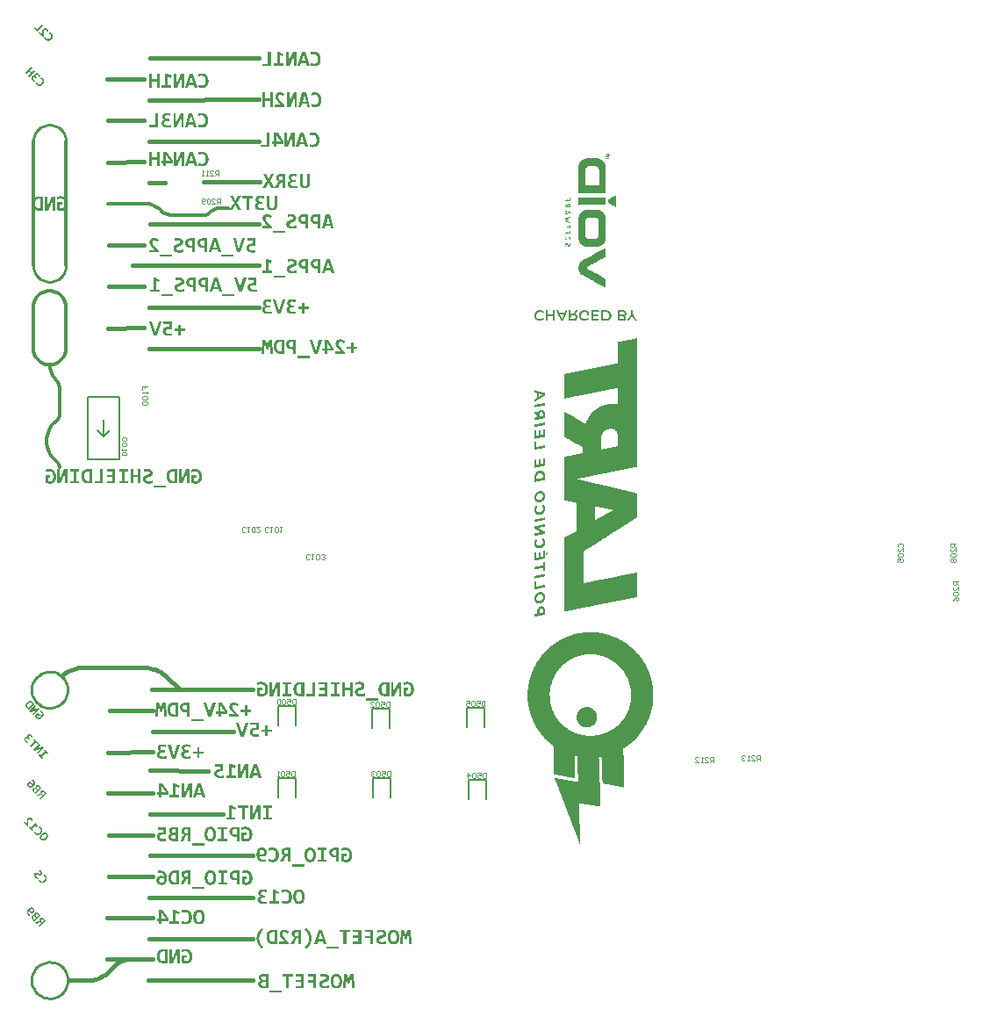
<source format=gbo>
G04*
G04 #@! TF.GenerationSoftware,Altium Limited,Altium Designer,24.5.2 (23)*
G04*
G04 Layer_Color=32896*
%FSLAX44Y44*%
%MOMM*%
G71*
G04*
G04 #@! TF.SameCoordinates,49661B99-7F85-447B-B4A6-A33B5E3A9DE8*
G04*
G04*
G04 #@! TF.FilePolarity,Positive*
G04*
G01*
G75*
%ADD10C,0.2540*%
%ADD12C,0.1000*%
%ADD13C,0.2000*%
%ADD14C,0.4000*%
%ADD16C,0.1750*%
%ADD116C,0.3000*%
G36*
X503944Y623941D02*
X504329Y623845D01*
X504810Y623652D01*
X505435Y623508D01*
X506108Y623412D01*
X506781Y623123D01*
X507743Y623027D01*
X508368Y622787D01*
X508753Y622691D01*
X509571Y622546D01*
X510821Y622161D01*
X511494Y622065D01*
X511879Y621969D01*
X512360Y621777D01*
X513129Y621681D01*
X513322Y621488D01*
X513418Y619853D01*
X513370Y619420D01*
X513033Y619084D01*
X512552Y618795D01*
X512360Y618603D01*
X512168Y618507D01*
X511110Y617833D01*
X510436Y617449D01*
X510051Y617064D01*
X509955D01*
X509378Y616679D01*
X509090Y616583D01*
X508801Y616295D01*
X508128Y615910D01*
X507647Y615621D01*
X507455Y615429D01*
X507262Y615333D01*
X506204Y614660D01*
X506012Y614563D01*
X505820Y614371D01*
X505531Y614275D01*
X505339Y614082D01*
X504665Y613698D01*
X504473Y613505D01*
X504281Y613409D01*
X503607Y612928D01*
X503463Y612976D01*
X503367Y614900D01*
X503463Y615285D01*
X503607Y615429D01*
X504954Y616198D01*
X505291Y616535D01*
X505531Y616872D01*
X505483Y619709D01*
X505579Y620959D01*
X505387Y621152D01*
X504617Y621440D01*
X504088Y621584D01*
X503704Y621681D01*
X503415Y621777D01*
X503319Y623508D01*
X503367Y623845D01*
X503511Y623989D01*
X503944Y623941D01*
D02*
G37*
G36*
X602240Y673858D02*
X602192Y673521D01*
X602240Y673281D01*
X602144Y672992D01*
X602240Y672896D01*
X602192Y551469D01*
X602240Y551229D01*
X602144Y550940D01*
X602240Y550844D01*
X602144Y550363D01*
X601999Y550219D01*
X601711Y550123D01*
X601037Y550027D01*
X600509Y549883D01*
X600124Y549786D01*
X599306Y549642D01*
X598633Y549546D01*
X598104Y549402D01*
X597719Y549305D01*
X596710Y549161D01*
X595940Y548969D01*
X595411Y548825D01*
X594305Y548680D01*
X593920Y548584D01*
X593391Y548440D01*
X591900Y548199D01*
X591516Y548103D01*
X590987Y547959D01*
X590169Y547815D01*
X589496Y547718D01*
X589111Y547622D01*
X588582Y547478D01*
X587765Y547334D01*
X587091Y547238D01*
X586418Y547045D01*
X586033Y546949D01*
X584687Y546757D01*
X584158Y546612D01*
X582763Y546372D01*
X582379Y546276D01*
X581850Y546132D01*
X580359Y545891D01*
X579974Y545795D01*
X579445Y545650D01*
X578628Y545506D01*
X577954Y545410D01*
X577570Y545314D01*
X577041Y545170D01*
X576223Y545025D01*
X575550Y544929D01*
X574877Y544737D01*
X574492Y544641D01*
X573145Y544448D01*
X572616Y544304D01*
X571558Y544112D01*
X570981Y544016D01*
X570212Y543823D01*
X568817Y543583D01*
X568433Y543486D01*
X567904Y543342D01*
X567086Y543198D01*
X566413Y543102D01*
X566028Y543006D01*
X565499Y542861D01*
X564682Y542717D01*
X564008Y542621D01*
X563479Y542477D01*
X563095Y542380D01*
X561989Y542236D01*
X561604Y542140D01*
X561075Y541996D01*
X560690Y541900D01*
X559584Y541755D01*
X559055Y541611D01*
X558670Y541515D01*
X557949Y541371D01*
X557276Y541274D01*
X556891Y541178D01*
X556362Y541034D01*
X555545Y540890D01*
X554871Y540793D01*
X554487Y540697D01*
X553957Y540553D01*
X552851Y540409D01*
X552082Y540216D01*
X551553Y540072D01*
X550447Y539928D01*
X550062Y539832D01*
X549533Y539687D01*
X549148Y539591D01*
X548042Y539447D01*
X547514Y539303D01*
X547129Y539207D01*
X545061Y538870D01*
X544821Y538629D01*
X544869Y538485D01*
X545205Y538245D01*
X546119Y538100D01*
X546504Y538004D01*
X547562Y537716D01*
X547946Y537620D01*
X548620Y537523D01*
X549100Y537331D01*
X549485Y537235D01*
X550639Y537042D01*
X551120Y536850D01*
X551505Y536754D01*
X552178Y536658D01*
X552563Y536562D01*
X553044Y536369D01*
X553813Y536273D01*
X554198Y536177D01*
X555016Y535936D01*
X555833Y535792D01*
X556218Y535696D01*
X557035Y535456D01*
X557949Y535311D01*
X559055Y534975D01*
X559969Y534830D01*
X560786Y534590D01*
X561315Y534446D01*
X561989Y534350D01*
X562806Y534109D01*
X563191Y534013D01*
X564104Y533868D01*
X564730Y533628D01*
X565643Y533484D01*
X566749Y533147D01*
X567904Y532955D01*
X568288Y532859D01*
X568769Y532666D01*
X569683Y532522D01*
X570500Y532282D01*
X571030Y532137D01*
X571703Y532041D01*
X572087Y531945D01*
X572568Y531753D01*
X573338Y531656D01*
X574107Y531464D01*
X574588Y531272D01*
X575358Y531175D01*
X575742Y531079D01*
X576800Y530791D01*
X577185Y530695D01*
X577858Y530598D01*
X578339Y530406D01*
X578724Y530310D01*
X579397Y530214D01*
X580359Y529925D01*
X580744Y529829D01*
X581417Y529733D01*
X581802Y529637D01*
X582282Y529444D01*
X583052Y529348D01*
X583821Y529156D01*
X584302Y528963D01*
X585072Y528867D01*
X585456Y528771D01*
X586274Y528531D01*
X587188Y528386D01*
X588294Y528050D01*
X589207Y527905D01*
X589592Y527809D01*
X590073Y527617D01*
X591323Y527424D01*
X591949Y527184D01*
X593343Y526944D01*
X593968Y526703D01*
X595122Y526511D01*
X595507Y526415D01*
X595988Y526222D01*
X596902Y526078D01*
X598008Y525741D01*
X598922Y525597D01*
X599739Y525357D01*
X600268Y525212D01*
X600941Y525116D01*
X601903Y524828D01*
X602240Y524491D01*
X602192Y524058D01*
X602240Y502947D01*
X602144Y502658D01*
X602240Y502081D01*
X602048Y501408D01*
X601903Y501264D01*
X601518Y501167D01*
X601326Y500975D01*
X600653Y500590D01*
X600364Y500302D01*
X599980Y500206D01*
X599787Y500013D01*
X599306Y499725D01*
X599114Y499532D01*
X597767Y498763D01*
X597575Y498571D01*
X597383Y498474D01*
X596325Y497801D01*
X595651Y497416D01*
X595459Y497224D01*
X595267Y497128D01*
X594209Y496455D01*
X593535Y496070D01*
X593343Y495877D01*
X591997Y495108D01*
X591804Y494916D01*
X591323Y494627D01*
X591131Y494531D01*
X590939Y494339D01*
X590650Y494243D01*
X590362Y493954D01*
X589881Y493762D01*
X589688Y493569D01*
X589015Y493185D01*
X588823Y492992D01*
X588630Y492896D01*
X587669Y492319D01*
X587380Y492030D01*
X586995Y491934D01*
X586707Y491646D01*
X586033Y491261D01*
X585553Y490972D01*
X585360Y490780D01*
X584014Y490011D01*
X583821Y489818D01*
X583148Y489434D01*
X582667Y489145D01*
X582475Y488953D01*
X581128Y488183D01*
X580936Y487991D01*
X580744Y487895D01*
X580167Y487510D01*
X579974Y487414D01*
X579301Y486933D01*
X579012Y486837D01*
X578724Y486548D01*
X578243Y486356D01*
X578050Y486163D01*
X577377Y485779D01*
X577185Y485586D01*
X576897Y485490D01*
X576512Y485105D01*
X576127Y485009D01*
X575935Y484817D01*
X575261Y484432D01*
X575069Y484240D01*
X574396Y483855D01*
X573915Y483567D01*
X573722Y483374D01*
X572376Y482605D01*
X572184Y482412D01*
X571991Y482316D01*
X570933Y481643D01*
X570260Y481258D01*
X570068Y481066D01*
X569875Y480970D01*
X568817Y480296D01*
X568144Y479912D01*
X567952Y479719D01*
X566605Y478950D01*
X566413Y478758D01*
X565932Y478469D01*
X565740Y478373D01*
X565547Y478181D01*
X565259Y478084D01*
X564874Y477700D01*
X564489Y477603D01*
X564297Y477411D01*
X563624Y477026D01*
X563431Y476834D01*
X563143Y476738D01*
X562854Y476449D01*
X561508Y475680D01*
X561315Y475488D01*
X560642Y475103D01*
X560161Y474814D01*
X559969Y474622D01*
X558622Y473852D01*
X558430Y473660D01*
X558238Y473564D01*
X557180Y472891D01*
X556506Y472506D01*
X556314Y472313D01*
X556122Y472217D01*
X555064Y471544D01*
X554871Y471448D01*
X554679Y471255D01*
X554487Y471159D01*
X553909Y470775D01*
X553621Y470678D01*
X553332Y470390D01*
X552851Y470197D01*
X552659Y470005D01*
X551986Y469620D01*
X551794Y469428D01*
X551505Y469332D01*
X551313Y469140D01*
X550639Y468755D01*
X550399Y468418D01*
X550447Y438170D01*
X550736Y438074D01*
X551168Y438218D01*
X551649Y438314D01*
X552755Y438458D01*
X553573Y438699D01*
X554390Y438843D01*
X555545Y439035D01*
X556025Y439228D01*
X557083Y439324D01*
X557853Y439516D01*
X558382Y439660D01*
X558959Y439757D01*
X559728Y439853D01*
X560498Y440045D01*
X561027Y440189D01*
X562373Y440382D01*
X562854Y440574D01*
X563720Y440670D01*
X564104Y440766D01*
X564778Y440863D01*
X565259Y441055D01*
X566028Y441151D01*
X566701Y441247D01*
X567086Y441344D01*
X567615Y441488D01*
X568433Y441632D01*
X569106Y441728D01*
X569779Y441921D01*
X570164Y442017D01*
X571510Y442209D01*
X572039Y442354D01*
X572424Y442450D01*
X573530Y442594D01*
X573915Y442690D01*
X574444Y442834D01*
X574828Y442931D01*
X575935Y443075D01*
X576319Y443171D01*
X576993Y443363D01*
X577377Y443460D01*
X578339Y443556D01*
X579157Y443796D01*
X579734Y443892D01*
X580503Y443988D01*
X581657Y444277D01*
X582138Y444373D01*
X582908Y444469D01*
X583677Y444662D01*
X584206Y444806D01*
X584879Y444902D01*
X585072D01*
X585456Y444999D01*
X586130Y445191D01*
X586514Y445287D01*
X587476Y445383D01*
X587861Y445479D01*
X588390Y445624D01*
X589207Y445768D01*
X589881Y445864D01*
X590265Y445960D01*
X590794Y446105D01*
X591612Y446249D01*
X592285Y446345D01*
X592670Y446441D01*
X593199Y446586D01*
X594305Y446730D01*
X594690Y446826D01*
X595219Y446970D01*
X595844Y447114D01*
X597190Y447307D01*
X597671Y447499D01*
X598537Y447595D01*
X598922Y447691D01*
X599595Y447788D01*
X600076Y447980D01*
X601037Y448076D01*
X601711Y448269D01*
X602095Y448172D01*
X602240Y447836D01*
X602192Y447403D01*
X602240Y426195D01*
X602144Y425907D01*
X602240Y425714D01*
X602144Y424849D01*
X601903Y424608D01*
X601326Y424512D01*
X600653Y424416D01*
X600124Y424272D01*
X599066Y424079D01*
X598489Y423983D01*
X597719Y423791D01*
X596998Y423647D01*
X596325Y423550D01*
X595940Y423454D01*
X595411Y423310D01*
X594594Y423166D01*
X593920Y423069D01*
X593535Y422973D01*
X592862Y422781D01*
X591516Y422589D01*
X590987Y422444D01*
X590602Y422348D01*
X589496Y422204D01*
X589111Y422108D01*
X588582Y421963D01*
X588198Y421867D01*
X587091Y421723D01*
X586707Y421627D01*
X586178Y421483D01*
X585793Y421386D01*
X585024Y421290D01*
X584543Y421194D01*
X583773Y421002D01*
X583052Y420857D01*
X582379Y420761D01*
X581994Y420665D01*
X581465Y420521D01*
X580359Y420377D01*
X579974Y420280D01*
X579445Y420136D01*
X579061Y420040D01*
X577954Y419896D01*
X577570Y419799D01*
X577041Y419655D01*
X576656Y419559D01*
X575550Y419415D01*
X575165Y419319D01*
X574492Y419126D01*
X574107Y419030D01*
X573145Y418934D01*
X572616Y418789D01*
X572232Y418693D01*
X571510Y418549D01*
X570837Y418453D01*
X570452Y418357D01*
X569923Y418212D01*
X568817Y418068D01*
X568433Y417972D01*
X567904Y417828D01*
X567519Y417732D01*
X566413Y417587D01*
X566028Y417491D01*
X565499Y417347D01*
X565114Y417251D01*
X564008Y417106D01*
X563624Y417010D01*
X562950Y416818D01*
X562566Y416722D01*
X561604Y416625D01*
X561075Y416481D01*
X560690Y416385D01*
X559969Y416241D01*
X559296Y416145D01*
X558911Y416048D01*
X558382Y415904D01*
X557276Y415760D01*
X556506Y415568D01*
X555977Y415423D01*
X554871Y415279D01*
X554487Y415183D01*
X553957Y415038D01*
X553573Y414942D01*
X552467Y414798D01*
X552082Y414702D01*
X551409Y414510D01*
X551024Y414413D01*
X550062Y414317D01*
X549389Y414125D01*
X548620Y413932D01*
X547658Y413836D01*
X546984Y413644D01*
X546696Y413548D01*
X545734Y413451D01*
X544965Y413259D01*
X544436Y413115D01*
X543330Y412971D01*
X542945Y412874D01*
X542272Y412682D01*
X541887Y412586D01*
X540925Y412490D01*
X540541Y412393D01*
X539867Y412201D01*
X539482Y412105D01*
X538521Y412009D01*
X538136Y411913D01*
X537607Y411768D01*
X536790Y411624D01*
X536116Y411528D01*
X535587Y411384D01*
X534962Y411239D01*
X534577Y411143D01*
X533615Y411047D01*
X533135Y410855D01*
X532077Y410759D01*
X531981Y410951D01*
X532029Y480922D01*
X531932Y481306D01*
X532125Y481787D01*
X532654Y482220D01*
X533038Y482316D01*
X533231Y482509D01*
X534674Y483278D01*
X534914Y483518D01*
X535539Y483759D01*
X535828Y484047D01*
X536212Y484144D01*
X536405Y484336D01*
X537655Y485009D01*
X538232Y485394D01*
X538713Y485586D01*
X538954Y485827D01*
X539579Y486067D01*
X539867Y486356D01*
X540252Y486452D01*
X540444Y486644D01*
X541310Y487125D01*
X541983Y487510D01*
X542849Y487991D01*
X543330Y488279D01*
X543907Y488664D01*
X544099Y488760D01*
X544291Y489049D01*
X544244Y514681D01*
X544340Y514969D01*
X544147Y515450D01*
X543378Y515739D01*
X542993Y515835D01*
X542079Y515979D01*
X541406Y516075D01*
X540877Y516219D01*
X540492Y516316D01*
X539290Y516460D01*
X538905Y516556D01*
X538377Y516700D01*
X537896Y516797D01*
X537126Y516893D01*
X536549Y516989D01*
X536164Y517085D01*
X535539Y517229D01*
X535154Y517326D01*
X534193Y517422D01*
X533664Y517566D01*
X533279Y517662D01*
X532461Y517807D01*
X532077Y517903D01*
X531981Y518191D01*
X532029Y558923D01*
X531932Y559308D01*
X532077Y559741D01*
X532558Y559933D01*
X533087Y560078D01*
X533471Y560174D01*
X534577Y560318D01*
X534962Y560414D01*
X535635Y560606D01*
X536020Y560703D01*
X536982Y560799D01*
X537655Y560991D01*
X537944Y561087D01*
X538713Y561184D01*
X539386Y561280D01*
X539915Y561424D01*
X540300Y561520D01*
X541118Y561664D01*
X541791Y561761D01*
X542608Y562001D01*
X543522Y562145D01*
X544195Y562242D01*
X544724Y562386D01*
X545782Y562578D01*
X546359Y562674D01*
X547514Y562963D01*
X548620Y563107D01*
X549293Y563299D01*
X549533Y563540D01*
X549630Y568734D01*
X549485Y569263D01*
X548620Y569743D01*
X547946Y570128D01*
X545350Y571571D01*
X544676Y571956D01*
X542945Y572918D01*
X542272Y573302D01*
X541406Y573783D01*
X540733Y574168D01*
X540156Y574552D01*
X539771Y574649D01*
X539579Y574841D01*
X538713Y575322D01*
X538040Y575707D01*
X536405Y576572D01*
X536212Y576765D01*
X536020Y576861D01*
X535539Y577053D01*
X535347Y577246D01*
X534866Y577438D01*
X534625Y577678D01*
X534000Y577919D01*
X533808Y578111D01*
X533615Y578207D01*
X533135Y578400D01*
X532942Y578592D01*
X532461Y578784D01*
X532125Y579121D01*
X531981Y579458D01*
X532029Y603358D01*
X532173Y603503D01*
X533135Y603022D01*
X533808Y602637D01*
X534674Y602156D01*
X534866Y601964D01*
X535058Y601868D01*
X535539Y601675D01*
X535732Y601483D01*
X536212Y601291D01*
X536453Y601050D01*
X537078Y600810D01*
X537367Y600521D01*
X537751Y600425D01*
X537944Y600233D01*
X538809Y599752D01*
X539482Y599367D01*
X540348Y598886D01*
X541021Y598501D01*
X541887Y598020D01*
X542079Y597828D01*
X542272Y597732D01*
X542753Y597539D01*
X542945Y597347D01*
X543233Y597251D01*
X543907Y596770D01*
X544291Y596674D01*
X544484Y596482D01*
X545927Y595712D01*
X546119Y595520D01*
X546311Y595424D01*
X546792Y595231D01*
X546984Y595039D01*
X547273Y594943D01*
X547946Y594462D01*
X548331Y594366D01*
X548523Y594173D01*
X549197Y593788D01*
X550062Y593308D01*
X551409Y592538D01*
X551986Y592153D01*
X552467Y592057D01*
X552707Y592490D01*
X552996Y593163D01*
X553092Y593356D01*
X553477Y594221D01*
X553573Y594414D01*
X554246Y595856D01*
X554727Y596722D01*
X555593Y598165D01*
X555977Y598838D01*
X556170Y599030D01*
X556458Y599511D01*
X556651Y599704D01*
X556939Y600184D01*
X557324Y600569D01*
X557420Y600761D01*
X557805Y601146D01*
X557901Y601339D01*
X558045Y601387D01*
X558093Y601531D01*
X558574Y602012D01*
X558670Y602204D01*
X558815Y602349D01*
X559007Y602445D01*
X559055Y602589D01*
X560065Y603599D01*
X560257Y603695D01*
X561027Y604464D01*
X561219Y604561D01*
X561604Y604945D01*
X561796Y605042D01*
X561989Y605234D01*
X562469Y605522D01*
X562662Y605715D01*
X563143Y606003D01*
X563335Y606196D01*
X564008Y606580D01*
X564201Y606773D01*
X564874Y607158D01*
X567086Y608312D01*
X568817Y609081D01*
X569298Y609177D01*
X570549Y609658D01*
X571222Y609754D01*
X571847Y609995D01*
X572568Y610139D01*
X573242Y610235D01*
X573915Y610428D01*
X574203Y610524D01*
X576127Y610620D01*
X576416Y610716D01*
X579012Y610812D01*
X581850Y610668D01*
X583629Y610524D01*
X583773Y610668D01*
X583870Y626057D01*
X583533Y626297D01*
X582859Y626201D01*
X582475Y626105D01*
X581946Y625961D01*
X581128Y625816D01*
X580455Y625720D01*
X579926Y625576D01*
X579541Y625480D01*
X578435Y625336D01*
X578050Y625239D01*
X577522Y625095D01*
X577137Y624999D01*
X576031Y624855D01*
X575646Y624758D01*
X574973Y624566D01*
X574588Y624470D01*
X573626Y624374D01*
X572953Y624181D01*
X572184Y623989D01*
X571222Y623893D01*
X570693Y623749D01*
X570308Y623652D01*
X569491Y623508D01*
X568817Y623412D01*
X568144Y623219D01*
X567855Y623123D01*
X566894Y623027D01*
X566509Y622931D01*
X565980Y622787D01*
X565595Y622691D01*
X564489Y622546D01*
X564104Y622450D01*
X563431Y622258D01*
X563047Y622161D01*
X562085Y622065D01*
X561700Y621969D01*
X561171Y621825D01*
X560354Y621681D01*
X559680Y621584D01*
X559296Y621488D01*
X558767Y621344D01*
X557949Y621200D01*
X557276Y621104D01*
X556747Y620959D01*
X556362Y620863D01*
X555256Y620719D01*
X554871Y620623D01*
X554342Y620478D01*
X553957Y620382D01*
X552851Y620238D01*
X552467Y620142D01*
X551794Y619949D01*
X551409Y619853D01*
X550447Y619757D01*
X550062Y619661D01*
X549389Y619468D01*
X549004Y619372D01*
X548042Y619276D01*
X547514Y619132D01*
X547129Y619036D01*
X546311Y618891D01*
X545638Y618795D01*
X544965Y618603D01*
X544676Y618507D01*
X543714Y618410D01*
X542945Y618218D01*
X542416Y618074D01*
X541646Y617978D01*
X541069Y617882D01*
X540300Y617689D01*
X538905Y617449D01*
X538521Y617352D01*
X537992Y617208D01*
X537174Y617064D01*
X536020Y616872D01*
X535539Y616679D01*
X534481Y616583D01*
X533712Y616391D01*
X533423Y616295D01*
X532846Y616198D01*
X532461Y616102D01*
X532077Y616198D01*
X531981Y616391D01*
X532029Y638849D01*
X531932Y639137D01*
X532029Y639522D01*
X532317Y639714D01*
X532942Y639859D01*
X533423Y640051D01*
X534481Y640147D01*
X535251Y640340D01*
X535779Y640484D01*
X536886Y640628D01*
X537270Y640724D01*
X537799Y640869D01*
X538184Y640965D01*
X539290Y641109D01*
X539675Y641205D01*
X540348Y641397D01*
X540733Y641494D01*
X541695Y641590D01*
X542368Y641782D01*
X542656Y641878D01*
X543426Y641974D01*
X544099Y642071D01*
X544484Y642167D01*
X545013Y642311D01*
X545830Y642455D01*
X546504Y642552D01*
X547177Y642744D01*
X547562Y642840D01*
X548908Y643033D01*
X549437Y643177D01*
X549822Y643273D01*
X550928Y643417D01*
X551601Y643610D01*
X552371Y643802D01*
X553332Y643898D01*
X554390Y644187D01*
X554775Y644283D01*
X555737Y644379D01*
X556554Y644619D01*
X557660Y644764D01*
X558430Y644956D01*
X558959Y645100D01*
X560065Y645245D01*
X560450Y645341D01*
X560979Y645485D01*
X561363Y645581D01*
X562469Y645725D01*
X562854Y645822D01*
X563527Y646014D01*
X563912Y646110D01*
X564874Y646207D01*
X565259Y646303D01*
X565788Y646447D01*
X566605Y646591D01*
X567279Y646687D01*
X567663Y646784D01*
X568192Y646928D01*
X569010Y647072D01*
X569683Y647168D01*
X570212Y647312D01*
X570597Y647409D01*
X571703Y647553D01*
X572087Y647649D01*
X572616Y647793D01*
X573001Y647890D01*
X574107Y648034D01*
X574492Y648130D01*
X575165Y648322D01*
X575550Y648419D01*
X576512Y648515D01*
X577185Y648707D01*
X577954Y648900D01*
X578916Y648996D01*
X579445Y649140D01*
X579830Y649236D01*
X580647Y649380D01*
X581321Y649477D01*
X582138Y649717D01*
X583244Y649861D01*
X583629Y649957D01*
X583773Y650198D01*
X583870Y669819D01*
X583773Y670107D01*
X583870Y670396D01*
X584014Y670540D01*
X584879Y670732D01*
X585408Y670876D01*
X585793Y670973D01*
X586803Y671117D01*
X587188Y671213D01*
X587861Y671405D01*
X588246Y671502D01*
X589207Y671598D01*
X589736Y671742D01*
X590121Y671838D01*
X590843Y671983D01*
X591516Y672079D01*
X591900Y672175D01*
X592430Y672319D01*
X593247Y672464D01*
X593920Y672560D01*
X594449Y672704D01*
X594834Y672800D01*
X596084Y672992D01*
X597239Y673281D01*
X598248Y673425D01*
X598633Y673521D01*
X599306Y673714D01*
X599691Y673810D01*
X600653Y673906D01*
X601037Y674002D01*
X601326Y674099D01*
X601999Y674195D01*
X602240Y673858D01*
D02*
G37*
G36*
X513274Y611822D02*
X513370Y610476D01*
X513466Y610187D01*
X513370Y609802D01*
X513177Y609610D01*
X512696Y609418D01*
X512312Y609322D01*
X511206Y609177D01*
X510821Y609081D01*
X510292Y608937D01*
X509907Y608841D01*
X508801Y608696D01*
X508513Y608600D01*
X508416D01*
X507743Y608408D01*
X507358Y608312D01*
X506397Y608215D01*
X505579Y607975D01*
X504762Y607831D01*
X503607Y607638D01*
X503463Y607783D01*
X503367Y609706D01*
X503656Y609995D01*
X504473Y610139D01*
X505146Y610235D01*
X505675Y610379D01*
X506060Y610476D01*
X507166Y610620D01*
X507551Y610716D01*
X508080Y610860D01*
X508465Y610957D01*
X509571Y611101D01*
X509955Y611197D01*
X510629Y611389D01*
X511013Y611485D01*
X511975Y611582D01*
X512360Y611678D01*
X512841Y611870D01*
X513274Y611822D01*
D02*
G37*
G36*
X511302Y605042D02*
X511783Y604849D01*
X511975Y604657D01*
X512168Y604561D01*
X512504Y604224D01*
X512600Y604032D01*
X512841Y603791D01*
X513081Y603166D01*
X513274Y602685D01*
X513370Y598069D01*
X513466Y597684D01*
X513370Y597299D01*
X513033Y597155D01*
X512648Y597059D01*
X511975Y596866D01*
X511590Y596770D01*
X510629Y596674D01*
X510244Y596578D01*
X509715Y596433D01*
X508897Y596289D01*
X508224Y596193D01*
X507695Y596049D01*
X507310Y595952D01*
X506493Y595808D01*
X505820Y595712D01*
X505435Y595616D01*
X504954Y595424D01*
X503800Y595327D01*
X503704D01*
X503463Y595375D01*
X503367Y597395D01*
X503511Y597539D01*
X504569Y597732D01*
X504954Y597828D01*
X505627Y598020D01*
X506060Y598165D01*
X506156Y599704D01*
X505964Y600184D01*
X505243Y600521D01*
X505002Y600761D01*
X504377Y601002D01*
X504088Y601291D01*
X503704Y601387D01*
X503463Y601627D01*
X503367Y603839D01*
X503607Y603887D01*
X504473Y603503D01*
X504665Y603310D01*
X505146Y603118D01*
X505339Y602925D01*
X505820Y602733D01*
X506012Y602541D01*
X506397Y602445D01*
X506733Y603070D01*
X507022Y603551D01*
X507407Y603936D01*
X507503Y604128D01*
X507647Y604176D01*
X507839Y604368D01*
X508320Y604657D01*
X508897Y605042D01*
X510340Y605138D01*
X511302Y605042D01*
D02*
G37*
G36*
X513274Y592875D02*
X513370Y591528D01*
X513466Y591240D01*
X513370Y590855D01*
X513225Y590711D01*
X512600Y590470D01*
X512216Y590374D01*
X510965Y590182D01*
X510196Y589989D01*
X508801Y589749D01*
X508416Y589653D01*
X507887Y589509D01*
X507070Y589364D01*
X506397Y589268D01*
X506012Y589172D01*
X505483Y589028D01*
X505002Y588931D01*
X504136Y588835D01*
X503607Y588691D01*
X503463Y588835D01*
X503367Y589028D01*
Y589124D01*
Y590566D01*
X503463Y590951D01*
X503656Y591047D01*
X505146Y591288D01*
X505675Y591432D01*
X506060Y591528D01*
X506878Y591673D01*
X507551Y591769D01*
X508368Y592009D01*
X509474Y592153D01*
X509859Y592250D01*
X510388Y592394D01*
X511013Y592538D01*
X512360Y592730D01*
X512841Y592923D01*
X513274Y592875D01*
D02*
G37*
G36*
X513322Y586575D02*
X513418Y586287D01*
X513370Y579987D01*
X513466Y579698D01*
X513274Y579217D01*
X512216Y578929D01*
X511158Y578736D01*
X510580Y578640D01*
X509811Y578448D01*
X508416Y578207D01*
X508032Y578111D01*
X507503Y577967D01*
X506685Y577823D01*
X506012Y577727D01*
X505483Y577582D01*
X505098Y577486D01*
X504281Y577342D01*
X503607Y577246D01*
X503463Y577390D01*
X503367Y583161D01*
Y583257D01*
Y584507D01*
X503463Y584892D01*
X503704Y585036D01*
X504281Y585132D01*
X504569Y585229D01*
X505098Y585180D01*
X505195Y580372D01*
X505291Y579987D01*
X505531Y579939D01*
X505820Y580035D01*
X506878Y580131D01*
X507262Y580227D01*
X507407Y580372D01*
X507503Y584411D01*
X507599Y584796D01*
X507839Y585036D01*
X508320Y585132D01*
X508609Y585229D01*
X509234Y585180D01*
X509330Y581141D01*
X509426Y580756D01*
X509667Y580708D01*
X510100Y580852D01*
X510917Y580997D01*
X511446Y581141D01*
X511542Y585854D01*
X511638Y586238D01*
X511879Y586479D01*
X512648Y586575D01*
X512937Y586671D01*
X513322Y586575D01*
D02*
G37*
G36*
X505098Y574216D02*
X505195Y570176D01*
Y570080D01*
Y569696D01*
X505435Y569455D01*
X506301Y569551D01*
X506685Y569647D01*
X507358Y569840D01*
X507743Y569936D01*
X508705Y570032D01*
X509090Y570128D01*
X509619Y570273D01*
X510436Y570417D01*
X511110Y570513D01*
X511783Y570705D01*
X512071Y570802D01*
X513225Y570898D01*
X513418Y570609D01*
X513370Y568734D01*
X513033Y568589D01*
X512360Y568493D01*
X511831Y568349D01*
X511446Y568253D01*
X510629Y568108D01*
X509955Y568012D01*
X509426Y567868D01*
X509042Y567772D01*
X507791Y567580D01*
X506637Y567291D01*
X505387Y567099D01*
X505002Y567002D01*
X504473Y566858D01*
X504184Y566762D01*
X503463Y566810D01*
X503367Y573927D01*
X503511Y574072D01*
X504377Y574168D01*
X504858Y574360D01*
X505098Y574216D01*
D02*
G37*
G36*
X513370Y551518D02*
X513129Y551277D01*
X512793Y551133D01*
X511687Y550989D01*
X511302Y550892D01*
X510629Y550700D01*
X510244Y550604D01*
X509282Y550508D01*
X508753Y550363D01*
X508368Y550267D01*
X507551Y550123D01*
X506878Y550027D01*
X506349Y549883D01*
X505723Y549738D01*
X505339Y549642D01*
X504377Y549546D01*
X503896Y549353D01*
X503463Y549402D01*
X503367Y556711D01*
X503463Y557000D01*
X503992Y557144D01*
X504088D01*
X504569Y557336D01*
X504954Y557433D01*
X505098Y557288D01*
X505195Y552191D01*
X505483Y551998D01*
X505723Y552047D01*
X506108Y552143D01*
X506397Y552239D01*
X506974Y552335D01*
X507407Y552479D01*
X507503Y556615D01*
X507599Y557000D01*
X507936Y557144D01*
X508320Y557240D01*
X508801Y557433D01*
X509234Y557384D01*
X509330Y553056D01*
X509667Y552816D01*
X509811Y552864D01*
X510388Y552960D01*
X510773Y553056D01*
X511302Y553201D01*
X511494Y553393D01*
X511590Y558298D01*
X512071Y558587D01*
X512360Y558683D01*
X513322Y558779D01*
X513370Y551518D01*
D02*
G37*
G36*
X509811Y546709D02*
X510196Y546612D01*
X510725Y546468D01*
X511206Y546276D01*
X511687Y545987D01*
X512408Y545266D01*
X512504Y545074D01*
X512937Y544352D01*
X513081Y543727D01*
X513274Y543246D01*
X513370Y538437D01*
X513466Y538148D01*
X513322Y537716D01*
X512841Y537523D01*
X512312Y537379D01*
X511927Y537283D01*
X510821Y537139D01*
X510436Y537042D01*
X509907Y536898D01*
X509523Y536802D01*
X508416Y536658D01*
X507743Y536465D01*
X506974Y536273D01*
X506878D01*
X506012Y536177D01*
X505195Y535936D01*
X504184Y535792D01*
X503896Y535696D01*
X503463Y535744D01*
X503367Y541226D01*
X503463Y541900D01*
X503656Y542380D01*
X503752Y542957D01*
X503944Y543438D01*
X504425Y544304D01*
X504714Y544785D01*
X504858Y544929D01*
X505050Y545025D01*
X505243Y545314D01*
X505435Y545410D01*
X505627Y545602D01*
X506493Y546083D01*
X506829Y546324D01*
X507455Y546468D01*
X507743Y546564D01*
X508320Y546660D01*
X508609Y546757D01*
X509811Y546709D01*
D02*
G37*
G36*
X510244Y527040D02*
X510629Y526944D01*
X511687Y526463D01*
X512504Y525645D01*
X512600Y525453D01*
X512744Y525309D01*
X513322Y524154D01*
X513418Y523770D01*
X513514Y522519D01*
X513466Y520932D01*
X513322Y520403D01*
X512889Y519201D01*
X512744Y519057D01*
X512456Y518480D01*
X511975Y517903D01*
X511783Y517807D01*
X511398Y517422D01*
X511206Y517326D01*
X511013Y517133D01*
X510532Y516845D01*
X509907Y516508D01*
X509282Y516364D01*
X508801Y516171D01*
X506974Y516075D01*
X505916Y516364D01*
X505435Y516556D01*
X504954Y516845D01*
X504329Y517470D01*
X504233Y517662D01*
X504040Y517855D01*
X503752Y518335D01*
X503367Y519297D01*
Y519393D01*
X503271Y521702D01*
X503367Y522664D01*
X503752Y523625D01*
X503848Y524010D01*
X504040Y524202D01*
X504136Y524395D01*
X504858Y525405D01*
X505050Y525501D01*
X505435Y525886D01*
X506108Y526270D01*
X506301Y526463D01*
X507214Y526799D01*
X507695Y526992D01*
X508849Y527088D01*
X510244Y527040D01*
D02*
G37*
G36*
X512071Y513959D02*
X512119Y513815D01*
X512264Y513671D01*
X512456Y513575D01*
X512600Y513334D01*
X512696Y513142D01*
X512841Y513094D01*
X513274Y512084D01*
X513370Y511699D01*
X513418Y511651D01*
X513514Y510401D01*
X513466Y508814D01*
X513322Y508285D01*
X512889Y507082D01*
X512696Y506890D01*
X512504Y506409D01*
X512119Y506025D01*
X512023Y505832D01*
X511879Y505784D01*
X511206Y505111D01*
X510532Y504726D01*
X510051Y504438D01*
X509667Y504341D01*
X508993Y504053D01*
X507070Y503957D01*
X506397Y504053D01*
X505723Y504341D01*
X505243Y504534D01*
X505050Y504726D01*
X504858Y504822D01*
X504521Y505159D01*
X503848Y506025D01*
X503752Y506217D01*
X503367Y507082D01*
X503271Y509679D01*
X503367Y510641D01*
X503607Y511170D01*
X503848Y511795D01*
X504233Y512372D01*
X504329Y512565D01*
X504665Y512901D01*
X505050Y512998D01*
X505723Y512324D01*
X506060Y512084D01*
X506156Y511507D01*
X505868Y511218D01*
X505291Y510160D01*
X505195Y508333D01*
X505483Y507659D01*
X505579Y507371D01*
X506204Y506746D01*
X506878Y506361D01*
X507936Y506265D01*
X508609Y506361D01*
X509042Y506505D01*
X509811Y506794D01*
X510340Y507227D01*
X510532Y507323D01*
X510580Y507467D01*
X510773Y507659D01*
X510869Y507852D01*
X511061Y508044D01*
X511158Y508237D01*
X511446Y508910D01*
X511542Y510737D01*
X511061Y511795D01*
X510677Y512180D01*
X510580Y512469D01*
X510677Y512757D01*
X510773Y512949D01*
X511158Y513334D01*
X511254Y513526D01*
X511783Y514055D01*
X512071Y513959D01*
D02*
G37*
G36*
X513274Y501216D02*
X513370Y499484D01*
X513274Y499100D01*
X513081Y499003D01*
X512360Y498859D01*
X511687Y498763D01*
X511158Y498619D01*
X510773Y498522D01*
X509523Y498330D01*
X509474Y498282D01*
X509378D01*
X508993Y498186D01*
X508465Y498042D01*
X507358Y497897D01*
X506974Y497801D01*
X506445Y497657D01*
X505531Y497513D01*
X505146Y497416D01*
X504473Y497320D01*
X503992Y497128D01*
X503463Y497176D01*
X503367Y499196D01*
X503511Y499340D01*
X503992Y499532D01*
X504377Y499629D01*
X504665Y499725D01*
X505627Y499821D01*
X506012Y499917D01*
X506541Y500061D01*
X507166Y500206D01*
X508513Y500398D01*
X508993Y500590D01*
X509859Y500686D01*
X510244Y500783D01*
X510917Y500879D01*
X511398Y501071D01*
X512360Y501167D01*
X512648Y501264D01*
X513274Y501216D01*
D02*
G37*
G36*
X513418Y494435D02*
X513370Y492655D01*
X513225Y492511D01*
X512071Y492319D01*
X511542Y492175D01*
X511158Y492078D01*
X510340Y491934D01*
X509667Y491838D01*
X509571D01*
X509138Y491694D01*
X508753Y491598D01*
X508272Y491501D01*
X507503Y491405D01*
X507407Y491213D01*
X507839Y490876D01*
X508513Y490491D01*
X508705Y490395D01*
X508897Y490203D01*
X509378Y490011D01*
X509571Y489818D01*
X510917Y489049D01*
X511783Y488568D01*
X511927Y488424D01*
X512504Y488135D01*
X513274Y487654D01*
X513370Y486019D01*
X513225Y485586D01*
X512648Y485490D01*
X511975Y485394D01*
X511446Y485250D01*
X511061Y485153D01*
X510244Y485009D01*
X509571Y484913D01*
X508753Y484673D01*
X507647Y484528D01*
X506878Y484336D01*
X506349Y484192D01*
X505243Y484047D01*
X504858Y483951D01*
X504184Y483759D01*
X503896Y483663D01*
X503463Y483711D01*
X503367Y485827D01*
X503559Y485923D01*
X504184Y486067D01*
X504714Y486212D01*
X505098Y486308D01*
X506108Y486452D01*
X506493Y486548D01*
X507022Y486692D01*
X507407Y486788D01*
X508176Y486885D01*
X509090Y487029D01*
X509138Y487173D01*
X509042Y487558D01*
X508416Y487895D01*
X507551Y488376D01*
X507262Y488664D01*
X506878Y488760D01*
X506685Y488953D01*
X506012Y489337D01*
X505050Y489914D01*
X503704Y490684D01*
X503367Y491117D01*
X503415Y492800D01*
X503896Y492896D01*
X504281Y492992D01*
X504810Y493136D01*
X505195Y493233D01*
X506301Y493377D01*
X506685Y493473D01*
X507358Y493665D01*
X507743Y493762D01*
X508705Y493858D01*
X509234Y494002D01*
X509619Y494098D01*
X510340Y494243D01*
X511494Y494435D01*
X511975Y494627D01*
X513225Y494723D01*
X513418Y494435D01*
D02*
G37*
G36*
X512504Y481114D02*
X512600Y480922D01*
X512889Y480633D01*
X512985Y480441D01*
X513225Y479815D01*
X513418Y479335D01*
X513514Y478084D01*
X513466Y476497D01*
X513274Y475824D01*
X513081Y475343D01*
X512504Y474093D01*
X512119Y473708D01*
X512023Y473516D01*
X511687Y473179D01*
X511494Y473083D01*
X511206Y472794D01*
X510532Y472410D01*
X510388Y472265D01*
X509763Y472025D01*
X509090Y471736D01*
X506781Y471640D01*
X506397Y471736D01*
X505723Y472025D01*
X505339Y472121D01*
X505050Y472410D01*
X504858Y472506D01*
X504329Y473035D01*
X504233Y473227D01*
X504040Y473420D01*
X503752Y473900D01*
X503367Y474766D01*
X503271Y477363D01*
X503367Y478325D01*
X504040Y479767D01*
X504377Y480296D01*
X504569Y480393D01*
X504762Y480585D01*
X505050Y480681D01*
X506060Y479671D01*
X506156Y479190D01*
X505868Y478902D01*
X505291Y477844D01*
X505195Y475920D01*
X505435Y475391D01*
X505483Y475343D01*
X505771Y474766D01*
X505916Y474718D01*
X505964Y474574D01*
X506589Y474237D01*
X506781Y474045D01*
X508032Y473949D01*
X508705Y474045D01*
X509234Y474285D01*
X509763Y474429D01*
X509907Y474574D01*
X510484Y474958D01*
X510580Y475151D01*
X510869Y475439D01*
X511158Y475920D01*
X511446Y476594D01*
X511542Y478421D01*
X511061Y479479D01*
X510677Y479864D01*
X510580Y480248D01*
X510821Y480681D01*
X511013Y480777D01*
X511302Y481258D01*
X511494Y481354D01*
X511542Y481499D01*
X511879Y481739D01*
X512504Y481114D01*
D02*
G37*
G36*
X516159Y468707D02*
X516255Y466879D01*
X516159Y466495D01*
X515101Y465437D01*
X515005Y465244D01*
X514764Y465004D01*
X514572Y464908D01*
X514524Y464860D01*
X514476Y464811D01*
X514332Y464860D01*
X514235Y466206D01*
X514476Y466735D01*
X514909Y467264D01*
X515005Y467457D01*
X515149Y467505D01*
X515293Y467745D01*
X515774Y468611D01*
X515919Y468755D01*
X516159Y468707D01*
D02*
G37*
G36*
X513418Y469043D02*
X513370Y462744D01*
X513466Y462455D01*
X513370Y462070D01*
X513225Y461926D01*
X512600Y461686D01*
X512216Y461589D01*
X511110Y461445D01*
X510725Y461349D01*
X510196Y461205D01*
X509811Y461109D01*
X508705Y460964D01*
X508320Y460868D01*
X507647Y460676D01*
X507262Y460580D01*
X506301Y460483D01*
X505916Y460387D01*
X505435Y460195D01*
X504377Y460099D01*
X503607Y459906D01*
X503463Y460051D01*
X503367Y467168D01*
X503463Y467553D01*
X504088Y467793D01*
X504473Y467889D01*
X504762Y467985D01*
X505098Y467841D01*
X505195Y463032D01*
X505291Y462648D01*
X505531Y462599D01*
X505916Y462696D01*
X506204Y462792D01*
X507262Y462888D01*
X507407Y463032D01*
X507503Y466014D01*
Y466110D01*
Y467360D01*
X507791Y467649D01*
X508272Y467841D01*
X509090Y467985D01*
X509234Y467841D01*
X509330Y463609D01*
X509474Y463465D01*
X509763Y463369D01*
X510244Y463561D01*
X510532Y463657D01*
X511302Y463754D01*
X511446Y463898D01*
X511542Y468514D01*
X511638Y468899D01*
X512071Y469236D01*
X513225Y469332D01*
X513418Y469043D01*
D02*
G37*
G36*
Y458464D02*
X513370Y453510D01*
Y453414D01*
Y450144D01*
X513225Y450000D01*
X512648Y449904D01*
X512360Y449808D01*
X511783Y449711D01*
X511590Y449904D01*
X511494Y452597D01*
X510821Y452693D01*
X510148Y452597D01*
X509619Y452452D01*
X509234Y452356D01*
X508128Y452212D01*
X507743Y452116D01*
X507214Y451972D01*
X506829Y451875D01*
X505723Y451731D01*
X505339Y451635D01*
X504665Y451442D01*
X504377Y451346D01*
X503463Y451394D01*
X503367Y453414D01*
X503511Y453558D01*
X504088Y453655D01*
X504473Y453751D01*
X505002Y453895D01*
X505387Y453991D01*
X506493Y454136D01*
X506878Y454232D01*
X507551Y454424D01*
X507936Y454520D01*
X508897Y454617D01*
X509571Y454809D01*
X509859Y454905D01*
X510821Y455001D01*
X511446Y455242D01*
X511542Y458127D01*
X511687Y458271D01*
X512168Y458560D01*
X513322Y458656D01*
X513418Y458464D01*
D02*
G37*
G36*
X513274Y446778D02*
X513370Y444758D01*
X513129Y444518D01*
X512552Y444421D01*
X511879Y444325D01*
X511494Y444229D01*
X510965Y444085D01*
X510148Y443941D01*
X509474Y443844D01*
X509090Y443748D01*
X508561Y443604D01*
X507743Y443460D01*
X507070Y443363D01*
X506541Y443219D01*
X506156Y443123D01*
X505050Y442979D01*
X504281Y442786D01*
X503800Y442594D01*
X503415Y442690D01*
X503367Y444085D01*
Y444181D01*
Y444758D01*
X503800Y444999D01*
X504473Y445191D01*
X504858Y445287D01*
X505820Y445383D01*
X506204Y445479D01*
X506878Y445672D01*
X507262Y445768D01*
X508224Y445864D01*
X508897Y446056D01*
X509186Y446153D01*
X510148Y446249D01*
X510917Y446441D01*
X511446Y446586D01*
X512552Y446730D01*
X512841Y446826D01*
X513274Y446778D01*
D02*
G37*
G36*
X505098Y439660D02*
X505195Y435332D01*
X505291Y434948D01*
X505435Y434803D01*
X506108Y434996D01*
X506397Y435092D01*
X507358Y435188D01*
X508513Y435477D01*
X508801Y435573D01*
X508897D01*
X509763Y435669D01*
X510148Y435765D01*
X510677Y435909D01*
X511061Y436006D01*
X511831Y436102D01*
X512408Y436198D01*
X513033Y436342D01*
X513322Y436246D01*
X513418Y434707D01*
X513370Y434274D01*
X513081Y434082D01*
X512600Y433890D01*
X511494Y433745D01*
X511110Y433649D01*
X510436Y433457D01*
X510051Y433361D01*
X509090Y433265D01*
X508705Y433168D01*
X508032Y432976D01*
X507647Y432880D01*
X506685Y432784D01*
X506301Y432687D01*
X505771Y432543D01*
X504954Y432399D01*
X504281Y432303D01*
X503607Y432110D01*
X503463Y432255D01*
X503367Y439083D01*
X503463Y439372D01*
X503944Y439564D01*
X504329Y439660D01*
X504954Y439805D01*
X505098Y439660D01*
D02*
G37*
G36*
X509330Y429562D02*
X510196Y429465D01*
X510821Y429225D01*
X511494Y428937D01*
X511975Y428648D01*
X512023Y428504D01*
X512168Y428359D01*
X512360Y428263D01*
X512696Y427734D01*
X513370Y426484D01*
X513466Y425137D01*
Y425041D01*
X513562Y424849D01*
X513514Y424416D01*
X513418Y423166D01*
X513322Y422781D01*
X512889Y421579D01*
X512696Y421386D01*
X512600Y421098D01*
X512216Y420713D01*
X512119Y420521D01*
X511494Y419896D01*
X511302Y419799D01*
X511013Y419511D01*
X510148Y419030D01*
X509282Y418645D01*
X506781Y418549D01*
X506108Y418645D01*
X505627Y418934D01*
X505243Y419030D01*
X504954Y419319D01*
X504762Y419415D01*
X504569Y419607D01*
X504136Y420136D01*
X504040Y420328D01*
X503848Y420521D01*
X503752Y420713D01*
X503367Y421579D01*
X503271Y424272D01*
X503367Y424945D01*
X503463Y425330D01*
X503752Y426003D01*
X503848Y426388D01*
X504136Y426676D01*
X504233Y427061D01*
X504521Y427350D01*
X504762Y427686D01*
X504954Y427782D01*
X505195Y428023D01*
X505723Y428456D01*
X506397Y428840D01*
X506733Y429081D01*
X507358Y429225D01*
X507839Y429417D01*
X508801Y429514D01*
X509090Y429610D01*
X509330Y429562D01*
D02*
G37*
G36*
X511590Y415471D02*
X511879Y415375D01*
X512168Y415087D01*
X512360Y414990D01*
X512600Y414654D01*
X512696Y414461D01*
X512889Y414269D01*
X513081Y413788D01*
X513322Y412971D01*
X513418Y408450D01*
X513370Y408017D01*
X513225Y407873D01*
X512456Y407585D01*
X512071Y407488D01*
X511110Y407392D01*
X510725Y407296D01*
X510196Y407152D01*
X509378Y407007D01*
X508705Y406911D01*
X508176Y406767D01*
X507791Y406671D01*
X506974Y406526D01*
X506301Y406430D01*
X505483Y406190D01*
X504281Y406046D01*
X503607Y405853D01*
X503463Y405998D01*
X503367Y406286D01*
Y407729D01*
X503463Y408114D01*
X503944Y408306D01*
X504714Y408402D01*
X505723Y408546D01*
X505964Y408787D01*
X506060Y409460D01*
X506156Y411865D01*
X506252Y412249D01*
X506541Y413211D01*
X506733Y413692D01*
X507118Y414365D01*
X507310Y414461D01*
X507407Y414654D01*
X507551Y414798D01*
X507743Y414894D01*
X508032Y415183D01*
X508224Y415279D01*
X509090Y415664D01*
X510917Y415760D01*
X511590Y415471D01*
D02*
G37*
G36*
X560594Y390705D02*
X562518Y390513D01*
X564297Y390368D01*
X565595Y390224D01*
X565980Y390128D01*
X566461Y390032D01*
X567230Y389936D01*
X568096Y389839D01*
X569250Y389551D01*
X570260Y389407D01*
X571078Y389166D01*
X571799Y389022D01*
X572568Y388829D01*
X573049Y388637D01*
X573434Y388541D01*
X574107Y388445D01*
X574636Y388204D01*
X575261Y388060D01*
X575646Y387964D01*
X576175Y387723D01*
X576560Y387627D01*
X577185Y387483D01*
X577329Y387339D01*
X577858Y387194D01*
X578724Y386810D01*
X579493Y386617D01*
X579974Y386329D01*
X580359Y386233D01*
X581417Y385752D01*
X582090Y385463D01*
X582859Y385175D01*
X583004Y385030D01*
X583629Y384790D01*
X584110Y384501D01*
X584302Y384405D01*
X584783Y384213D01*
X586611Y383251D01*
X587572Y382674D01*
X588053Y382482D01*
X588246Y382289D01*
X589592Y381520D01*
X589785Y381328D01*
X590458Y380943D01*
X590939Y380654D01*
X591131Y380462D01*
X591804Y380077D01*
X591997Y379885D01*
X592189Y379789D01*
X592381Y379596D01*
X592862Y379308D01*
X593055Y379115D01*
X593535Y378827D01*
X593824Y378538D01*
X594016Y378442D01*
X594305Y378153D01*
X594786Y377865D01*
X595074Y377576D01*
X595267Y377480D01*
X595651Y377096D01*
X595844Y376999D01*
X596228Y376615D01*
X596421Y376519D01*
X596806Y376134D01*
X596998Y376037D01*
X597767Y375268D01*
X597960Y375172D01*
X598441Y374691D01*
X598633Y374595D01*
X601567Y371661D01*
X601663Y371469D01*
X602432Y370700D01*
X602528Y370507D01*
X603009Y370026D01*
X603105Y369834D01*
X603779Y369161D01*
X603875Y368968D01*
X604259Y368584D01*
X604356Y368391D01*
X604500Y368247D01*
X604933Y367718D01*
X605029Y367526D01*
X605221Y367333D01*
X605317Y367141D01*
X605462Y366997D01*
X607337Y364448D01*
X607722Y363775D01*
X608011Y363486D01*
X608107Y363294D01*
X608492Y362717D01*
X608588Y362428D01*
X608876Y362140D01*
X609068Y361659D01*
X609261Y361466D01*
X609646Y360793D01*
X610607Y359062D01*
X611762Y356850D01*
X611954Y356369D01*
X612098Y356225D01*
X612339Y355599D01*
X612579Y355167D01*
X612820Y354541D01*
X613108Y354061D01*
X613300Y353291D01*
X613445Y353147D01*
X613637Y352666D01*
X613781Y352137D01*
X613926Y351993D01*
X614070Y351464D01*
X614455Y350598D01*
X614647Y349829D01*
X614887Y349300D01*
X615032Y348771D01*
X615128Y348386D01*
X615368Y347761D01*
X615513Y347136D01*
X615657Y346607D01*
X615849Y346126D01*
X615993Y345212D01*
X616282Y344539D01*
X616474Y343288D01*
X616715Y342471D01*
X616811Y342086D01*
X616907Y341221D01*
X617003Y340644D01*
X617196Y339874D01*
X617340Y338768D01*
X617532Y337133D01*
X617629Y336844D01*
X617725Y335402D01*
X617821Y335113D01*
X617917Y329150D01*
X617821Y327323D01*
Y326649D01*
X617725Y324822D01*
X617580Y323523D01*
X617484Y323043D01*
X617340Y321840D01*
X617196Y320542D01*
X617003Y319772D01*
X616859Y318859D01*
X616763Y318185D01*
X616522Y317368D01*
X616378Y316454D01*
X616282Y316070D01*
X616138Y315637D01*
X616042Y315252D01*
X615849Y314290D01*
X615657Y313809D01*
X615416Y312799D01*
X615176Y312270D01*
X615032Y311549D01*
X614647Y310683D01*
X614551Y310106D01*
X614310Y309577D01*
X614070Y308952D01*
X613974Y308568D01*
X613781Y308375D01*
X613685Y307894D01*
X613252Y306884D01*
X613108Y306355D01*
X612916Y306163D01*
X612723Y305682D01*
X612435Y305009D01*
X612243Y304528D01*
X611954Y304047D01*
X611665Y303278D01*
X611473Y303085D01*
X611377Y302701D01*
X610992Y302123D01*
X610896Y301931D01*
X610704Y301450D01*
X610319Y300777D01*
X609357Y299046D01*
X609165Y298853D01*
X609068Y298661D01*
X608684Y298084D01*
X608540Y297747D01*
X607914Y296833D01*
X607626Y296353D01*
X607481Y296208D01*
X607001Y295439D01*
X606087Y294237D01*
X605798Y293756D01*
X605414Y293371D01*
X605317Y293179D01*
X605125Y292986D01*
X604885Y292650D01*
X604452Y292121D01*
X604356Y291928D01*
X603971Y291544D01*
X603875Y291351D01*
X603490Y290967D01*
X603394Y290774D01*
X603202Y290678D01*
X603105Y290486D01*
X602625Y290005D01*
X602528Y289813D01*
X602384Y289764D01*
X602240Y289620D01*
X602144Y289428D01*
X601230Y288514D01*
X600749Y287937D01*
X600557Y287841D01*
X600412Y287696D01*
X600316Y287504D01*
X599499Y286687D01*
X599306Y286590D01*
X598344Y285629D01*
X598152Y285532D01*
X597960Y285244D01*
X597767Y285148D01*
X597383Y284763D01*
X597190Y284667D01*
X597046Y284523D01*
X596950Y284330D01*
X596806Y284282D01*
X596517Y283994D01*
X596180Y283753D01*
X595651Y283320D01*
X595459Y283224D01*
X595171Y282936D01*
X594978Y282839D01*
X594594Y282455D01*
X594401Y282358D01*
X594113Y282070D01*
X593632Y281782D01*
X593487Y281637D01*
X592910Y281252D01*
X592381Y280820D01*
X591900Y280531D01*
X591708Y280339D01*
X591035Y279954D01*
X590843Y279762D01*
X590650Y279666D01*
X589977Y279185D01*
X589688Y279088D01*
X589159Y278559D01*
X589255Y265190D01*
X589352Y264902D01*
X589448Y257111D01*
X589544Y256823D01*
X589640Y242011D01*
X589736Y241723D01*
X589592Y241290D01*
X589400Y241194D01*
X588053Y241386D01*
X587524Y241530D01*
X587140Y241626D01*
X586033Y241771D01*
X585649Y241867D01*
X585120Y242011D01*
X584735Y242107D01*
X583533Y242252D01*
X582859Y242444D01*
X582090Y242636D01*
X581128Y242733D01*
X580744Y242829D01*
X580215Y242973D01*
X579734Y243069D01*
X578964Y243165D01*
X578483Y243262D01*
X577714Y243454D01*
X576897Y243598D01*
X576223Y243694D01*
X575694Y243839D01*
X575309Y243935D01*
X574203Y244079D01*
X573819Y244175D01*
X573290Y244319D01*
X572809Y244416D01*
X571703Y244560D01*
X571174Y244704D01*
X570789Y244800D01*
X570068Y244945D01*
X569394Y245041D01*
X569010Y245137D01*
X568913Y245426D01*
X568817Y249754D01*
X568721Y252639D01*
X568625Y255044D01*
X568529Y257063D01*
X568433Y260718D01*
X568336Y265238D01*
X568192Y269903D01*
X568048Y270432D01*
X567663Y270528D01*
X567375Y270432D01*
X566124Y270336D01*
X565740Y270240D01*
X565499Y269903D01*
X565547Y268701D01*
X565643Y264373D01*
X565740Y261295D01*
X565836Y259179D01*
X565932Y257352D01*
X566028Y255140D01*
X566124Y250619D01*
X566221Y247830D01*
X566413Y243983D01*
X566509Y241482D01*
X566653Y234317D01*
X566749Y234028D01*
X566846Y230758D01*
X566942Y230470D01*
X567038Y222775D01*
X566701Y222535D01*
X566653Y222583D01*
X566124Y222727D01*
X565451Y222823D01*
X564489Y222920D01*
X563960Y223064D01*
X562806Y223256D01*
X561940Y223352D01*
X561460Y223448D01*
X561075Y223545D01*
X560594Y223641D01*
X559199Y223785D01*
X558045Y224074D01*
X557372Y224170D01*
X556073Y224314D01*
X555304Y224506D01*
X554727Y224603D01*
X553765Y224699D01*
X553188Y224795D01*
X552803Y224891D01*
X552323Y224987D01*
X551745Y225084D01*
X550784Y225180D01*
X550303Y225276D01*
X549918Y225372D01*
X548764Y225564D01*
X547898Y225661D01*
X547417Y225757D01*
X547033Y225853D01*
X546504Y225997D01*
X546263Y225757D01*
X546311Y222823D01*
X546407Y220226D01*
X546504Y218880D01*
X546600Y216668D01*
X546696Y213109D01*
X546792Y209262D01*
X546888Y206954D01*
X546984Y205030D01*
X547081Y203203D01*
X547177Y198778D01*
X547273Y195701D01*
X547417Y191998D01*
X547514Y191709D01*
X547610Y186323D01*
X547465Y186179D01*
X547225Y186227D01*
X547129Y186804D01*
X546840Y187477D01*
X546744Y187862D01*
X546311Y188872D01*
X546167Y189401D01*
X545878Y189882D01*
X545782Y190266D01*
X545398Y191132D01*
X545301Y191805D01*
X544917Y192382D01*
X544821Y192959D01*
X544436Y193825D01*
X543955Y195075D01*
X543570Y195941D01*
X543378Y196710D01*
X543137Y197143D01*
X542993Y197672D01*
X542801Y198153D01*
X542656Y198298D01*
X542512Y198923D01*
X542127Y199788D01*
X542031Y200173D01*
X541646Y201039D01*
X541454Y201712D01*
X541310Y201856D01*
X541166Y202385D01*
X540781Y203251D01*
X540685Y203635D01*
X540396Y204309D01*
X540300Y204501D01*
X540108Y205271D01*
X539915Y205463D01*
X539819Y205848D01*
X539627Y206521D01*
X539482Y206665D01*
X539338Y207194D01*
X539050Y207867D01*
X538857Y208348D01*
X538665Y209022D01*
X538521Y209166D01*
X538377Y209695D01*
X537992Y210560D01*
X537896Y210945D01*
X537607Y211618D01*
X537511Y211907D01*
X537270Y212532D01*
X537078Y213013D01*
X536934Y213542D01*
X536645Y214023D01*
X536549Y214504D01*
X536260Y215177D01*
X536068Y215658D01*
X535732Y216476D01*
X535587Y217004D01*
X535202Y217870D01*
X535106Y218255D01*
X534722Y219120D01*
X534529Y219794D01*
X534385Y219938D01*
X534241Y220467D01*
X533856Y221332D01*
X533760Y221813D01*
X533519Y222342D01*
X533279Y222967D01*
X532894Y223833D01*
X532798Y224218D01*
X532509Y224891D01*
X532413Y225276D01*
X531981Y226286D01*
X531836Y226911D01*
X531692Y227055D01*
X531452Y227680D01*
X531355Y228065D01*
X531115Y228498D01*
X530971Y229027D01*
X530586Y229893D01*
X530490Y230277D01*
X530105Y231143D01*
X530009Y231528D01*
X529624Y232393D01*
X529528Y232778D01*
X529287Y233307D01*
X529143Y233836D01*
X528903Y234365D01*
X528662Y234990D01*
X528326Y235808D01*
X528229Y236192D01*
X528085Y236721D01*
X527893Y236914D01*
X527797Y237298D01*
X527412Y238164D01*
X527316Y238549D01*
X526931Y239414D01*
X526835Y239895D01*
X526595Y240424D01*
X526354Y241049D01*
X526258Y241434D01*
X526065Y241626D01*
X525969Y242107D01*
X525584Y242973D01*
X525488Y243358D01*
X525056Y244368D01*
X524911Y244993D01*
X524767Y245137D01*
X524527Y245762D01*
X524430Y246147D01*
X524190Y246580D01*
X524046Y247109D01*
X523661Y247974D01*
X523565Y248359D01*
X523180Y249225D01*
X522988Y249898D01*
X522795Y250090D01*
X522843Y250331D01*
X523228Y250427D01*
X523757Y250283D01*
X524142Y250186D01*
X525056Y250042D01*
X526210Y249850D01*
X526691Y249657D01*
X527845Y249561D01*
X528229Y249465D01*
X528759Y249321D01*
X529239Y249225D01*
X529816Y249128D01*
X530586Y249032D01*
X531740Y248744D01*
X532942Y248599D01*
X533471Y248455D01*
X534096Y248311D01*
X534481Y248215D01*
X535443Y248119D01*
X535828Y248022D01*
X536357Y247878D01*
X537270Y247734D01*
X537944Y247638D01*
X538328Y247542D01*
X538857Y247397D01*
X539434Y247301D01*
X540300Y247205D01*
X541069Y247013D01*
X541695Y246868D01*
X543041Y246676D01*
X543570Y246532D01*
X543955Y246435D01*
X545157Y246291D01*
X545398Y246532D01*
X545350Y248599D01*
X545253Y253216D01*
X545157Y255909D01*
X545061Y257736D01*
X544965Y259372D01*
X544869Y262834D01*
X544772Y266777D01*
X544628Y270480D01*
X544436Y270961D01*
X544147Y271154D01*
X543137Y271298D01*
X542656Y271490D01*
X542272Y271586D01*
X542031Y271346D01*
X542176Y264181D01*
X542320Y259804D01*
X542416Y259516D01*
X542512Y253745D01*
X542608Y250475D01*
X542464Y250042D01*
X541502Y250138D01*
X540829Y250331D01*
X540541Y250427D01*
X539482Y250523D01*
X539098Y250619D01*
X538569Y250763D01*
X537944Y250908D01*
X536597Y251100D01*
X536068Y251244D01*
X535683Y251341D01*
X534577Y251485D01*
X533038Y251870D01*
X532077Y251966D01*
X531692Y252062D01*
X531163Y252206D01*
X530249Y252351D01*
X529576Y252447D01*
X529047Y252591D01*
X528662Y252687D01*
X527749Y252831D01*
X527075Y252928D01*
X526546Y253072D01*
X526162Y253168D01*
X525056Y253312D01*
X524671Y253409D01*
X524142Y253553D01*
X523661Y253649D01*
X522459Y253793D01*
X522170Y254082D01*
X522026Y258458D01*
X521930Y258746D01*
X522026Y258843D01*
X521978Y259179D01*
X521882Y262353D01*
X521785Y267931D01*
X521689Y274087D01*
X521545Y280772D01*
X521256Y281445D01*
X521160Y281637D01*
X520727Y281878D01*
X520439Y282166D01*
X519958Y282455D01*
X519910Y282599D01*
X519573Y282839D01*
X519381Y282936D01*
X519333Y283080D01*
X519092Y283224D01*
X518900Y283320D01*
X518515Y283705D01*
X518323Y283801D01*
X517938Y284186D01*
X517746Y284282D01*
X516592Y285436D01*
X516399Y285532D01*
X515534Y286398D01*
X515341Y286494D01*
X514812Y287023D01*
X514716Y287216D01*
X514428Y287408D01*
X514332Y287600D01*
X512600Y289332D01*
X512504Y289524D01*
X511735Y290293D01*
X511638Y290486D01*
X510965Y291159D01*
X510677Y291640D01*
X510292Y292024D01*
X510196Y292217D01*
X509811Y292602D01*
X509715Y292794D01*
X509571Y292938D01*
X508176Y294814D01*
X507695Y295487D01*
X507407Y295968D01*
X507214Y296160D01*
X506926Y296641D01*
X506733Y296833D01*
X506637Y297026D01*
X505964Y298084D01*
X505675Y298565D01*
X505195Y299238D01*
X505098Y299623D01*
X504906Y299815D01*
X504521Y300488D01*
X503752Y301931D01*
X503367Y302508D01*
X503271Y302893D01*
X502982Y303374D01*
X502886Y303566D01*
X502694Y304047D01*
X502405Y304528D01*
X501924Y305586D01*
X501492Y306596D01*
X501347Y307221D01*
X501203Y307365D01*
X500962Y307990D01*
X500578Y308856D01*
X500482Y309241D01*
X500097Y310203D01*
X500001Y310587D01*
X499760Y311116D01*
X499616Y311645D01*
X499520Y312030D01*
X499231Y312703D01*
X499135Y313377D01*
X498991Y313906D01*
X498798Y314386D01*
X498654Y315108D01*
X498317Y316214D01*
X498173Y317127D01*
X498077Y317512D01*
X497933Y318041D01*
X497837Y318426D01*
X497741Y319195D01*
X497644Y319772D01*
X497548Y320253D01*
X497404Y320878D01*
X497308Y321263D01*
X497211Y322802D01*
X497115Y323091D01*
X497019Y324053D01*
X496923Y324341D01*
X496827Y327996D01*
X496731Y328284D01*
X496779Y332276D01*
X496875Y334969D01*
X496971Y336123D01*
X497067Y336893D01*
X497163Y337373D01*
X497260Y338143D01*
X497356Y339297D01*
X497452Y339778D01*
X497548Y340163D01*
X497644Y340644D01*
X497789Y341749D01*
X497981Y342519D01*
X498125Y343048D01*
X498317Y344202D01*
X498414Y344587D01*
X498606Y345068D01*
X498750Y345981D01*
X499039Y346655D01*
X499135Y347328D01*
X499520Y348194D01*
X499616Y348867D01*
X500001Y349733D01*
X500097Y350309D01*
X500337Y350839D01*
X500578Y351464D01*
X500866Y352137D01*
X500962Y352522D01*
X501443Y353580D01*
X501540Y353964D01*
X501876Y354590D01*
X502020Y355215D01*
X502213Y355407D01*
X502405Y355888D01*
X502742Y356513D01*
X502982Y357138D01*
X503127Y357282D01*
X503367Y357908D01*
X503752Y358485D01*
X503848Y358870D01*
X504088Y359110D01*
X504329Y359735D01*
X504617Y360024D01*
X504714Y360408D01*
X504906Y360601D01*
X505291Y361274D01*
X505387Y361466D01*
X505579Y361659D01*
X505675Y362043D01*
X505964Y362332D01*
X506156Y362813D01*
X506301Y362957D01*
X507118Y364159D01*
X507358Y364496D01*
X507984Y365410D01*
X508465Y366083D01*
X508561Y366275D01*
X508705Y366323D01*
X508897Y366708D01*
X509378Y367285D01*
X509811Y367814D01*
X509907Y368007D01*
X510196Y368295D01*
X510292Y368488D01*
X510580Y368776D01*
X510821Y369113D01*
X511013Y369209D01*
X511061Y369353D01*
X511446Y369738D01*
X511542Y369930D01*
X512023Y370411D01*
X512119Y370603D01*
X512985Y371469D01*
X513081Y371661D01*
X515919Y374499D01*
X516111Y374595D01*
X516592Y375076D01*
X516784Y375172D01*
X517265Y375653D01*
X517457Y375749D01*
X517553Y375941D01*
X517746Y376037D01*
X518131Y376422D01*
X518323Y376519D01*
X518708Y376903D01*
X518900Y376999D01*
X519285Y377384D01*
X519477Y377480D01*
X519669Y377673D01*
X520150Y377961D01*
X520295Y378105D01*
X520824Y378538D01*
X522843Y379981D01*
X523324Y380270D01*
X523517Y380462D01*
X523998Y380750D01*
X524190Y380943D01*
X525536Y381712D01*
X525825Y382001D01*
X526210Y382097D01*
X526402Y382289D01*
X527268Y382770D01*
X527941Y383155D01*
X529768Y384117D01*
X530249Y384405D01*
X530634Y384501D01*
X530826Y384694D01*
X531019Y384790D01*
X533135Y385752D01*
X534145Y386185D01*
X534770Y386329D01*
X534914Y386473D01*
X535539Y386714D01*
X536357Y387050D01*
X536886Y387194D01*
X537367Y387387D01*
X537703Y387531D01*
X538328Y387675D01*
X538857Y387916D01*
X539867Y388156D01*
X540541Y388445D01*
X540925Y388541D01*
X541598Y388637D01*
X542272Y388926D01*
X543041Y389022D01*
X544291Y389407D01*
X545638Y389599D01*
X546167Y389743D01*
X546552Y389839D01*
X547417Y389936D01*
X548187Y390032D01*
X548668Y390128D01*
X549726Y390320D01*
X551986Y390465D01*
X552274Y390561D01*
X553813Y390657D01*
X554102Y390753D01*
X560594Y390705D01*
D02*
G37*
G36*
X574925Y851887D02*
X575069Y851742D01*
X575550Y851550D01*
X575598Y851502D01*
X575694Y851406D01*
X575790Y851214D01*
X576223Y850781D01*
X576367Y850155D01*
X576464Y849867D01*
X576416Y849050D01*
X576271Y848328D01*
X575790Y847847D01*
X575694Y847655D01*
X574684Y847126D01*
X574300Y847030D01*
X574011Y846934D01*
X573530Y847030D01*
X573097Y847174D01*
X572472Y847414D01*
X571655Y848232D01*
X571558Y848617D01*
X571366Y849098D01*
X571270Y849675D01*
X571462Y850155D01*
X571558Y850540D01*
X571751Y851021D01*
X571943Y851117D01*
X572039Y851310D01*
X572280Y851550D01*
X572664Y851646D01*
X572857Y851935D01*
X574877Y852031D01*
X574925Y851887D01*
D02*
G37*
G36*
X564441Y847559D02*
X565643Y847414D01*
X566894Y846934D01*
X567182Y846837D01*
X568048Y846357D01*
X568529Y846068D01*
X568817Y845779D01*
X569010Y845683D01*
X570116Y844577D01*
X570212Y844385D01*
X570500Y844096D01*
X570885Y843423D01*
X571174Y842942D01*
X571510Y842317D01*
X571655Y841788D01*
X571943Y841115D01*
X572039Y840345D01*
X572136Y840057D01*
X572087Y814521D01*
X571751Y814280D01*
X551120Y814329D01*
X546023D01*
X545782Y814761D01*
X545830Y839432D01*
X545927Y840297D01*
X546023Y840682D01*
X546263Y841692D01*
X546359Y842076D01*
X546504Y842221D01*
X546744Y842846D01*
X547610Y844289D01*
X547994Y844673D01*
X548091Y844866D01*
X548235Y845010D01*
X548427Y845106D01*
X548620Y845395D01*
X548812Y845491D01*
X549100Y845779D01*
X549774Y846164D01*
X550062Y846453D01*
X550447Y846549D01*
X550736Y846837D01*
X551120Y846934D01*
X551745Y847174D01*
X552226Y847366D01*
X553332Y847511D01*
X553621Y847607D01*
X564441Y847559D01*
D02*
G37*
G36*
X537896Y809568D02*
X537992Y807163D01*
X537799Y806682D01*
Y806586D01*
X537463Y806442D01*
X537174Y806538D01*
X535683Y806490D01*
X533904Y806538D01*
X533231Y806442D01*
X532750Y806634D01*
X532558Y807019D01*
X532606Y808702D01*
X532509Y809087D01*
X532606Y809472D01*
X532942Y809616D01*
X533231Y809520D01*
X533327Y807404D01*
X533664Y807259D01*
X534770Y807307D01*
X535010Y807644D01*
X534914Y808029D01*
X535058Y808462D01*
X535539Y808558D01*
X535587Y807740D01*
X535683Y807356D01*
X537078Y807307D01*
X537270Y807596D01*
X537222Y809087D01*
X537318Y809472D01*
X537463Y809616D01*
X537896Y809568D01*
D02*
G37*
G36*
X537174Y803460D02*
X537799Y802643D01*
X537896Y800431D01*
X537703Y800334D01*
X533375Y800238D01*
X532942Y800286D01*
X532558Y800383D01*
X532509Y800719D01*
X532798Y800912D01*
X533183Y801008D01*
X534481Y800960D01*
X534818Y801392D01*
X534722Y801681D01*
X534577Y801825D01*
X533904Y802210D01*
X533808D01*
X532750Y802787D01*
X532606Y802931D01*
X532509Y803316D01*
X532942Y803557D01*
X533327Y803460D01*
X533519Y803268D01*
X534000Y803075D01*
X534577Y802691D01*
X535010Y802739D01*
X535106Y802931D01*
X535635Y803460D01*
X536501Y803557D01*
X537174Y803460D01*
D02*
G37*
G36*
X572039Y809952D02*
X572136Y805143D01*
Y805047D01*
Y803027D01*
X572039Y802643D01*
X571847Y802547D01*
X546600Y802595D01*
X546311Y802498D01*
X545878Y802643D01*
X545782Y809856D01*
X545927Y810001D01*
X572039Y809952D01*
D02*
G37*
G36*
X582234Y811684D02*
X582186Y811059D01*
X582234Y801200D01*
X582138Y800815D01*
X581994Y800671D01*
X581128Y801056D01*
X579686Y801825D01*
X579493Y801921D01*
X579349Y802066D01*
X578724Y802306D01*
X578579Y802450D01*
X578003Y802739D01*
X577954Y802787D01*
X577858D01*
X577666Y802979D01*
X577473Y803075D01*
X576993Y803268D01*
X576848Y803412D01*
X576223Y803653D01*
X575935Y803941D01*
X575550Y804037D01*
X575165Y804422D01*
X574973Y804518D01*
X574925Y804663D01*
X574444Y805336D01*
X574348Y806201D01*
X574444Y807163D01*
X574828Y807740D01*
X574925Y807933D01*
X575358Y808173D01*
X575550Y808365D01*
X577281Y809327D01*
X578916Y810193D01*
X579589Y810577D01*
X580455Y811059D01*
X581128Y811443D01*
X581609Y811732D01*
X582090Y811828D01*
X582234Y811684D01*
D02*
G37*
G36*
X534000Y797016D02*
X534625Y796776D01*
X535010Y796680D01*
X535491Y796583D01*
X536405Y796247D01*
X537174Y796054D01*
X537655Y795862D01*
X537992Y795429D01*
X537896Y795044D01*
X537751Y794900D01*
X537559Y794804D01*
X537174Y794708D01*
X536693Y794516D01*
X536597D01*
X536549Y794467D01*
X536020Y794323D01*
X535635Y794227D01*
X535010Y793987D01*
X534289Y793842D01*
X533615Y793554D01*
X532846Y793458D01*
X532606Y793698D01*
X532702Y793987D01*
X532942Y794227D01*
X533519Y794323D01*
X533760Y794564D01*
X533712Y796151D01*
X533231Y796439D01*
X532702Y796680D01*
X532606Y796968D01*
X532750Y797112D01*
X533231Y797209D01*
X534000Y797016D01*
D02*
G37*
G36*
X537799Y791390D02*
X537896Y791005D01*
X537799Y790716D01*
X537270Y790572D01*
X536886Y790476D01*
X536405Y790284D01*
X535635Y790091D01*
X535347Y789995D01*
X535251D01*
X535106Y789947D01*
X534577Y789803D01*
X534096Y789610D01*
X534048Y789466D01*
X534193Y789322D01*
X535106Y789178D01*
X535491Y789081D01*
X535972Y788889D01*
X536357Y788793D01*
X536453Y788312D01*
X536020Y787975D01*
X535443Y787879D01*
X535058Y787783D01*
X534385Y787591D01*
X534337Y787254D01*
X534529Y787158D01*
X535539Y786917D01*
X536164Y786677D01*
X536693Y786533D01*
X537078Y786436D01*
X537751Y786244D01*
X537896Y786100D01*
X537847Y785571D01*
X537655Y785475D01*
X537270Y785571D01*
X536597Y785763D01*
X536116Y785956D01*
X535732Y786052D01*
X534625Y786388D01*
X534000Y786533D01*
X533327Y786821D01*
X532942Y786917D01*
X532702Y787158D01*
X532606Y787639D01*
X532798Y787831D01*
X533423Y788072D01*
X534385Y788360D01*
X534529Y788504D01*
X534481Y788649D01*
X533712Y788841D01*
X533038Y788937D01*
X532702Y789274D01*
X532606Y789466D01*
X532702Y789851D01*
X532894Y790043D01*
X533952Y790332D01*
X534433Y790524D01*
X535491Y790813D01*
X536116Y791053D01*
X536886Y791245D01*
X537367Y791438D01*
X537799Y791390D01*
D02*
G37*
G36*
X537896Y783214D02*
X537847Y780185D01*
X537270Y780089D01*
X537174Y780281D01*
X537078Y781243D01*
X536597Y781435D01*
X536309Y781339D01*
X532990Y781387D01*
X532606Y781483D01*
X532509Y781868D01*
X532750Y782108D01*
X534770Y782205D01*
X536886D01*
X537030Y782349D01*
X537126Y782926D01*
X537270Y783359D01*
X537751Y783455D01*
X537896Y783214D01*
D02*
G37*
G36*
X537799Y777925D02*
X537896Y776963D01*
Y776867D01*
Y775135D01*
X537751Y774991D01*
X533038Y774895D01*
X532606Y775039D01*
X532509Y775424D01*
X532654Y775568D01*
X534289Y775664D01*
X534722Y775809D01*
X534818Y776674D01*
X534962Y776819D01*
X535347Y776915D01*
X535491Y776770D01*
X535587Y775905D01*
X535732Y775761D01*
X536597Y775664D01*
X537030Y775809D01*
X537126Y777444D01*
X537222Y777828D01*
X537367Y777973D01*
X537655Y778069D01*
X537799Y777925D01*
D02*
G37*
G36*
X537270Y771721D02*
X537511Y771480D01*
X537607Y771288D01*
X537799Y771096D01*
X537896Y769942D01*
X537799Y769557D01*
X537607Y769365D01*
X537511Y769172D01*
X537078Y768836D01*
X533712Y768739D01*
X533087Y768980D01*
X532606Y769653D01*
X532509Y770711D01*
X532894Y771577D01*
X533519Y771913D01*
X534193Y772010D01*
X536597D01*
X537270Y771721D01*
D02*
G37*
G36*
X535010Y765517D02*
X535106Y765325D01*
X535491Y764940D01*
X535683Y764459D01*
X536068Y763786D01*
X536164Y763594D01*
X536405Y763449D01*
X536934Y763498D01*
X537174Y763834D01*
X537318Y764363D01*
X537126Y764844D01*
X537030Y765421D01*
X537174Y765565D01*
X537463Y765662D01*
X537799Y765325D01*
X537896Y764748D01*
X537992Y764459D01*
X537896Y763786D01*
X537799Y763401D01*
X537607Y763209D01*
X537511Y763017D01*
X536693Y762584D01*
X536116Y762680D01*
X536068Y762728D01*
X535828Y762872D01*
X535635Y762969D01*
X535491Y763113D01*
X534722Y764556D01*
X534481Y764796D01*
X534000Y764988D01*
X533615Y764892D01*
X533375Y764652D01*
X533279Y763786D01*
X533760Y762728D01*
X533615Y762584D01*
X533231Y762488D01*
X533087Y762632D01*
X532606Y763305D01*
X532509Y764459D01*
X532798Y765133D01*
X532894Y765325D01*
X533327Y765662D01*
X534385Y765758D01*
X535010Y765517D01*
D02*
G37*
G36*
X564056Y798122D02*
X565547Y797978D01*
X566076Y797738D01*
X566605Y797593D01*
X567086Y797401D01*
X567952Y796920D01*
X568481Y796583D01*
X569010Y796151D01*
X569202Y796054D01*
X569250Y795910D01*
X569635Y795622D01*
X569731Y795429D01*
X570212Y794948D01*
X570308Y794756D01*
X570500Y794564D01*
X570885Y793890D01*
X571558Y792640D01*
X571655Y792255D01*
X571943Y791294D01*
X572039Y791005D01*
X572136Y772442D01*
X572039Y769749D01*
X571943Y769365D01*
X571751Y768884D01*
X571655Y768307D01*
X571174Y767249D01*
X570981Y766768D01*
X570645Y766239D01*
X570212Y765710D01*
X570116Y765517D01*
X569346Y764748D01*
X568817Y764315D01*
X568625Y764219D01*
X568433Y764027D01*
X567952Y763738D01*
X567759Y763546D01*
X567279Y763353D01*
X566653Y763017D01*
X565884Y762824D01*
X565259Y762584D01*
X564970Y762488D01*
X552900Y762536D01*
X552419Y762632D01*
X551794Y762872D01*
X551024Y763065D01*
X550832Y763257D01*
X550639Y763353D01*
X550159Y763546D01*
X549485Y763931D01*
X549197Y764219D01*
X549004Y764315D01*
X548620Y764700D01*
X548283Y764940D01*
X548187Y765133D01*
X548042Y765277D01*
X547610Y765806D01*
X547514Y765998D01*
X547321Y766191D01*
X547033Y766672D01*
X546792Y767008D01*
X546552Y767633D01*
X546359Y767826D01*
X546071Y768980D01*
X545878Y769461D01*
X545782Y789851D01*
X545878Y791101D01*
X546119Y791726D01*
X546263Y792352D01*
X546359Y792736D01*
X546504Y792881D01*
X546744Y793506D01*
X547129Y794083D01*
Y794179D01*
X547225Y794371D01*
X547417Y794564D01*
X547754Y795093D01*
X547946Y795189D01*
X547994Y795333D01*
X548716Y796054D01*
X548908Y796151D01*
X549197Y796439D01*
X549389Y796535D01*
X549966Y796920D01*
X550159Y797016D01*
X550880Y797449D01*
X551409Y797593D01*
X552274Y797978D01*
X553525Y798074D01*
X553813Y798170D01*
X564056Y798122D01*
D02*
G37*
G36*
X572039Y761189D02*
X572136Y753110D01*
X571991Y752966D01*
X571318Y752581D01*
X570452Y752100D01*
X569779Y751716D01*
X566317Y749792D01*
X565643Y749407D01*
X562181Y747484D01*
X561508Y747099D01*
X558911Y745656D01*
X558238Y745272D01*
X555641Y743829D01*
X554294Y743059D01*
X553765Y742530D01*
X553669Y741665D01*
X553909Y741424D01*
X554390Y741136D01*
X554583Y740944D01*
X555256Y740559D01*
X557853Y739116D01*
X559296Y738347D01*
X561892Y736904D01*
X562566Y736519D01*
X568625Y733153D01*
X569298Y732768D01*
X570933Y731902D01*
X571126Y731710D01*
X571318Y731614D01*
X571799Y731422D01*
X572039Y731181D01*
X572136Y723198D01*
X571943Y723006D01*
X571030Y723439D01*
X569394Y724304D01*
X567663Y725266D01*
X566028Y726132D01*
X564297Y727094D01*
X562662Y727959D01*
X561796Y728440D01*
X560738Y729017D01*
X559103Y729883D01*
X558959Y730027D01*
X558334Y730268D01*
X558093Y730508D01*
X557468Y730748D01*
X557276Y730941D01*
X557083Y731037D01*
X556603Y731229D01*
X556362Y731470D01*
X555833Y731614D01*
X555593Y731854D01*
X554967Y732095D01*
X554727Y732335D01*
X554102Y732576D01*
X553909Y732768D01*
X553717Y732864D01*
X553236Y733057D01*
X553044Y733249D01*
X552851Y733345D01*
X552371Y733538D01*
X549774Y734980D01*
X549100Y735365D01*
X548523Y735942D01*
X548187Y736183D01*
X548091Y736375D01*
X547706Y736760D01*
X547610Y736952D01*
X547417Y737144D01*
X547033Y737818D01*
X546840Y738010D01*
X546648Y738491D01*
X546359Y738972D01*
X546167Y739837D01*
X545975Y740318D01*
X545878Y741280D01*
X545782Y741569D01*
X545878Y743396D01*
X545975Y743781D01*
X546167Y744454D01*
X546359Y745223D01*
X546600Y745656D01*
X546744Y746185D01*
X546936Y746378D01*
X547225Y746859D01*
X547321Y747051D01*
X547465Y747099D01*
X547610Y747339D01*
X547706Y747532D01*
X547850Y747580D01*
X548091Y747820D01*
X548187Y748013D01*
X548427Y748157D01*
X548620Y748253D01*
X548764Y748397D01*
X549966Y749215D01*
X556025Y752581D01*
X557468Y753351D01*
X558141Y753735D01*
X558238D01*
X558334Y753832D01*
X564393Y757198D01*
X565836Y757967D01*
X571030Y760853D01*
X571703Y761237D01*
X571895Y761334D01*
X572039Y761189D01*
D02*
G37*
G36*
X535202Y700788D02*
X535010Y700404D01*
X534818Y700307D01*
X534722Y699923D01*
X533760Y697807D01*
X533375Y696941D01*
X531932Y693767D01*
X531644Y693094D01*
X531452Y692613D01*
X531115Y691988D01*
X530971Y691459D01*
X530586Y691171D01*
X530201Y691074D01*
X529287Y691122D01*
X528903Y691219D01*
X528278Y692517D01*
X527797Y693575D01*
Y693671D01*
X527508Y694248D01*
X527364Y694585D01*
X527220Y695114D01*
X527027Y695306D01*
X526931Y695499D01*
X526546Y696364D01*
X526450Y696556D01*
X525969Y697615D01*
X525873Y697999D01*
X525536Y698624D01*
X525392Y699153D01*
X525200Y699346D01*
X525008Y699827D01*
X524911Y700211D01*
X524623Y700500D01*
X524527Y700885D01*
X524671Y701029D01*
X525921Y701125D01*
X526306Y701029D01*
X526835Y700019D01*
X527268Y699009D01*
X527604Y698769D01*
X531596Y698817D01*
X531884Y698720D01*
X532317Y698865D01*
X532509Y699346D01*
X532654Y699490D01*
X532894Y700115D01*
X533183Y700788D01*
X533423Y701029D01*
X534962Y701125D01*
X535202Y700788D01*
D02*
G37*
G36*
X509474Y701125D02*
X510148Y701029D01*
X510532Y700933D01*
X510677Y700788D01*
X511302Y700548D01*
X511446Y700404D01*
X512023Y700019D01*
X512119Y699827D01*
X512312Y699634D01*
Y699538D01*
Y699442D01*
X511590Y698720D01*
X511302Y698624D01*
X510917Y698720D01*
X510725Y698913D01*
X510051Y699298D01*
X509571Y699490D01*
X509090Y699586D01*
X508801Y699682D01*
X507743Y699586D01*
X507214Y699346D01*
X506685Y699202D01*
X506301Y698817D01*
X506108Y698720D01*
X506060Y698576D01*
X505675Y698192D01*
X505579Y697999D01*
X505195Y697422D01*
X505098Y695595D01*
X505195Y694921D01*
X505291Y694633D01*
X505675Y693960D01*
X506108Y693527D01*
X506781Y693046D01*
X507262Y692757D01*
X508320Y692661D01*
X509859Y692757D01*
X510629Y693238D01*
X510821Y693335D01*
X511013Y693527D01*
X511494Y693623D01*
X511687Y693335D01*
X511879Y693238D01*
X512216Y692805D01*
X512312Y692517D01*
X511879Y692084D01*
X511206Y691700D01*
X511061Y691555D01*
X510436Y691315D01*
X509763Y691026D01*
X508513Y690930D01*
X507551Y691026D01*
X506589Y691315D01*
X505916Y691507D01*
X505723Y691700D01*
X505435Y691796D01*
X505146Y692084D01*
X504954Y692180D01*
X504329Y692805D01*
X504233Y692998D01*
X504040Y693190D01*
X503367Y694441D01*
X503175Y695787D01*
X503271Y697037D01*
X503367Y697711D01*
X503944Y698961D01*
X504136Y699153D01*
X504233Y699346D01*
X504617Y699731D01*
X505146Y700163D01*
X505339Y700259D01*
X505483Y700404D01*
X506637Y700981D01*
X507118Y701077D01*
X508513Y701221D01*
X509474Y701125D01*
D02*
G37*
G36*
X544821Y700981D02*
X544917Y700692D01*
X544484Y700259D01*
X544436Y700211D01*
X544340Y699923D01*
X544147Y699731D01*
X543859Y699250D01*
X543570Y698961D01*
X543474Y698672D01*
X543089Y698288D01*
X542993Y698095D01*
X543089Y697711D01*
X543763Y697326D01*
X544003Y696989D01*
X544195Y696893D01*
X544436Y696460D01*
X544821Y695883D01*
X544917Y694921D01*
X544821Y693671D01*
X544340Y692613D01*
X543714Y691988D01*
X543522Y691892D01*
X542801Y691459D01*
X542176Y691315D01*
X541887Y691219D01*
X537463Y691122D01*
X537078Y691026D01*
X536645Y691171D01*
X536549Y700885D01*
X536693Y701029D01*
X537944Y701125D01*
X538328Y701029D01*
X538424Y700740D01*
X538377Y698480D01*
X538521Y698336D01*
X541021Y698240D01*
X541166Y698384D01*
X541262Y698576D01*
X541454Y698769D01*
X541695Y699105D01*
X542320Y700019D01*
X542608Y700500D01*
X543137Y701029D01*
X544676Y701125D01*
X544821Y700981D01*
D02*
G37*
G36*
X523084D02*
X523180Y691651D01*
X523084Y691267D01*
X522940Y691122D01*
X522747Y691026D01*
X522459Y691122D01*
X521593Y691026D01*
X521353Y691267D01*
X521256Y694248D01*
X521353Y694537D01*
X521256Y695018D01*
X520968Y695210D01*
X517073Y695162D01*
X516688Y695258D01*
X516255Y695114D01*
X516159Y691651D01*
X516015Y691219D01*
X515245Y691122D01*
X514860Y691026D01*
X514428Y691171D01*
X514332Y699442D01*
Y699538D01*
Y700307D01*
X514235Y700596D01*
X514332Y700885D01*
X514476Y701029D01*
X515630Y701125D01*
X516111Y700933D01*
X516207Y696989D01*
X516544Y696845D01*
X520535Y696893D01*
X520824Y696797D01*
X521112Y696893D01*
X521305Y697182D01*
X521256Y700596D01*
X521401Y701029D01*
X522940Y701125D01*
X523084Y700981D01*
D02*
G37*
G36*
X552563Y701125D02*
X553525Y701029D01*
X554390Y700644D01*
X554871Y700452D01*
X555352Y700163D01*
X555496Y700019D01*
X555593Y696460D01*
X555496Y696076D01*
X554006Y696028D01*
X553813Y696316D01*
X553861Y698865D01*
X553813Y698913D01*
X553765Y699057D01*
X552948Y699490D01*
X552371Y699586D01*
X552082Y699682D01*
X551024Y699586D01*
X550591Y699442D01*
X549822Y699153D01*
X549293Y698720D01*
X548860Y698192D01*
X548283Y697134D01*
X548187Y695402D01*
X548475Y694729D01*
X548572Y694344D01*
X548764Y694152D01*
X548860Y693960D01*
X549485Y693335D01*
X549678Y693238D01*
X550447Y692757D01*
X551986Y692661D01*
X552948Y692757D01*
X554006Y693238D01*
X554294Y693527D01*
X554679Y693623D01*
X555160Y693142D01*
X555352Y693046D01*
X555593Y692517D01*
X555160Y692084D01*
X554487Y691700D01*
X554246Y691459D01*
X553717Y691315D01*
X553092Y691074D01*
X552178Y690930D01*
X550639Y691026D01*
X550207Y691171D01*
X549678Y691315D01*
X548427Y691892D01*
X548042Y692277D01*
X547850Y692373D01*
X547706Y692517D01*
X547610Y692709D01*
X547417Y692902D01*
X547033Y693575D01*
X546840Y693767D01*
X546696Y694104D01*
X546600Y694489D01*
X546407Y694970D01*
X546263Y695980D01*
X546407Y697278D01*
X546648Y697903D01*
X546792Y698432D01*
X547273Y699202D01*
X547465Y699298D01*
X547514Y699442D01*
X548042Y699971D01*
X548523Y700259D01*
X548668Y700404D01*
X549822Y700981D01*
X550303Y701077D01*
X551890Y701221D01*
X552563Y701125D01*
D02*
G37*
G36*
X573242Y701029D02*
X573771Y700885D01*
X574396Y700644D01*
X575454Y700163D01*
X575839Y699779D01*
X576031Y699682D01*
X576175Y699538D01*
X576271Y699346D01*
X576560Y699057D01*
X577137Y697999D01*
X577233Y697615D01*
X577377Y697085D01*
X577425Y697037D01*
Y696653D01*
X577522Y696364D01*
X577425Y695402D01*
X577281Y694873D01*
X577137Y694248D01*
X577041Y693960D01*
X576656Y693286D01*
X576367Y692998D01*
X576271Y692805D01*
X575935Y692469D01*
X575742Y692373D01*
X575454Y692084D01*
X574396Y691507D01*
X574203Y691411D01*
X573530Y691315D01*
X573242Y691219D01*
X567855Y691122D01*
X567711Y691267D01*
X567615Y700885D01*
X567759Y701029D01*
X570837Y701125D01*
X573242Y701029D01*
D02*
G37*
G36*
X589688D02*
X590073Y700933D01*
X590746Y700644D01*
X591131Y700548D01*
X591516Y700163D01*
X591708Y700067D01*
X592237Y699057D01*
X592333Y697999D01*
X592141Y697518D01*
X592045Y697326D01*
X591852Y696845D01*
X591419Y696412D01*
X591227Y696316D01*
X591035Y696124D01*
X590843Y696028D01*
X590698Y695883D01*
X590746Y695643D01*
X590939Y695547D01*
X591371Y695114D01*
X591468Y694921D01*
X591660Y694441D01*
X591756Y694056D01*
Y693383D01*
X591612Y692950D01*
X591468Y692421D01*
X591035Y691988D01*
X590217Y691459D01*
X589833Y691363D01*
X589352Y691267D01*
X588967Y691171D01*
X584158Y691074D01*
X583629Y691122D01*
X583485Y691267D01*
X583388Y700885D01*
X583533Y701029D01*
X587284Y701125D01*
X589688Y701029D01*
D02*
G37*
G36*
X565499Y700981D02*
X565595Y699827D01*
X565451Y699682D01*
X560450Y699586D01*
X560017Y699442D01*
X559921Y697134D01*
X560161Y696893D01*
X563912Y696797D01*
X564201Y696893D01*
X564633Y696749D01*
X564730Y695787D01*
X564585Y695354D01*
X560257Y695258D01*
X560017Y695018D01*
X559921Y693190D01*
X560017Y692805D01*
X560354Y692661D01*
X564633Y692709D01*
X565163Y692661D01*
X565307Y692421D01*
X565259Y691315D01*
X564922Y691074D01*
X559873Y691122D01*
X559103D01*
X558815Y691026D01*
X558334Y691122D01*
X558190Y691267D01*
X558093Y700885D01*
X558238Y701029D01*
X565066Y701125D01*
X565499Y700981D01*
D02*
G37*
G36*
X598296D02*
X598393Y697711D01*
X598585Y697230D01*
X598970Y696556D01*
X599162Y696364D01*
X599931Y695018D01*
X600412Y694152D01*
X600605Y693960D01*
X600701Y693767D01*
X600989Y693286D01*
X601759Y691940D01*
X601951Y691748D01*
X602048Y691171D01*
X601807Y691026D01*
X601470Y691074D01*
X600509Y691171D01*
X600220Y691651D01*
X600028Y691844D01*
X599643Y692517D01*
X599354Y692998D01*
X598681Y694056D01*
X598296Y694729D01*
X597816Y695595D01*
X597383Y695643D01*
X597142Y695402D01*
X596950Y694921D01*
X596758Y694729D01*
X595988Y693383D01*
X595748Y693142D01*
X595700Y693094D01*
X595507Y692613D01*
X595315Y692421D01*
X595122Y691940D01*
X594978Y691796D01*
X594594Y691219D01*
X594257Y691074D01*
X593632Y691122D01*
X593343Y691026D01*
X592910Y691171D01*
X592814Y691363D01*
X593007Y691844D01*
X593391Y692517D01*
X593632Y692757D01*
X593872Y693383D01*
X594161Y693671D01*
X594257Y693960D01*
X594449Y694152D01*
X594930Y695018D01*
X595315Y695691D01*
X595507Y695883D01*
X595700Y696364D01*
X595892Y696556D01*
X596277Y697230D01*
X596517Y697566D01*
X596613Y701029D01*
X598152Y701125D01*
X598296Y700981D01*
D02*
G37*
G36*
X262440Y103938D02*
X262879Y103891D01*
X263273Y103799D01*
X263643Y103706D01*
X263944Y103614D01*
X264175Y103521D01*
X264244Y103498D01*
X264314Y103475D01*
X264337Y103452D01*
X264360D01*
X264754Y103266D01*
X265147Y103035D01*
X265471Y102827D01*
X265772Y102619D01*
X266003Y102434D01*
X266188Y102271D01*
X266304Y102179D01*
X266350Y102133D01*
X265008Y100420D01*
X264777Y100629D01*
X264545Y100814D01*
X264337Y100976D01*
X264129Y101091D01*
X263967Y101207D01*
X263828Y101277D01*
X263736Y101323D01*
X263712Y101346D01*
X263458Y101462D01*
X263180Y101554D01*
X262949Y101601D01*
X262717Y101647D01*
X262509Y101670D01*
X262370Y101693D01*
X262231D01*
X261908Y101670D01*
X261630Y101624D01*
X261537Y101577D01*
X261468Y101554D01*
X261422Y101531D01*
X261398D01*
X261144Y101415D01*
X260959Y101277D01*
X260843Y101184D01*
X260797Y101161D01*
Y101138D01*
X260635Y100929D01*
X260519Y100744D01*
X260450Y100605D01*
X260427Y100559D01*
Y100536D01*
X260334Y100281D01*
X260311Y100027D01*
X260288Y99934D01*
Y99865D01*
Y99819D01*
Y99796D01*
X260311Y99472D01*
X260334Y99171D01*
X260357Y99055D01*
X260380Y98963D01*
X260403Y98916D01*
Y98893D01*
X260496Y98546D01*
X260635Y98245D01*
X260704Y98106D01*
X260751Y98014D01*
X260774Y97944D01*
X260797Y97921D01*
X260912Y97736D01*
X261051Y97528D01*
X261190Y97343D01*
X261306Y97158D01*
X261445Y96996D01*
X261537Y96880D01*
X261607Y96788D01*
X261630Y96764D01*
X261838Y96510D01*
X262093Y96255D01*
X262324Y96001D01*
X262555Y95746D01*
X262764Y95538D01*
X262926Y95376D01*
X263041Y95260D01*
X263088Y95214D01*
X266281Y91974D01*
Y90123D01*
X257048D01*
Y92460D01*
X262787D01*
X260820Y94335D01*
X260542Y94612D01*
X260265Y94867D01*
X260033Y95098D01*
X259825Y95330D01*
X259663Y95492D01*
X259547Y95631D01*
X259455Y95723D01*
X259431Y95746D01*
X259200Y96001D01*
X259015Y96232D01*
X258830Y96463D01*
X258668Y96649D01*
X258552Y96834D01*
X258460Y96949D01*
X258413Y97042D01*
X258390Y97065D01*
X258113Y97551D01*
X258020Y97782D01*
X257927Y97991D01*
X257858Y98176D01*
X257812Y98315D01*
X257766Y98407D01*
Y98430D01*
X257627Y98963D01*
X257580Y99240D01*
X257557Y99472D01*
X257534Y99657D01*
Y99819D01*
Y99911D01*
Y99958D01*
X257557Y100305D01*
X257580Y100629D01*
X257627Y100929D01*
X257696Y101184D01*
X257766Y101392D01*
X257812Y101531D01*
X257835Y101647D01*
X257858Y101670D01*
X257997Y101947D01*
X258136Y102179D01*
X258275Y102410D01*
X258437Y102572D01*
X258552Y102734D01*
X258668Y102827D01*
X258737Y102896D01*
X258761Y102919D01*
X258992Y103104D01*
X259223Y103243D01*
X259455Y103382D01*
X259663Y103498D01*
X259871Y103567D01*
X260010Y103637D01*
X260103Y103683D01*
X260149D01*
X260450Y103776D01*
X260774Y103845D01*
X261074Y103891D01*
X261352Y103938D01*
X261607D01*
X261792Y103961D01*
X261954D01*
X262440Y103938D01*
D02*
G37*
G36*
X384500Y90123D02*
X382325D01*
X382094Y97875D01*
X382024Y100883D01*
X381446Y98801D01*
X380080Y94173D01*
X378461D01*
X376956Y98801D01*
X376309Y100883D01*
X376216Y97806D01*
X375962Y90123D01*
X373694D01*
X374365Y103729D01*
X377327D01*
X378576Y99726D01*
X379155Y97667D01*
X379733Y99842D01*
X380937Y103729D01*
X383829D01*
X384500Y90123D01*
D02*
G37*
G36*
X347824D02*
X345209D01*
Y95700D01*
X340072D01*
Y97806D01*
X345209D01*
Y101554D01*
X339771D01*
Y103729D01*
X347824D01*
Y90123D01*
D02*
G37*
G36*
X336092D02*
X327901D01*
Y92298D01*
X333478D01*
Y96070D01*
X328156D01*
Y98176D01*
X333478D01*
Y101554D01*
X327901D01*
Y103729D01*
X336092D01*
Y90123D01*
D02*
G37*
G36*
X325448Y101601D02*
X321723D01*
Y90123D01*
X319108D01*
Y101601D01*
X315383D01*
Y103729D01*
X325448D01*
Y101601D01*
D02*
G37*
G36*
X302772Y90123D02*
X300226D01*
X299463Y92808D01*
X294719D01*
X293955Y90123D01*
X291133D01*
X295159Y103729D01*
X298745D01*
X302772Y90123D01*
D02*
G37*
G36*
X278013D02*
X275444D01*
Y95769D01*
X274958D01*
X274727Y95746D01*
X274495Y95723D01*
X274310Y95677D01*
X274148Y95607D01*
X274009Y95538D01*
X273917Y95492D01*
X273847Y95469D01*
X273824Y95445D01*
X273662Y95307D01*
X273500Y95168D01*
X273269Y94844D01*
X273200Y94705D01*
X273130Y94589D01*
X273084Y94520D01*
Y94497D01*
X271163Y90123D01*
X268155D01*
X270330Y94682D01*
X270492Y94983D01*
X270631Y95260D01*
X270770Y95492D01*
X270909Y95677D01*
X271001Y95839D01*
X271094Y95931D01*
X271140Y96001D01*
X271163Y96024D01*
X271325Y96186D01*
X271487Y96301D01*
X271649Y96394D01*
X271788Y96487D01*
X271904Y96533D01*
X271996Y96556D01*
X272066Y96579D01*
X272089D01*
X271626Y96695D01*
X271418Y96741D01*
X271233Y96811D01*
X271094Y96857D01*
X270978Y96903D01*
X270909Y96949D01*
X270886D01*
X270492Y97158D01*
X270330Y97273D01*
X270191Y97389D01*
X270099Y97482D01*
X270006Y97551D01*
X269960Y97597D01*
X269937Y97620D01*
X269682Y97968D01*
X269497Y98292D01*
X269428Y98430D01*
X269382Y98546D01*
X269335Y98616D01*
Y98639D01*
X269196Y99078D01*
X269150Y99310D01*
X269127Y99518D01*
X269104Y99703D01*
Y99842D01*
Y99934D01*
Y99958D01*
X269127Y100328D01*
X269150Y100675D01*
X269219Y100976D01*
X269289Y101230D01*
X269358Y101439D01*
X269405Y101577D01*
X269451Y101693D01*
X269474Y101716D01*
X269613Y101971D01*
X269775Y102202D01*
X269937Y102387D01*
X270099Y102572D01*
X270238Y102688D01*
X270353Y102804D01*
X270446Y102850D01*
X270469Y102873D01*
X270724Y103035D01*
X270978Y103174D01*
X271233Y103290D01*
X271487Y103382D01*
X271695Y103428D01*
X271857Y103475D01*
X271973Y103521D01*
X272019D01*
X272737Y103637D01*
X273061Y103683D01*
X273385Y103706D01*
X273662Y103729D01*
X278013D01*
Y90123D01*
D02*
G37*
G36*
X254989D02*
X251541D01*
X250893Y90147D01*
X250292Y90193D01*
X249782Y90285D01*
X249320Y90378D01*
X249135Y90401D01*
X248949Y90447D01*
X248811Y90493D01*
X248695Y90540D01*
X248602Y90563D01*
X248510Y90586D01*
X248487Y90609D01*
X248463D01*
X248001Y90817D01*
X247584Y91026D01*
X247214Y91257D01*
X246913Y91489D01*
X246659Y91697D01*
X246474Y91859D01*
X246381Y91951D01*
X246335Y91998D01*
X246034Y92368D01*
X245779Y92738D01*
X245571Y93108D01*
X245409Y93455D01*
X245270Y93756D01*
X245178Y94011D01*
X245154Y94103D01*
X245131Y94173D01*
X245108Y94196D01*
Y94219D01*
X244969Y94705D01*
X244877Y95214D01*
X244807Y95700D01*
X244761Y96140D01*
X244738Y96533D01*
X244715Y96695D01*
Y96834D01*
Y96926D01*
Y97019D01*
Y97065D01*
Y97088D01*
X244738Y97713D01*
X244784Y98292D01*
X244831Y98801D01*
X244900Y99240D01*
X244993Y99587D01*
X245016Y99726D01*
X245039Y99842D01*
X245062Y99958D01*
X245085Y100027D01*
X245108Y100050D01*
Y100073D01*
X245270Y100513D01*
X245455Y100929D01*
X245664Y101277D01*
X245849Y101577D01*
X246011Y101809D01*
X246150Y101994D01*
X246242Y102086D01*
X246288Y102133D01*
X246589Y102410D01*
X246936Y102665D01*
X247260Y102873D01*
X247561Y103035D01*
X247839Y103174D01*
X248047Y103266D01*
X248209Y103313D01*
X248232Y103336D01*
X248255D01*
X248695Y103475D01*
X249158Y103567D01*
X249620Y103637D01*
X250037Y103683D01*
X250407Y103706D01*
X250569Y103729D01*
X254989D01*
Y90123D01*
D02*
G37*
G36*
X367678Y103938D02*
X368094Y103891D01*
X368464Y103822D01*
X368788Y103752D01*
X369043Y103683D01*
X369251Y103614D01*
X369390Y103567D01*
X369413Y103544D01*
X369436D01*
X369807Y103359D01*
X370154Y103174D01*
X370454Y102943D01*
X370709Y102734D01*
X370917Y102549D01*
X371079Y102387D01*
X371172Y102295D01*
X371218Y102248D01*
X371473Y101901D01*
X371704Y101554D01*
X371912Y101184D01*
X372074Y100837D01*
X372213Y100513D01*
X372305Y100281D01*
X372352Y100189D01*
X372375Y100120D01*
X372398Y100073D01*
Y100050D01*
X372537Y99518D01*
X372630Y98986D01*
X372722Y98454D01*
X372768Y97944D01*
X372791Y97505D01*
Y97320D01*
X372815Y97158D01*
Y97042D01*
Y96950D01*
Y96880D01*
Y96857D01*
X372791Y96232D01*
X372745Y95654D01*
X372699Y95121D01*
X372606Y94612D01*
X372514Y94150D01*
X372398Y93733D01*
X372259Y93340D01*
X372144Y92993D01*
X372028Y92692D01*
X371889Y92414D01*
X371773Y92183D01*
X371681Y91998D01*
X371588Y91859D01*
X371519Y91766D01*
X371496Y91697D01*
X371473Y91674D01*
X371195Y91350D01*
X370917Y91095D01*
X370593Y90841D01*
X370269Y90655D01*
X369922Y90470D01*
X369598Y90332D01*
X369251Y90216D01*
X368927Y90123D01*
X368626Y90031D01*
X368349Y89985D01*
X368094Y89938D01*
X367863Y89915D01*
X367678D01*
X367539Y89892D01*
X367423D01*
X367007Y89915D01*
X366590Y89961D01*
X366220Y90008D01*
X365896Y90100D01*
X365641Y90170D01*
X365433Y90216D01*
X365294Y90262D01*
X365248Y90285D01*
X364878Y90470D01*
X364554Y90655D01*
X364253Y90864D01*
X363975Y91072D01*
X363767Y91257D01*
X363628Y91419D01*
X363513Y91512D01*
X363489Y91558D01*
X363212Y91905D01*
X362980Y92275D01*
X362772Y92646D01*
X362610Y92993D01*
X362471Y93317D01*
X362356Y93548D01*
X362332Y93640D01*
X362309Y93710D01*
X362286Y93756D01*
Y93779D01*
X362147Y94312D01*
X362032Y94844D01*
X361962Y95376D01*
X361893Y95885D01*
X361870Y96325D01*
Y96510D01*
X361847Y96672D01*
Y96788D01*
Y96880D01*
Y96950D01*
Y96973D01*
X361870Y97597D01*
X361916Y98176D01*
X361962Y98731D01*
X362055Y99240D01*
X362170Y99703D01*
X362286Y100120D01*
X362402Y100513D01*
X362518Y100860D01*
X362656Y101161D01*
X362772Y101439D01*
X362888Y101670D01*
X363004Y101855D01*
X363096Y101994D01*
X363142Y102086D01*
X363189Y102156D01*
X363212Y102179D01*
X363489Y102503D01*
X363767Y102758D01*
X364091Y103012D01*
X364415Y103220D01*
X364762Y103382D01*
X365086Y103521D01*
X365433Y103637D01*
X365757Y103729D01*
X366058Y103822D01*
X366336Y103868D01*
X366590Y103914D01*
X366822Y103938D01*
X367007Y103961D01*
X367261D01*
X367678Y103938D01*
D02*
G37*
G36*
X355645D02*
X356085Y103914D01*
X356501Y103868D01*
X356848Y103799D01*
X357126Y103729D01*
X357334Y103683D01*
X357473Y103660D01*
X357496Y103637D01*
X357519D01*
X357867Y103498D01*
X358167Y103359D01*
X358445Y103220D01*
X358676Y103081D01*
X358862Y102966D01*
X359000Y102873D01*
X359093Y102804D01*
X359116Y102781D01*
X359324Y102572D01*
X359533Y102364D01*
X359671Y102156D01*
X359810Y101948D01*
X359903Y101786D01*
X359995Y101647D01*
X360019Y101554D01*
X360042Y101531D01*
X360134Y101253D01*
X360204Y100999D01*
X360250Y100744D01*
X360273Y100490D01*
X360296Y100305D01*
X360319Y100143D01*
Y100050D01*
Y100004D01*
X360296Y99680D01*
X360273Y99402D01*
X360227Y99148D01*
X360181Y98916D01*
X360134Y98754D01*
X360088Y98616D01*
X360042Y98523D01*
Y98500D01*
X359810Y98083D01*
X359695Y97898D01*
X359556Y97736D01*
X359463Y97620D01*
X359371Y97528D01*
X359324Y97458D01*
X359301Y97435D01*
X358931Y97135D01*
X358584Y96903D01*
X358422Y96811D01*
X358306Y96741D01*
X358237Y96718D01*
X358214Y96695D01*
X357774Y96487D01*
X357566Y96394D01*
X357381Y96302D01*
X357242Y96232D01*
X357103Y96186D01*
X357034Y96163D01*
X357010Y96140D01*
X356548Y95978D01*
X356339Y95908D01*
X356154Y95839D01*
X356015Y95769D01*
X355877Y95746D01*
X355807Y95700D01*
X355784D01*
X355368Y95538D01*
X355182Y95469D01*
X355020Y95399D01*
X354905Y95330D01*
X354789Y95283D01*
X354743Y95260D01*
X354720Y95237D01*
X354396Y95029D01*
X354164Y94844D01*
X354072Y94751D01*
X354002Y94705D01*
X353979Y94659D01*
X353956Y94635D01*
X353863Y94497D01*
X353771Y94381D01*
X353702Y94103D01*
X353678Y93988D01*
X353655Y93895D01*
Y93826D01*
Y93802D01*
X353678Y93548D01*
X353725Y93340D01*
X353794Y93178D01*
X353817Y93155D01*
Y93132D01*
X353956Y92923D01*
X354095Y92761D01*
X354234Y92646D01*
X354257Y92599D01*
X354280D01*
X354534Y92460D01*
X354812Y92368D01*
X354928Y92322D01*
X355020Y92298D01*
X355090Y92275D01*
X355113D01*
X355530Y92206D01*
X355738Y92183D01*
X355923D01*
X356108Y92160D01*
X356733D01*
X357057Y92183D01*
X357196D01*
X357288Y92206D01*
X357381D01*
X357751Y92275D01*
X357936Y92298D01*
X358098Y92322D01*
X358237Y92345D01*
X358329Y92368D01*
X358399Y92391D01*
X358422D01*
X358815Y92484D01*
X359000Y92530D01*
X359162Y92553D01*
X359278Y92599D01*
X359394Y92622D01*
X359463Y92646D01*
X359486D01*
X359856Y92761D01*
X360019Y92808D01*
X360157Y92854D01*
X360273Y92900D01*
X360366Y92946D01*
X360435Y92970D01*
X360458D01*
Y90447D01*
X359741Y90262D01*
X359417Y90193D01*
X359116Y90123D01*
X358862Y90077D01*
X358653Y90054D01*
X358538Y90031D01*
X358491D01*
X357728Y89961D01*
X357381Y89915D01*
X357057D01*
X356802Y89892D01*
X356409D01*
X355969Y89915D01*
X355553Y89938D01*
X355182Y89985D01*
X354835Y90031D01*
X354581Y90077D01*
X354372Y90100D01*
X354234Y90147D01*
X354187D01*
X353817Y90262D01*
X353470Y90378D01*
X353169Y90517D01*
X352915Y90632D01*
X352683Y90748D01*
X352545Y90841D01*
X352429Y90910D01*
X352406Y90933D01*
X352151Y91142D01*
X351920Y91373D01*
X351712Y91581D01*
X351549Y91812D01*
X351411Y91998D01*
X351318Y92136D01*
X351272Y92229D01*
X351249Y92275D01*
X351110Y92599D01*
X351017Y92923D01*
X350925Y93247D01*
X350878Y93571D01*
X350855Y93826D01*
X350832Y94034D01*
Y94173D01*
Y94196D01*
Y94219D01*
X350855Y94520D01*
X350878Y94797D01*
X350925Y95029D01*
X350971Y95260D01*
X351040Y95422D01*
X351087Y95538D01*
X351110Y95631D01*
X351133Y95654D01*
X351249Y95885D01*
X351364Y96093D01*
X351503Y96255D01*
X351619Y96417D01*
X351735Y96556D01*
X351804Y96649D01*
X351873Y96695D01*
X351897Y96718D01*
X352267Y97042D01*
X352591Y97273D01*
X352753Y97366D01*
X352868Y97435D01*
X352938Y97458D01*
X352961Y97482D01*
X353401Y97713D01*
X353609Y97806D01*
X353817Y97875D01*
X353979Y97944D01*
X354095Y97991D01*
X354187Y98037D01*
X354211D01*
X354673Y98222D01*
X354882Y98292D01*
X355067Y98361D01*
X355205Y98430D01*
X355321Y98454D01*
X355414Y98500D01*
X355437D01*
X355853Y98662D01*
X356039Y98731D01*
X356200Y98801D01*
X356339Y98847D01*
X356432Y98893D01*
X356501Y98940D01*
X356525D01*
X356825Y99125D01*
X357057Y99310D01*
X357149Y99379D01*
X357219Y99448D01*
X357242Y99472D01*
X357265Y99495D01*
X357357Y99611D01*
X357427Y99749D01*
X357496Y99981D01*
X357519Y100096D01*
X357543Y100166D01*
Y100212D01*
Y100235D01*
X357519Y100490D01*
X357473Y100675D01*
X357450Y100814D01*
X357427Y100837D01*
Y100860D01*
X357288Y101045D01*
X357149Y101207D01*
X357034Y101300D01*
X357010Y101323D01*
X356987D01*
X356733Y101462D01*
X356501Y101554D01*
X356386Y101601D01*
X356293Y101624D01*
X356247Y101647D01*
X356224D01*
X355830Y101716D01*
X355460Y101739D01*
X355298Y101763D01*
X354766D01*
X354511Y101739D01*
X354419D01*
X354326Y101716D01*
X354257D01*
X353933Y101670D01*
X353655Y101624D01*
X353563Y101601D01*
X353470D01*
X353424Y101577D01*
X353401D01*
X353077Y101531D01*
X352822Y101462D01*
X352706Y101439D01*
X352637Y101415D01*
X352591Y101392D01*
X352568D01*
X352290Y101323D01*
X352059Y101253D01*
X351966Y101230D01*
X351897Y101207D01*
X351850Y101184D01*
X351827D01*
Y103521D01*
X352082Y103567D01*
X352336Y103614D01*
X352429Y103637D01*
X352521Y103660D01*
X352591D01*
X352892Y103729D01*
X353146Y103776D01*
X353262D01*
X353354Y103799D01*
X353424D01*
X353725Y103845D01*
X354025Y103891D01*
X354141D01*
X354234Y103914D01*
X354303D01*
X354627Y103938D01*
X354882Y103961D01*
X355136D01*
X355645Y103938D01*
D02*
G37*
G36*
X314550Y85843D02*
X302818Y85843D01*
Y87856D01*
X314550Y87856D01*
Y85843D01*
D02*
G37*
G36*
X283566Y105280D02*
X283959Y104932D01*
X284306Y104585D01*
X284607Y104285D01*
X284862Y104007D01*
X285070Y103799D01*
X285186Y103660D01*
X285209Y103637D01*
X285232Y103614D01*
X285556Y103197D01*
X285880Y102781D01*
X286157Y102387D01*
X286389Y102040D01*
X286574Y101739D01*
X286736Y101485D01*
X286782Y101392D01*
X286829Y101323D01*
X286852Y101300D01*
Y101277D01*
X287083Y100814D01*
X287291Y100328D01*
X287477Y99888D01*
X287615Y99472D01*
X287731Y99124D01*
X287777Y98986D01*
X287824Y98847D01*
X287847Y98754D01*
X287870Y98685D01*
X287893Y98639D01*
Y98616D01*
X288009Y98083D01*
X288101Y97551D01*
X288171Y97042D01*
X288217Y96602D01*
X288240Y96209D01*
Y96047D01*
X288263Y95908D01*
Y95793D01*
Y95700D01*
Y95654D01*
Y95631D01*
X288240Y95098D01*
X288217Y94589D01*
X288078Y93617D01*
X287962Y93155D01*
X287870Y92715D01*
X287754Y92322D01*
X287638Y91928D01*
X287523Y91581D01*
X287407Y91280D01*
X287291Y91003D01*
X287199Y90794D01*
X287129Y90609D01*
X287060Y90470D01*
X287037Y90378D01*
X287014Y90355D01*
X286759Y89892D01*
X286481Y89452D01*
X285880Y88596D01*
X285579Y88203D01*
X285255Y87809D01*
X284931Y87462D01*
X284630Y87138D01*
X284353Y86838D01*
X284075Y86560D01*
X283844Y86328D01*
X283635Y86120D01*
X283450Y85958D01*
X283335Y85843D01*
X283242Y85773D01*
X283219Y85750D01*
X281692Y87300D01*
X282062Y87647D01*
X282409Y87994D01*
X282733Y88342D01*
X283034Y88689D01*
X283311Y89013D01*
X283543Y89360D01*
X283774Y89661D01*
X283982Y89961D01*
X284168Y90239D01*
X284306Y90493D01*
X284445Y90725D01*
X284561Y90910D01*
X284630Y91072D01*
X284700Y91188D01*
X284723Y91257D01*
X284746Y91280D01*
X284931Y91697D01*
X285070Y92090D01*
X285324Y92900D01*
X285510Y93664D01*
X285579Y94034D01*
X285625Y94358D01*
X285672Y94682D01*
X285718Y94959D01*
X285741Y95214D01*
Y95422D01*
X285764Y95584D01*
Y95700D01*
Y95793D01*
Y95816D01*
X285741Y96255D01*
X285718Y96672D01*
X285602Y97482D01*
X285440Y98222D01*
X285348Y98569D01*
X285255Y98893D01*
X285163Y99194D01*
X285070Y99448D01*
X284977Y99680D01*
X284908Y99865D01*
X284839Y100027D01*
X284792Y100143D01*
X284746Y100212D01*
Y100235D01*
X284538Y100629D01*
X284329Y101022D01*
X283844Y101762D01*
X283335Y102434D01*
X283080Y102734D01*
X282826Y103012D01*
X282594Y103266D01*
X282386Y103498D01*
X282201Y103706D01*
X282016Y103868D01*
X281877Y104007D01*
X281784Y104100D01*
X281715Y104169D01*
X281692Y104192D01*
X283149Y105650D01*
X283566Y105280D01*
D02*
G37*
G36*
X241776Y104123D02*
X241406Y103776D01*
X241059Y103428D01*
X240735Y103081D01*
X240434Y102734D01*
X240156Y102387D01*
X239925Y102063D01*
X239694Y101739D01*
X239485Y101439D01*
X239300Y101161D01*
X239161Y100906D01*
X239023Y100675D01*
X238907Y100490D01*
X238838Y100328D01*
X238768Y100212D01*
X238722Y100143D01*
Y100119D01*
X238537Y99703D01*
X238375Y99310D01*
X238143Y98500D01*
X237958Y97736D01*
X237889Y97366D01*
X237819Y97042D01*
X237796Y96718D01*
X237750Y96440D01*
X237727Y96209D01*
Y95978D01*
X237704Y95816D01*
Y95700D01*
Y95607D01*
Y95584D01*
Y95145D01*
X237750Y94728D01*
X237866Y93895D01*
X238028Y93155D01*
X238120Y92808D01*
X238213Y92484D01*
X238305Y92206D01*
X238398Y91928D01*
X238490Y91697D01*
X238560Y91512D01*
X238629Y91350D01*
X238675Y91234D01*
X238699Y91165D01*
X238722Y91141D01*
X238930Y90748D01*
X239138Y90378D01*
X239624Y89637D01*
X240133Y88966D01*
X240388Y88666D01*
X240619Y88388D01*
X240851Y88133D01*
X241082Y87902D01*
X241267Y87694D01*
X241452Y87532D01*
X241591Y87393D01*
X241684Y87300D01*
X241753Y87231D01*
X241776Y87208D01*
X240341Y85750D01*
X239925Y86120D01*
X239532Y86467D01*
X239185Y86814D01*
X238884Y87115D01*
X238629Y87393D01*
X238444Y87601D01*
X238328Y87740D01*
X238282Y87763D01*
Y87786D01*
X237935Y88203D01*
X237634Y88619D01*
X237356Y89013D01*
X237125Y89360D01*
X236917Y89661D01*
X236778Y89915D01*
X236732Y90008D01*
X236686Y90077D01*
X236662Y90100D01*
Y90123D01*
X236431Y90586D01*
X236223Y91049D01*
X236038Y91489D01*
X235899Y91905D01*
X235783Y92252D01*
X235737Y92391D01*
X235690Y92530D01*
X235667Y92622D01*
X235644Y92692D01*
X235621Y92738D01*
Y92761D01*
X235482Y93293D01*
X235390Y93826D01*
X235320Y94335D01*
X235274Y94774D01*
X235251Y95168D01*
X235228Y95330D01*
Y95469D01*
Y95584D01*
Y95677D01*
Y95723D01*
Y95746D01*
X235251Y96278D01*
X235274Y96788D01*
X235436Y97782D01*
X235529Y98245D01*
X235621Y98685D01*
X235737Y99078D01*
X235853Y99472D01*
X235991Y99819D01*
X236107Y100119D01*
X236200Y100397D01*
X236292Y100629D01*
X236385Y100791D01*
X236454Y100929D01*
X236477Y101022D01*
X236500Y101045D01*
X236755Y101508D01*
X237033Y101947D01*
X237611Y102804D01*
X237935Y103220D01*
X238259Y103590D01*
X238560Y103938D01*
X238861Y104285D01*
X239161Y104585D01*
X239416Y104840D01*
X239671Y105071D01*
X239879Y105280D01*
X240041Y105442D01*
X240180Y105557D01*
X240272Y105627D01*
X240295Y105650D01*
X241776Y104123D01*
D02*
G37*
G36*
X23114Y929834D02*
X23163Y929825D01*
X23183D01*
X23349Y929795D01*
X23506Y929756D01*
X23663Y929697D01*
X23791Y929648D01*
X23908Y929589D01*
X23997Y929540D01*
X24055Y929521D01*
X24075Y929501D01*
X24251Y929403D01*
X24408Y929285D01*
X24565Y929168D01*
X24712Y929060D01*
X24830Y928942D01*
X24928Y928864D01*
X25154Y928638D01*
X25271Y928501D01*
X25320Y928452D01*
X25350Y928403D01*
X25379Y928373D01*
X25497Y928236D01*
X25595Y928099D01*
X25634Y928040D01*
X25673Y928001D01*
X25683Y927971D01*
X25693Y927961D01*
X25801Y927814D01*
X25889Y927667D01*
X25928Y927608D01*
X25958Y927559D01*
X25968Y927530D01*
X25977Y927520D01*
X26075Y927363D01*
X26174Y927206D01*
X26203Y927138D01*
X26232Y927089D01*
X26242Y927059D01*
X26252Y927049D01*
X25350Y926147D01*
X25164Y926471D01*
X25085Y926628D01*
X24997Y926755D01*
X24938Y926853D01*
X24889Y926942D01*
X24850Y927000D01*
X24840Y927010D01*
X24634Y927295D01*
X24526Y927422D01*
X24428Y927540D01*
X24350Y927638D01*
X24222Y927765D01*
X24046Y927922D01*
X23879Y928050D01*
X23732Y928138D01*
X23604Y928207D01*
X23487Y928246D01*
X23398Y928275D01*
X23349Y928285D01*
X23330D01*
X23173D01*
X23026Y928256D01*
X22898Y928207D01*
X22780Y928148D01*
X22682Y928089D01*
X22614Y928040D01*
X22575Y928001D01*
X22555Y927981D01*
X22447Y927853D01*
X22359Y927726D01*
X22329Y927677D01*
X22310Y927638D01*
X22300Y927608D01*
X22290Y927599D01*
X22241Y927432D01*
X22212Y927285D01*
Y927167D01*
Y927148D01*
Y927128D01*
X22251Y926932D01*
X22310Y926755D01*
X22339Y926687D01*
X22359Y926628D01*
X22378Y926589D01*
X22388Y926579D01*
X22457Y926471D01*
X22545Y926363D01*
X22614Y926255D01*
X22712Y926157D01*
X22780Y926069D01*
X23487Y925363D01*
X22663Y924539D01*
X21898Y925304D01*
X21761Y925422D01*
X21643Y925520D01*
X21545Y925598D01*
X21447Y925657D01*
X21388Y925696D01*
X21339Y925725D01*
X21329Y925735D01*
X21212Y925814D01*
X21104Y925863D01*
X20996Y925912D01*
X20907Y925941D01*
X20839Y925971D01*
X20780Y925990D01*
X20751Y926000D01*
X20731D01*
X20525Y926030D01*
X20358Y926020D01*
X20299D01*
X20250Y926010D01*
X20211D01*
X20201Y926000D01*
X20035Y925931D01*
X19897Y925853D01*
X19839Y925814D01*
X19799Y925775D01*
X19780Y925755D01*
X19770Y925745D01*
X19633Y925588D01*
X19584Y925500D01*
X19535Y925431D01*
X19505Y925363D01*
X19486Y925304D01*
X19476Y925275D01*
X19466Y925265D01*
X19417Y925078D01*
Y924902D01*
X19427Y924833D01*
Y924774D01*
X19437Y924745D01*
Y924725D01*
X19495Y924510D01*
X19584Y924323D01*
X19633Y924235D01*
X19652Y924176D01*
X19682Y924127D01*
X19691Y924117D01*
X19868Y923882D01*
X19956Y923754D01*
X20054Y923656D01*
X20133Y923558D01*
X20398Y923294D01*
X20545Y923166D01*
X20672Y923039D01*
X20790Y922941D01*
X20878Y922852D01*
X20956Y922793D01*
X21015Y922735D01*
X21153Y922617D01*
X21290Y922519D01*
X21398Y922431D01*
X21516Y922352D01*
X21594Y922293D01*
X21663Y922244D01*
X21712Y922215D01*
X21721Y922205D01*
X20790Y921273D01*
X20692Y921352D01*
X20584Y921440D01*
X20545Y921460D01*
X20486Y921519D01*
X20358Y921627D01*
X20250Y921715D01*
X20201Y921744D01*
X20143Y921803D01*
X20005Y921921D01*
X19907Y922019D01*
X19848Y922058D01*
X19790Y922117D01*
X19662Y922225D01*
X19466Y922421D01*
X19231Y922676D01*
X19015Y922911D01*
X18838Y923127D01*
X18701Y923323D01*
X18573Y923490D01*
X18495Y923607D01*
X18466Y923656D01*
X18436Y923686D01*
Y923705D01*
X18427Y923715D01*
X18299Y923941D01*
X18191Y924166D01*
X18113Y924362D01*
X18054Y924539D01*
X18015Y924696D01*
X17985Y924804D01*
X17966Y924882D01*
Y924902D01*
X17946Y925117D01*
Y925314D01*
X17956Y925500D01*
X17975Y925657D01*
X18015Y925794D01*
X18034Y925892D01*
X18054Y925951D01*
X18064Y925981D01*
X18132Y926167D01*
X18230Y926343D01*
X18328Y926500D01*
X18427Y926637D01*
X18525Y926755D01*
X18593Y926843D01*
X18642Y926892D01*
X18662Y926912D01*
X18868Y927098D01*
X18966Y927157D01*
X19054Y927226D01*
X19132Y927265D01*
X19191Y927285D01*
X19231Y927304D01*
X19240Y927314D01*
X19476Y927393D01*
X19584Y927422D01*
X19682Y927442D01*
X19760D01*
X19829Y927451D01*
X19868D01*
X19888D01*
X20133Y927442D01*
X20329Y927402D01*
X20427Y927383D01*
X20486Y927363D01*
X20535Y927353D01*
X20545Y927344D01*
X20780Y927245D01*
X20898Y927187D01*
X20996Y927128D01*
X21084Y927079D01*
X21143Y927040D01*
X21192Y927010D01*
X21202Y927000D01*
X21113Y927226D01*
X21074Y927442D01*
X21035Y927638D01*
X21015Y927814D01*
Y927971D01*
X21025Y928079D01*
Y928158D01*
Y928177D01*
X21074Y928383D01*
X21153Y928579D01*
X21251Y928775D01*
X21349Y928932D01*
X21457Y929079D01*
X21535Y929177D01*
X21574Y929217D01*
X21604Y929246D01*
X21614Y929256D01*
X21623Y929266D01*
X21751Y929373D01*
X21878Y929481D01*
X21996Y929560D01*
X22104Y929629D01*
X22212Y929678D01*
X22280Y929707D01*
X22329Y929736D01*
X22349D01*
X22496Y929785D01*
X22643Y929815D01*
X22790Y929825D01*
X22918Y929834D01*
X23026Y929844D01*
X23114Y929834D01*
D02*
G37*
G36*
X18730Y934865D02*
X16416Y932551D01*
X18377Y930590D01*
X20692Y932904D01*
X21780Y931815D01*
X16014Y926049D01*
X14926Y927138D01*
X17436Y929648D01*
X15475Y931609D01*
X12964Y929099D01*
X11876Y930188D01*
X17642Y935954D01*
X18730Y934865D01*
D02*
G37*
G36*
X27772Y925667D02*
X27919Y925578D01*
X27968Y925549D01*
X28017Y925520D01*
X28047Y925510D01*
X28056Y925500D01*
X28213Y925402D01*
X28341Y925314D01*
X28390Y925265D01*
X28429Y925245D01*
X28458Y925216D01*
X28605Y925108D01*
X28723Y925010D01*
X28772Y924980D01*
X28841Y924912D01*
X28978Y924794D01*
X29223Y924549D01*
X29439Y924313D01*
X29625Y924088D01*
X29773Y923862D01*
X29900Y923676D01*
X29998Y923500D01*
X30057Y923362D01*
X30086Y923313D01*
X30106Y923274D01*
Y923254D01*
X30116Y923244D01*
X30204Y922980D01*
X30273Y922735D01*
X30322Y922489D01*
X30351Y922264D01*
X30361Y922077D01*
X30371Y921930D01*
X30361Y921842D01*
Y921803D01*
X30322Y921528D01*
X30273Y921264D01*
X30194Y921009D01*
X30126Y920783D01*
X30047Y920587D01*
X29988Y920450D01*
X29969Y920391D01*
X29949Y920352D01*
X29939Y920322D01*
X29929Y920312D01*
X29773Y920038D01*
X29586Y919773D01*
X29410Y919518D01*
X29223Y919293D01*
X29066Y919116D01*
X28988Y919037D01*
X28939Y918969D01*
X28880Y918910D01*
X28841Y918871D01*
X28821Y918851D01*
X28812Y918841D01*
X28547Y918596D01*
X28282Y918371D01*
X28047Y918175D01*
X27831Y918037D01*
X27645Y917910D01*
X27576Y917861D01*
X27517Y917822D01*
X27468Y917792D01*
X27429Y917773D01*
X27399Y917763D01*
X27390Y917753D01*
X27135Y917635D01*
X26880Y917537D01*
X26654Y917468D01*
X26438Y917410D01*
X26262Y917390D01*
X26124Y917371D01*
X26036Y917361D01*
X26007Y917351D01*
X25752D01*
X25507Y917380D01*
X25271Y917420D01*
X25065Y917468D01*
X24889Y917527D01*
X24761Y917576D01*
X24673Y917606D01*
X24653D01*
X24644Y917616D01*
X24399Y917743D01*
X24173Y917890D01*
X23948Y918037D01*
X23761Y918184D01*
X23594Y918332D01*
X23536Y918390D01*
X23477Y918430D01*
X23222Y918684D01*
X23094Y918832D01*
X22986Y918979D01*
X22888Y919096D01*
X22810Y919214D01*
X22751Y919293D01*
X22722Y919342D01*
X22702Y919361D01*
X22496Y919704D01*
X22398Y919861D01*
X22329Y920008D01*
X22271Y920146D01*
X22212Y920244D01*
X22182Y920312D01*
X22173Y920342D01*
X23192Y921362D01*
X23251Y921205D01*
X23310Y921048D01*
X23340Y920999D01*
X23359Y920940D01*
X23369Y920911D01*
X23379Y920901D01*
X23467Y920734D01*
X23536Y920587D01*
X23565Y920538D01*
X23594Y920489D01*
X23604Y920460D01*
X23614Y920450D01*
X23712Y920293D01*
X23791Y920155D01*
X23820Y920106D01*
X23859Y920067D01*
X23869Y920038D01*
X23879Y920028D01*
X23987Y919901D01*
X24075Y919793D01*
X24173Y919695D01*
X24330Y919557D01*
X24467Y919440D01*
X24604Y919342D01*
X24742Y919263D01*
X24840Y919204D01*
X24928Y919155D01*
X24977Y919126D01*
X24997D01*
X25164Y919077D01*
X25311Y919047D01*
X25468Y919028D01*
X25595Y919018D01*
X25713D01*
X25801Y919028D01*
X25860D01*
X25879D01*
X26046Y919057D01*
X26203Y919116D01*
X26350Y919165D01*
X26487Y919224D01*
X26605Y919283D01*
X26693Y919332D01*
X26752Y919351D01*
X26772Y919371D01*
X27115Y919616D01*
X27272Y919734D01*
X27409Y919852D01*
X27527Y919969D01*
X27625Y920048D01*
X27684Y920106D01*
X27694Y920116D01*
X27703Y920126D01*
X27860Y920283D01*
X28007Y920450D01*
X28125Y920607D01*
X28233Y920734D01*
X28311Y920852D01*
X28380Y920940D01*
X28409Y920989D01*
X28429Y921009D01*
X28527Y921185D01*
X28605Y921342D01*
X28664Y921499D01*
X28723Y921636D01*
X28743Y921754D01*
X28772Y921842D01*
X28792Y921901D01*
Y921921D01*
X28812Y922097D01*
Y922254D01*
X28802Y922401D01*
X28782Y922538D01*
X28763Y922656D01*
X28743Y922735D01*
X28723Y922793D01*
Y922813D01*
X28655Y922980D01*
X28576Y923137D01*
X28488Y923284D01*
X28400Y923411D01*
X28311Y923519D01*
X28243Y923607D01*
X28174Y923676D01*
X27949Y923882D01*
X27841Y923970D01*
X27723Y924049D01*
X27635Y924117D01*
X27556Y924156D01*
X27497Y924196D01*
X27488Y924205D01*
X27164Y924392D01*
X26997Y924480D01*
X26850Y924549D01*
X26713Y924608D01*
X26615Y924647D01*
X26546Y924676D01*
X26517Y924686D01*
X27596Y925765D01*
X27772Y925667D01*
D02*
G37*
G36*
X153288Y927076D02*
X152455Y924993D01*
X149424Y926636D01*
Y917913D01*
X152895D01*
Y915645D01*
X143824D01*
Y917913D01*
X146809D01*
Y929343D01*
X148961D01*
X153288Y927076D01*
D02*
G37*
G36*
X141742Y915645D02*
X139173D01*
Y921569D01*
X134545D01*
Y915645D01*
X131977D01*
Y929251D01*
X134545D01*
Y923790D01*
X139173D01*
Y929251D01*
X141742D01*
Y915645D01*
D02*
G37*
G36*
X165228D02*
X162891D01*
Y919856D01*
Y925502D01*
X162151Y923744D01*
X158518Y915645D01*
X155371D01*
Y929251D01*
X157708D01*
Y925479D01*
Y919486D01*
X158379Y921059D01*
X162081Y929251D01*
X165228D01*
Y915645D01*
D02*
G37*
G36*
X183092Y929436D02*
X183578Y929390D01*
X184017Y929297D01*
X184387Y929228D01*
X184711Y929135D01*
X184943Y929043D01*
X185035Y929019D01*
X185105Y928996D01*
X185128Y928973D01*
X185151D01*
X185568Y928765D01*
X185938Y928557D01*
X186285Y928325D01*
X186586Y928094D01*
X186817Y927886D01*
X187002Y927724D01*
X187095Y927608D01*
X187141Y927562D01*
X187419Y927191D01*
X187673Y926821D01*
X187882Y926428D01*
X188067Y926081D01*
X188206Y925757D01*
X188298Y925525D01*
X188344Y925433D01*
X188368Y925363D01*
X188391Y925317D01*
Y925294D01*
X188529Y924785D01*
X188622Y924253D01*
X188715Y923744D01*
X188761Y923258D01*
X188784Y922864D01*
Y922679D01*
X188807Y922540D01*
Y922402D01*
Y922309D01*
Y922263D01*
Y922240D01*
X188784Y921638D01*
X188738Y921059D01*
X188692Y920550D01*
X188599Y920134D01*
X188529Y919764D01*
X188506Y919625D01*
X188483Y919509D01*
X188460Y919417D01*
X188437Y919347D01*
X188414Y919301D01*
Y919278D01*
X188252Y918838D01*
X188067Y918422D01*
X187882Y918074D01*
X187696Y917750D01*
X187511Y917519D01*
X187372Y917334D01*
X187280Y917218D01*
X187257Y917172D01*
X186956Y916871D01*
X186632Y916617D01*
X186308Y916385D01*
X186007Y916200D01*
X185730Y916061D01*
X185521Y915969D01*
X185382Y915899D01*
X185359Y915876D01*
X185336D01*
X184897Y915737D01*
X184457Y915645D01*
X184017Y915552D01*
X183624Y915506D01*
X183254Y915483D01*
X183115D01*
X182999Y915460D01*
X182398D01*
X182074Y915483D01*
X181773Y915529D01*
X181518Y915552D01*
X181287Y915599D01*
X181125Y915622D01*
X181032Y915645D01*
X180986D01*
X180338Y915807D01*
X180037Y915876D01*
X179783Y915969D01*
X179551Y916061D01*
X179366Y916108D01*
X179251Y916154D01*
X179204Y916177D01*
Y918584D01*
X179459Y918468D01*
X179713Y918352D01*
X179806Y918329D01*
X179898Y918283D01*
X179945Y918260D01*
X179968D01*
X180269Y918167D01*
X180523Y918074D01*
X180616Y918051D01*
X180708Y918028D01*
X180755Y918005D01*
X180778D01*
X181079Y917936D01*
X181333Y917866D01*
X181426Y917843D01*
X181518D01*
X181565Y917820D01*
X181588D01*
X181865Y917797D01*
X182097Y917774D01*
X182328D01*
X182675Y917797D01*
X182976Y917820D01*
X183254Y917866D01*
X183508Y917936D01*
X183693Y917982D01*
X183855Y918028D01*
X183948Y918051D01*
X183971Y918074D01*
X184226Y918213D01*
X184434Y918352D01*
X184642Y918514D01*
X184804Y918653D01*
X184943Y918792D01*
X185035Y918907D01*
X185105Y918977D01*
X185128Y919000D01*
X185290Y919231D01*
X185406Y919486D01*
X185521Y919717D01*
X185614Y919949D01*
X185683Y920157D01*
X185730Y920319D01*
X185776Y920412D01*
Y920458D01*
X185892Y921152D01*
X185938Y921476D01*
X185961Y921777D01*
Y922054D01*
X185984Y922263D01*
Y922402D01*
Y922425D01*
Y922448D01*
Y922818D01*
X185961Y923188D01*
X185915Y923512D01*
X185892Y923790D01*
X185845Y924021D01*
X185822Y924206D01*
X185799Y924299D01*
Y924345D01*
X185707Y924669D01*
X185614Y924947D01*
X185498Y925201D01*
X185406Y925433D01*
X185290Y925595D01*
X185221Y925734D01*
X185174Y925826D01*
X185151Y925849D01*
X184966Y926081D01*
X184781Y926266D01*
X184596Y926428D01*
X184411Y926567D01*
X184249Y926682D01*
X184133Y926752D01*
X184040Y926798D01*
X184017Y926821D01*
X183740Y926937D01*
X183462Y927029D01*
X183184Y927099D01*
X182930Y927145D01*
X182698Y927168D01*
X182513Y927191D01*
X182351D01*
X181842Y927168D01*
X181611Y927145D01*
X181379Y927099D01*
X181194Y927076D01*
X181056Y927029D01*
X180940Y927006D01*
X180917D01*
X180315Y926844D01*
X180014Y926752D01*
X179760Y926659D01*
X179528Y926567D01*
X179366Y926497D01*
X179251Y926451D01*
X179204Y926428D01*
Y928973D01*
X179528Y929066D01*
X179806Y929135D01*
X179898Y929158D01*
X179991Y929181D01*
X180037Y929204D01*
X180061D01*
X180361Y929274D01*
X180616Y929320D01*
X180732D01*
X180801Y929343D01*
X180870D01*
X181171Y929390D01*
X181426Y929413D01*
X181518Y929436D01*
X181680D01*
X181981Y929459D01*
X182560D01*
X183092Y929436D01*
D02*
G37*
G36*
X177885Y915645D02*
X175340D01*
X174576Y918329D01*
X169833D01*
X169069Y915645D01*
X166246D01*
X170273Y929251D01*
X173859D01*
X177885Y915645D01*
D02*
G37*
G36*
X141906Y730382D02*
X141073Y728299D01*
X138042Y729942D01*
Y721218D01*
X141513D01*
Y718951D01*
X132442D01*
Y721218D01*
X135427D01*
Y732649D01*
X137579D01*
X141906Y730382D01*
D02*
G37*
G36*
X221043Y718951D02*
X217665D01*
X213476Y732557D01*
X216207D01*
X218498Y724504D01*
X219261Y721658D01*
X220002Y724342D01*
X222292Y732557D01*
X225208D01*
X221043Y718951D01*
D02*
G37*
G36*
X201698D02*
X199153D01*
X198389Y721635D01*
X193646D01*
X192882Y718951D01*
X190059D01*
X194086Y732557D01*
X197672D01*
X201698Y718951D01*
D02*
G37*
G36*
X188602D02*
X186010D01*
Y723324D01*
X184714D01*
X184228Y723347D01*
X183765Y723370D01*
X183349Y723440D01*
X183002Y723509D01*
X182701Y723556D01*
X182493Y723625D01*
X182354Y723648D01*
X182308Y723671D01*
X181937Y723833D01*
X181590Y723995D01*
X181290Y724157D01*
X181058Y724319D01*
X180850Y724458D01*
X180688Y724574D01*
X180595Y724666D01*
X180572Y724689D01*
X180318Y724944D01*
X180109Y725222D01*
X179947Y725476D01*
X179785Y725707D01*
X179670Y725916D01*
X179600Y726101D01*
X179554Y726193D01*
X179531Y726240D01*
X179415Y726587D01*
X179323Y726934D01*
X179253Y727258D01*
X179207Y727559D01*
X179184Y727813D01*
X179161Y728021D01*
Y728160D01*
Y728206D01*
X179184Y728577D01*
X179207Y728947D01*
X179276Y729248D01*
X179346Y729526D01*
X179415Y729757D01*
X179461Y729919D01*
X179508Y730011D01*
X179531Y730058D01*
X179693Y730359D01*
X179855Y730613D01*
X180040Y730844D01*
X180202Y731053D01*
X180364Y731215D01*
X180480Y731330D01*
X180572Y731400D01*
X180595Y731423D01*
X180850Y731608D01*
X181151Y731793D01*
X181428Y731932D01*
X181683Y732048D01*
X181937Y732140D01*
X182122Y732210D01*
X182238Y732233D01*
X182261Y732256D01*
X182285D01*
X182678Y732348D01*
X183071Y732441D01*
X183465Y732487D01*
X183835Y732511D01*
X184159Y732534D01*
X184390Y732557D01*
X188602D01*
Y718951D01*
D02*
G37*
G36*
X176870D02*
X174278D01*
Y723324D01*
X172983D01*
X172496Y723347D01*
X172034Y723370D01*
X171617Y723440D01*
X171270Y723509D01*
X170969Y723556D01*
X170761Y723625D01*
X170622Y723648D01*
X170576Y723671D01*
X170206Y723833D01*
X169859Y723995D01*
X169558Y724157D01*
X169326Y724319D01*
X169118Y724458D01*
X168956Y724574D01*
X168864Y724666D01*
X168841Y724689D01*
X168586Y724944D01*
X168378Y725222D01*
X168216Y725476D01*
X168054Y725707D01*
X167938Y725916D01*
X167869Y726101D01*
X167822Y726193D01*
X167799Y726240D01*
X167684Y726587D01*
X167591Y726934D01*
X167522Y727258D01*
X167475Y727559D01*
X167452Y727813D01*
X167429Y728021D01*
Y728160D01*
Y728206D01*
X167452Y728577D01*
X167475Y728947D01*
X167545Y729248D01*
X167614Y729526D01*
X167684Y729757D01*
X167730Y729919D01*
X167776Y730011D01*
X167799Y730058D01*
X167961Y730359D01*
X168123Y730613D01*
X168308Y730844D01*
X168470Y731053D01*
X168632Y731215D01*
X168748Y731330D01*
X168841Y731400D01*
X168864Y731423D01*
X169118Y731608D01*
X169419Y731793D01*
X169697Y731932D01*
X169951Y732048D01*
X170206Y732140D01*
X170391Y732210D01*
X170506Y732233D01*
X170530Y732256D01*
X170553D01*
X170946Y732348D01*
X171340Y732441D01*
X171733Y732487D01*
X172103Y732511D01*
X172427Y732534D01*
X172659Y732557D01*
X176870D01*
Y718951D01*
D02*
G37*
G36*
X235065Y725314D02*
X232404D01*
X231803Y725291D01*
X231317Y725222D01*
X230877Y725129D01*
X230553Y725036D01*
X230276Y724944D01*
X230091Y724851D01*
X229998Y724782D01*
X229952Y724759D01*
X229697Y724527D01*
X229512Y724273D01*
X229373Y724018D01*
X229281Y723741D01*
X229234Y723509D01*
X229188Y723324D01*
Y723185D01*
Y723162D01*
Y723139D01*
X229234Y722769D01*
X229327Y722422D01*
X229443Y722144D01*
X229605Y721913D01*
X229767Y721728D01*
X229882Y721589D01*
X229975Y721496D01*
X230021Y721473D01*
X230345Y721288D01*
X230738Y721149D01*
X231132Y721033D01*
X231525Y720964D01*
X231872Y720918D01*
X232011D01*
X232150Y720894D01*
X232404D01*
X232983Y720918D01*
X233237D01*
X233492Y720941D01*
X233677D01*
X233839Y720964D01*
X233978D01*
X234256Y721010D01*
X234510Y721033D01*
X234741Y721080D01*
X234927Y721126D01*
X235089Y721172D01*
X235227Y721195D01*
X235297Y721218D01*
X235320D01*
Y718997D01*
X235089Y718974D01*
X234880Y718928D01*
X234788D01*
X234741Y718904D01*
X234672D01*
X234418Y718881D01*
X234186Y718858D01*
X234094Y718835D01*
X233955D01*
X233677Y718812D01*
X233446Y718789D01*
X233353Y718766D01*
X233214D01*
X232960Y718743D01*
X232520D01*
X232034Y718766D01*
X231595Y718789D01*
X231178Y718835D01*
X230831Y718904D01*
X230530Y718951D01*
X230299Y718997D01*
X230229Y719020D01*
X230160D01*
X230137Y719043D01*
X230114D01*
X229720Y719159D01*
X229350Y719298D01*
X229026Y719460D01*
X228725Y719599D01*
X228517Y719714D01*
X228332Y719830D01*
X228239Y719900D01*
X228193Y719923D01*
X227915Y720154D01*
X227661Y720385D01*
X227430Y720617D01*
X227244Y720848D01*
X227106Y721033D01*
X227013Y721195D01*
X226943Y721288D01*
X226920Y721334D01*
X226758Y721658D01*
X226643Y722005D01*
X226573Y722329D01*
X226504Y722630D01*
X226481Y722908D01*
X226458Y723116D01*
Y723255D01*
Y723278D01*
Y723301D01*
X226481Y723741D01*
X226527Y724111D01*
X226596Y724458D01*
X226666Y724759D01*
X226758Y724990D01*
X226828Y725152D01*
X226874Y725245D01*
X226897Y725291D01*
X227082Y725569D01*
X227267Y725823D01*
X227453Y726031D01*
X227638Y726217D01*
X227800Y726355D01*
X227938Y726448D01*
X228031Y726517D01*
X228054Y726541D01*
X228332Y726702D01*
X228610Y726841D01*
X228887Y726957D01*
X229165Y727050D01*
X229373Y727096D01*
X229558Y727142D01*
X229674Y727188D01*
X229720D01*
X230438Y727304D01*
X230762Y727350D01*
X231062Y727374D01*
X231340Y727397D01*
X232682D01*
Y730150D01*
X227198D01*
Y732557D01*
X235065D01*
Y725314D01*
D02*
G37*
G36*
X160719Y732765D02*
X161158Y732742D01*
X161575Y732696D01*
X161922Y732626D01*
X162199Y732557D01*
X162408Y732510D01*
X162547Y732487D01*
X162570Y732464D01*
X162593D01*
X162940Y732325D01*
X163241Y732187D01*
X163518Y732048D01*
X163750Y731909D01*
X163935Y731793D01*
X164074Y731701D01*
X164166Y731631D01*
X164189Y731608D01*
X164398Y731400D01*
X164606Y731191D01*
X164745Y730983D01*
X164884Y730775D01*
X164976Y730613D01*
X165069Y730474D01*
X165092Y730382D01*
X165115Y730359D01*
X165208Y730081D01*
X165277Y729826D01*
X165323Y729572D01*
X165347Y729317D01*
X165370Y729132D01*
X165393Y728970D01*
Y728878D01*
Y728831D01*
X165370Y728507D01*
X165347Y728230D01*
X165300Y727975D01*
X165254Y727744D01*
X165208Y727582D01*
X165161Y727443D01*
X165115Y727350D01*
Y727327D01*
X164884Y726911D01*
X164768Y726726D01*
X164629Y726564D01*
X164537Y726448D01*
X164444Y726355D01*
X164398Y726286D01*
X164375Y726263D01*
X164004Y725962D01*
X163657Y725731D01*
X163495Y725638D01*
X163380Y725569D01*
X163310Y725546D01*
X163287Y725522D01*
X162847Y725314D01*
X162639Y725221D01*
X162454Y725129D01*
X162315Y725060D01*
X162176Y725013D01*
X162107Y724990D01*
X162084Y724967D01*
X161621Y724805D01*
X161413Y724736D01*
X161228Y724666D01*
X161089Y724597D01*
X160950Y724574D01*
X160881Y724527D01*
X160857D01*
X160441Y724365D01*
X160256Y724296D01*
X160094Y724227D01*
X159978Y724157D01*
X159862Y724111D01*
X159816Y724088D01*
X159793Y724065D01*
X159469Y723856D01*
X159238Y723671D01*
X159145Y723579D01*
X159076Y723532D01*
X159052Y723486D01*
X159029Y723463D01*
X158937Y723324D01*
X158844Y723208D01*
X158775Y722931D01*
X158752Y722815D01*
X158729Y722722D01*
Y722653D01*
Y722630D01*
X158752Y722375D01*
X158798Y722167D01*
X158867Y722005D01*
X158891Y721982D01*
Y721959D01*
X159029Y721751D01*
X159168Y721589D01*
X159307Y721473D01*
X159330Y721427D01*
X159353D01*
X159608Y721288D01*
X159886Y721195D01*
X160001Y721149D01*
X160094Y721126D01*
X160163Y721103D01*
X160186D01*
X160603Y721033D01*
X160811Y721010D01*
X160996D01*
X161181Y720987D01*
X161806D01*
X162130Y721010D01*
X162269D01*
X162362Y721033D01*
X162454D01*
X162824Y721103D01*
X163009Y721126D01*
X163171Y721149D01*
X163310Y721172D01*
X163403Y721195D01*
X163472Y721218D01*
X163495D01*
X163889Y721311D01*
X164074Y721357D01*
X164236Y721380D01*
X164352Y721427D01*
X164467Y721450D01*
X164537Y721473D01*
X164560D01*
X164930Y721589D01*
X165092Y721635D01*
X165231Y721681D01*
X165347Y721728D01*
X165439Y721774D01*
X165508Y721797D01*
X165532D01*
Y719275D01*
X164814Y719090D01*
X164490Y719020D01*
X164189Y718951D01*
X163935Y718904D01*
X163727Y718881D01*
X163611Y718858D01*
X163565D01*
X162801Y718789D01*
X162454Y718743D01*
X162130D01*
X161875Y718719D01*
X161482D01*
X161042Y718743D01*
X160626Y718766D01*
X160256Y718812D01*
X159909Y718858D01*
X159654Y718904D01*
X159446Y718928D01*
X159307Y718974D01*
X159261D01*
X158891Y719090D01*
X158544Y719205D01*
X158243Y719344D01*
X157988Y719460D01*
X157757Y719576D01*
X157618Y719668D01*
X157502Y719737D01*
X157479Y719761D01*
X157225Y719969D01*
X156993Y720200D01*
X156785Y720408D01*
X156623Y720640D01*
X156484Y720825D01*
X156391Y720964D01*
X156345Y721056D01*
X156322Y721103D01*
X156183Y721427D01*
X156091Y721751D01*
X155998Y722075D01*
X155952Y722399D01*
X155929Y722653D01*
X155906Y722861D01*
Y723000D01*
Y723023D01*
Y723046D01*
X155929Y723347D01*
X155952Y723625D01*
X155998Y723856D01*
X156044Y724088D01*
X156114Y724250D01*
X156160Y724365D01*
X156183Y724458D01*
X156206Y724481D01*
X156322Y724713D01*
X156438Y724921D01*
X156577Y725083D01*
X156692Y725245D01*
X156808Y725384D01*
X156877Y725476D01*
X156947Y725522D01*
X156970Y725546D01*
X157340Y725869D01*
X157664Y726101D01*
X157826Y726193D01*
X157942Y726263D01*
X158011Y726286D01*
X158034Y726309D01*
X158474Y726541D01*
X158682Y726633D01*
X158891Y726702D01*
X159052Y726772D01*
X159168Y726818D01*
X159261Y726864D01*
X159284D01*
X159747Y727049D01*
X159955Y727119D01*
X160140Y727188D01*
X160279Y727258D01*
X160395Y727281D01*
X160487Y727327D01*
X160510D01*
X160927Y727489D01*
X161112Y727559D01*
X161274Y727628D01*
X161413Y727674D01*
X161505Y727721D01*
X161575Y727767D01*
X161598D01*
X161899Y727952D01*
X162130Y728137D01*
X162223Y728206D01*
X162292Y728276D01*
X162315Y728299D01*
X162338Y728322D01*
X162431Y728438D01*
X162500Y728577D01*
X162570Y728808D01*
X162593Y728924D01*
X162616Y728993D01*
Y729040D01*
Y729063D01*
X162593Y729317D01*
X162547Y729502D01*
X162523Y729641D01*
X162500Y729664D01*
Y729687D01*
X162362Y729873D01*
X162223Y730034D01*
X162107Y730127D01*
X162084Y730150D01*
X162061D01*
X161806Y730289D01*
X161575Y730382D01*
X161459Y730428D01*
X161367Y730451D01*
X161320Y730474D01*
X161297D01*
X160904Y730544D01*
X160534Y730567D01*
X160371Y730590D01*
X159839D01*
X159585Y730567D01*
X159492D01*
X159400Y730544D01*
X159330D01*
X159006Y730497D01*
X158729Y730451D01*
X158636Y730428D01*
X158544D01*
X158497Y730405D01*
X158474D01*
X158150Y730359D01*
X157896Y730289D01*
X157780Y730266D01*
X157711Y730243D01*
X157664Y730220D01*
X157641D01*
X157363Y730150D01*
X157132Y730081D01*
X157039Y730058D01*
X156970Y730034D01*
X156924Y730011D01*
X156901D01*
Y732348D01*
X157155Y732395D01*
X157410Y732441D01*
X157502Y732464D01*
X157595Y732487D01*
X157664D01*
X157965Y732557D01*
X158219Y732603D01*
X158335D01*
X158428Y732626D01*
X158497D01*
X158798Y732672D01*
X159099Y732719D01*
X159214D01*
X159307Y732742D01*
X159376D01*
X159700Y732765D01*
X159955Y732788D01*
X160210D01*
X160719Y732765D01*
D02*
G37*
G36*
X213476Y714670D02*
X201745D01*
Y716683D01*
X213476D01*
Y714670D01*
D02*
G37*
G36*
X154818Y714670D02*
X143086D01*
Y716683D01*
X154818D01*
Y714670D01*
D02*
G37*
G36*
X139251Y676628D02*
X135873D01*
X131685Y690234D01*
X134415D01*
X136706Y682182D01*
X137470Y679335D01*
X138210Y682020D01*
X140501Y690234D01*
X143417D01*
X139251Y676628D01*
D02*
G37*
G36*
X162183Y683339D02*
X166070D01*
Y681256D01*
X162183D01*
Y677207D01*
X159846D01*
Y681256D01*
X155958D01*
Y683339D01*
X159846D01*
Y687365D01*
X162183D01*
Y683339D01*
D02*
G37*
G36*
X153274Y682992D02*
X150613D01*
X150011Y682968D01*
X149525Y682899D01*
X149086Y682806D01*
X148762Y682714D01*
X148484Y682621D01*
X148299Y682529D01*
X148206Y682459D01*
X148160Y682436D01*
X147906Y682205D01*
X147720Y681950D01*
X147582Y681696D01*
X147489Y681418D01*
X147443Y681187D01*
X147396Y681002D01*
Y680863D01*
Y680840D01*
Y680816D01*
X147443Y680446D01*
X147535Y680099D01*
X147651Y679821D01*
X147813Y679590D01*
X147975Y679405D01*
X148091Y679266D01*
X148183Y679174D01*
X148230Y679150D01*
X148553Y678965D01*
X148947Y678827D01*
X149340Y678711D01*
X149734Y678641D01*
X150081Y678595D01*
X150219D01*
X150358Y678572D01*
X150613D01*
X151191Y678595D01*
X151446D01*
X151700Y678618D01*
X151885D01*
X152048Y678641D01*
X152186D01*
X152464Y678688D01*
X152719Y678711D01*
X152950Y678757D01*
X153135Y678803D01*
X153297Y678850D01*
X153436Y678873D01*
X153505Y678896D01*
X153528D01*
Y676674D01*
X153297Y676651D01*
X153089Y676605D01*
X152996D01*
X152950Y676582D01*
X152880D01*
X152626Y676559D01*
X152395Y676536D01*
X152302Y676513D01*
X152163D01*
X151885Y676489D01*
X151654Y676466D01*
X151562Y676443D01*
X151423D01*
X151168Y676420D01*
X150729D01*
X150243Y676443D01*
X149803Y676466D01*
X149387Y676513D01*
X149039Y676582D01*
X148739Y676628D01*
X148507Y676674D01*
X148438Y676698D01*
X148368D01*
X148345Y676721D01*
X148322D01*
X147929Y676836D01*
X147558Y676975D01*
X147234Y677137D01*
X146934Y677276D01*
X146726Y677392D01*
X146540Y677507D01*
X146448Y677577D01*
X146402Y677600D01*
X146124Y677831D01*
X145869Y678063D01*
X145638Y678294D01*
X145453Y678526D01*
X145314Y678711D01*
X145221Y678873D01*
X145152Y678965D01*
X145129Y679012D01*
X144967Y679335D01*
X144851Y679683D01*
X144782Y680007D01*
X144712Y680307D01*
X144689Y680585D01*
X144666Y680793D01*
Y680932D01*
Y680955D01*
Y680978D01*
X144689Y681418D01*
X144735Y681788D01*
X144805Y682135D01*
X144874Y682436D01*
X144967Y682668D01*
X145036Y682830D01*
X145083Y682922D01*
X145106Y682968D01*
X145291Y683246D01*
X145476Y683501D01*
X145661Y683709D01*
X145846Y683894D01*
X146008Y684033D01*
X146147Y684125D01*
X146240Y684195D01*
X146263Y684218D01*
X146540Y684380D01*
X146818Y684519D01*
X147096Y684634D01*
X147373Y684727D01*
X147582Y684773D01*
X147767Y684820D01*
X147882Y684866D01*
X147929D01*
X148646Y684982D01*
X148970Y685028D01*
X149271Y685051D01*
X149549Y685074D01*
X150891D01*
Y687828D01*
X145407D01*
Y690234D01*
X153274D01*
Y682992D01*
D02*
G37*
G36*
X149424Y891370D02*
X149540D01*
X149632Y891347D01*
X149702D01*
X150002Y891324D01*
X150280Y891277D01*
X150396Y891254D01*
X150488D01*
X150535Y891231D01*
X150558D01*
X150859Y891185D01*
X151136Y891115D01*
X151252Y891092D01*
X151344Y891069D01*
X151391Y891046D01*
X151414D01*
X151715Y890977D01*
X152015Y890907D01*
X152131Y890861D01*
X152224Y890838D01*
X152270Y890815D01*
X152293D01*
Y888686D01*
X151692Y888848D01*
X151414Y888940D01*
X151159Y888987D01*
X150974Y889033D01*
X150812Y889079D01*
X150697Y889102D01*
X150673D01*
X150095Y889195D01*
X149817Y889218D01*
X149563Y889241D01*
X149354Y889264D01*
X149054D01*
X148660Y889241D01*
X148313Y889195D01*
X148035Y889125D01*
X147804Y889056D01*
X147619Y888963D01*
X147480Y888894D01*
X147411Y888848D01*
X147388Y888825D01*
X147203Y888640D01*
X147064Y888431D01*
X146971Y888223D01*
X146902Y888015D01*
X146855Y887830D01*
X146832Y887691D01*
Y887598D01*
Y887552D01*
X146855Y887274D01*
X146902Y887020D01*
X146925Y886927D01*
X146948Y886858D01*
X146971Y886812D01*
Y886788D01*
X147110Y886534D01*
X147249Y886326D01*
X147388Y886187D01*
X147411Y886164D01*
X147434Y886140D01*
X147712Y885955D01*
X147989Y885816D01*
X148105Y885770D01*
X148197Y885724D01*
X148267Y885701D01*
X148290D01*
X148498Y885655D01*
X148730Y885631D01*
X148938Y885585D01*
X149169D01*
X149354Y885562D01*
X151020D01*
Y883618D01*
X149216D01*
X148915Y883595D01*
X148660Y883572D01*
X148452Y883549D01*
X148267Y883503D01*
X148151Y883479D01*
X148059Y883456D01*
X148035D01*
X147804Y883410D01*
X147619Y883341D01*
X147434Y883271D01*
X147295Y883202D01*
X147179Y883155D01*
X147087Y883109D01*
X147041Y883086D01*
X147017Y883063D01*
X146740Y882855D01*
X146555Y882646D01*
X146485Y882577D01*
X146439Y882507D01*
X146393Y882461D01*
Y882438D01*
X146277Y882160D01*
X146208Y881906D01*
X146184Y881790D01*
Y881698D01*
Y881651D01*
Y881628D01*
X146208Y881281D01*
X146254Y881119D01*
X146277Y880980D01*
X146323Y880865D01*
X146369Y880772D01*
X146393Y880726D01*
Y880703D01*
X146555Y880425D01*
X146763Y880217D01*
X146855Y880147D01*
X146925Y880078D01*
X146971Y880055D01*
X146994Y880032D01*
X147318Y879846D01*
X147642Y879731D01*
X147804Y879685D01*
X147897Y879638D01*
X147989Y879615D01*
X148012D01*
X148498Y879546D01*
X148753Y879499D01*
X148984D01*
X149192Y879476D01*
X149817D01*
X150141Y879499D01*
X150442D01*
X150697Y879522D01*
X150905D01*
X151067Y879546D01*
X151206D01*
X151507Y879569D01*
X151784Y879615D01*
X152015Y879638D01*
X152247Y879685D01*
X152409Y879708D01*
X152548Y879731D01*
X152640Y879754D01*
X152663D01*
Y877556D01*
X152455Y877533D01*
X152224Y877509D01*
X152154Y877486D01*
X152015D01*
X151738Y877463D01*
X151507Y877440D01*
X151414Y877417D01*
X151275D01*
X150974Y877394D01*
X150743D01*
X150627Y877371D01*
X150488D01*
X150211Y877347D01*
X149748D01*
X149169Y877371D01*
X148637Y877394D01*
X148174Y877440D01*
X147781Y877509D01*
X147434Y877556D01*
X147203Y877602D01*
X147110Y877625D01*
X147041D01*
X147017Y877648D01*
X146994D01*
X146578Y877764D01*
X146184Y877903D01*
X145860Y878042D01*
X145583Y878180D01*
X145351Y878319D01*
X145189Y878412D01*
X145074Y878481D01*
X145051Y878504D01*
X144773Y878736D01*
X144542Y878967D01*
X144333Y879199D01*
X144171Y879407D01*
X144056Y879615D01*
X143963Y879754D01*
X143917Y879846D01*
X143894Y879893D01*
X143755Y880194D01*
X143662Y880518D01*
X143593Y880818D01*
X143546Y881096D01*
X143523Y881351D01*
X143500Y881536D01*
Y881651D01*
Y881698D01*
X143523Y882160D01*
X143570Y882346D01*
X143593Y882531D01*
X143639Y882670D01*
X143685Y882762D01*
X143708Y882831D01*
Y882855D01*
X143894Y883225D01*
X143986Y883387D01*
X144079Y883526D01*
X144171Y883618D01*
X144241Y883711D01*
X144287Y883757D01*
X144310Y883780D01*
X144611Y884058D01*
X144889Y884243D01*
X145027Y884335D01*
X145120Y884382D01*
X145189Y884428D01*
X145212D01*
X145606Y884590D01*
X145814Y884660D01*
X145999Y884706D01*
X146161Y884752D01*
X146277Y884775D01*
X146369Y884798D01*
X146393D01*
X146022Y884960D01*
X145722Y885169D01*
X145444Y885354D01*
X145212Y885539D01*
X145027Y885724D01*
X144912Y885863D01*
X144819Y885955D01*
X144796Y885978D01*
X144611Y886279D01*
X144472Y886603D01*
X144356Y886950D01*
X144287Y887251D01*
X144241Y887552D01*
X144218Y887760D01*
Y887853D01*
Y887922D01*
Y887945D01*
Y887968D01*
X144241Y888246D01*
X144264Y888524D01*
X144310Y888755D01*
X144356Y888963D01*
X144426Y889148D01*
X144472Y889264D01*
X144495Y889357D01*
X144518Y889380D01*
X144634Y889611D01*
X144773Y889820D01*
X144935Y890005D01*
X145074Y890167D01*
X145189Y890305D01*
X145305Y890398D01*
X145374Y890444D01*
X145398Y890468D01*
X145629Y890630D01*
X145860Y890768D01*
X146115Y890884D01*
X146323Y890977D01*
X146531Y891046D01*
X146693Y891092D01*
X146786Y891139D01*
X146832D01*
X147156Y891231D01*
X147480Y891277D01*
X147804Y891324D01*
X148105Y891370D01*
X148383D01*
X148591Y891393D01*
X149123D01*
X149424Y891370D01*
D02*
G37*
G36*
X164881Y877556D02*
X162544D01*
Y881767D01*
Y887413D01*
X161803Y885655D01*
X158171Y877556D01*
X155024D01*
Y891162D01*
X157361D01*
Y887390D01*
Y881397D01*
X158032Y882970D01*
X161734Y891162D01*
X164881D01*
Y877556D01*
D02*
G37*
G36*
X182745Y891347D02*
X183231Y891301D01*
X183670Y891208D01*
X184040Y891139D01*
X184364Y891046D01*
X184596Y890953D01*
X184688Y890930D01*
X184758Y890907D01*
X184781Y890884D01*
X184804D01*
X185221Y890676D01*
X185591Y890468D01*
X185938Y890236D01*
X186239Y890005D01*
X186470Y889796D01*
X186655Y889634D01*
X186748Y889519D01*
X186794Y889473D01*
X187072Y889102D01*
X187326Y888732D01*
X187535Y888339D01*
X187720Y887992D01*
X187859Y887668D01*
X187951Y887436D01*
X187997Y887344D01*
X188020Y887274D01*
X188044Y887228D01*
Y887205D01*
X188182Y886696D01*
X188275Y886164D01*
X188368Y885655D01*
X188414Y885169D01*
X188437Y884775D01*
Y884590D01*
X188460Y884451D01*
Y884312D01*
Y884220D01*
Y884174D01*
Y884150D01*
X188437Y883549D01*
X188391Y882970D01*
X188344Y882461D01*
X188252Y882045D01*
X188182Y881674D01*
X188159Y881536D01*
X188136Y881420D01*
X188113Y881327D01*
X188090Y881258D01*
X188067Y881212D01*
Y881189D01*
X187905Y880749D01*
X187720Y880332D01*
X187535Y879985D01*
X187349Y879661D01*
X187164Y879430D01*
X187025Y879245D01*
X186933Y879129D01*
X186910Y879083D01*
X186609Y878782D01*
X186285Y878528D01*
X185961Y878296D01*
X185660Y878111D01*
X185382Y877972D01*
X185174Y877880D01*
X185035Y877810D01*
X185012Y877787D01*
X184989D01*
X184550Y877648D01*
X184110Y877556D01*
X183670Y877463D01*
X183277Y877417D01*
X182907Y877394D01*
X182768D01*
X182652Y877371D01*
X182050D01*
X181726Y877394D01*
X181426Y877440D01*
X181171Y877463D01*
X180940Y877509D01*
X180778Y877533D01*
X180685Y877556D01*
X180639D01*
X179991Y877718D01*
X179690Y877787D01*
X179436Y877880D01*
X179204Y877972D01*
X179019Y878018D01*
X178904Y878065D01*
X178857Y878088D01*
Y880494D01*
X179112Y880379D01*
X179366Y880263D01*
X179459Y880240D01*
X179551Y880194D01*
X179598Y880171D01*
X179621D01*
X179922Y880078D01*
X180176Y879985D01*
X180269Y879962D01*
X180361Y879939D01*
X180408Y879916D01*
X180431D01*
X180732Y879846D01*
X180986Y879777D01*
X181079Y879754D01*
X181171D01*
X181217Y879731D01*
X181241D01*
X181518Y879708D01*
X181750Y879685D01*
X181981D01*
X182328Y879708D01*
X182629Y879731D01*
X182907Y879777D01*
X183161Y879846D01*
X183346Y879893D01*
X183508Y879939D01*
X183601Y879962D01*
X183624Y879985D01*
X183878Y880124D01*
X184087Y880263D01*
X184295Y880425D01*
X184457Y880564D01*
X184596Y880703D01*
X184688Y880818D01*
X184758Y880888D01*
X184781Y880911D01*
X184943Y881142D01*
X185059Y881397D01*
X185174Y881628D01*
X185267Y881860D01*
X185336Y882068D01*
X185382Y882230D01*
X185429Y882322D01*
Y882369D01*
X185544Y883063D01*
X185591Y883387D01*
X185614Y883688D01*
Y883965D01*
X185637Y884174D01*
Y884312D01*
Y884335D01*
Y884359D01*
Y884729D01*
X185614Y885099D01*
X185568Y885423D01*
X185544Y885701D01*
X185498Y885932D01*
X185475Y886117D01*
X185452Y886210D01*
Y886256D01*
X185359Y886580D01*
X185267Y886858D01*
X185151Y887112D01*
X185059Y887344D01*
X184943Y887506D01*
X184874Y887645D01*
X184827Y887737D01*
X184804Y887760D01*
X184619Y887992D01*
X184434Y888177D01*
X184249Y888339D01*
X184064Y888477D01*
X183902Y888593D01*
X183786Y888663D01*
X183693Y888709D01*
X183670Y888732D01*
X183393Y888848D01*
X183115Y888940D01*
X182837Y889010D01*
X182583Y889056D01*
X182351Y889079D01*
X182166Y889102D01*
X182004D01*
X181495Y889079D01*
X181264Y889056D01*
X181032Y889010D01*
X180847Y888987D01*
X180708Y888940D01*
X180593Y888917D01*
X180569D01*
X179968Y888755D01*
X179667Y888663D01*
X179413Y888570D01*
X179181Y888477D01*
X179019Y888408D01*
X178904Y888362D01*
X178857Y888339D01*
Y890884D01*
X179181Y890977D01*
X179459Y891046D01*
X179551Y891069D01*
X179644Y891092D01*
X179690Y891115D01*
X179713D01*
X180014Y891185D01*
X180269Y891231D01*
X180384D01*
X180454Y891254D01*
X180523D01*
X180824Y891301D01*
X181079Y891324D01*
X181171Y891347D01*
X181333D01*
X181634Y891370D01*
X182212D01*
X182745Y891347D01*
D02*
G37*
G36*
X177538Y877556D02*
X174993D01*
X174229Y880240D01*
X169486D01*
X168722Y877556D01*
X165899D01*
X169925Y891162D01*
X173512D01*
X177538Y877556D01*
D02*
G37*
G36*
X140330D02*
X131977D01*
Y879754D01*
X137715D01*
Y891162D01*
X140330D01*
Y877556D01*
D02*
G37*
G36*
X141742Y840184D02*
X139173D01*
Y846108D01*
X134545D01*
Y840184D01*
X131977D01*
Y853790D01*
X134545D01*
Y848329D01*
X139173D01*
Y853790D01*
X141742D01*
Y840184D01*
D02*
G37*
G36*
X165228D02*
X162891D01*
Y844395D01*
Y850041D01*
X162151Y848283D01*
X158518Y840184D01*
X155371D01*
Y853790D01*
X157708D01*
Y850018D01*
Y844025D01*
X158379Y845599D01*
X162081Y853790D01*
X165228D01*
Y840184D01*
D02*
G37*
G36*
X183092Y853975D02*
X183578Y853929D01*
X184017Y853836D01*
X184387Y853767D01*
X184711Y853674D01*
X184943Y853582D01*
X185035Y853559D01*
X185105Y853535D01*
X185128Y853512D01*
X185151D01*
X185568Y853304D01*
X185938Y853096D01*
X186285Y852864D01*
X186586Y852633D01*
X186817Y852425D01*
X187002Y852263D01*
X187095Y852147D01*
X187141Y852101D01*
X187419Y851730D01*
X187673Y851360D01*
X187882Y850967D01*
X188067Y850620D01*
X188206Y850296D01*
X188298Y850064D01*
X188344Y849972D01*
X188368Y849902D01*
X188391Y849856D01*
Y849833D01*
X188529Y849324D01*
X188622Y848792D01*
X188715Y848283D01*
X188761Y847797D01*
X188784Y847403D01*
Y847218D01*
X188807Y847079D01*
Y846941D01*
Y846848D01*
Y846802D01*
Y846779D01*
X188784Y846177D01*
X188738Y845599D01*
X188692Y845089D01*
X188599Y844673D01*
X188529Y844303D01*
X188506Y844164D01*
X188483Y844048D01*
X188460Y843956D01*
X188437Y843886D01*
X188414Y843840D01*
Y843817D01*
X188252Y843377D01*
X188067Y842961D01*
X187882Y842614D01*
X187696Y842290D01*
X187511Y842058D01*
X187372Y841873D01*
X187280Y841757D01*
X187257Y841711D01*
X186956Y841410D01*
X186632Y841156D01*
X186308Y840924D01*
X186007Y840739D01*
X185730Y840600D01*
X185521Y840508D01*
X185382Y840438D01*
X185359Y840415D01*
X185336D01*
X184897Y840276D01*
X184457Y840184D01*
X184017Y840091D01*
X183624Y840045D01*
X183254Y840022D01*
X183115D01*
X182999Y839999D01*
X182398D01*
X182074Y840022D01*
X181773Y840068D01*
X181518Y840091D01*
X181287Y840138D01*
X181125Y840161D01*
X181032Y840184D01*
X180986D01*
X180338Y840346D01*
X180037Y840415D01*
X179783Y840508D01*
X179551Y840600D01*
X179366Y840647D01*
X179251Y840693D01*
X179204Y840716D01*
Y843123D01*
X179459Y843007D01*
X179713Y842891D01*
X179806Y842868D01*
X179898Y842822D01*
X179945Y842799D01*
X179968D01*
X180269Y842706D01*
X180523Y842614D01*
X180616Y842590D01*
X180708Y842567D01*
X180755Y842544D01*
X180778D01*
X181079Y842475D01*
X181333Y842405D01*
X181426Y842382D01*
X181518D01*
X181565Y842359D01*
X181588D01*
X181865Y842336D01*
X182097Y842313D01*
X182328D01*
X182675Y842336D01*
X182976Y842359D01*
X183254Y842405D01*
X183508Y842475D01*
X183693Y842521D01*
X183855Y842567D01*
X183948Y842590D01*
X183971Y842614D01*
X184226Y842752D01*
X184434Y842891D01*
X184642Y843053D01*
X184804Y843192D01*
X184943Y843331D01*
X185035Y843447D01*
X185105Y843516D01*
X185128Y843539D01*
X185290Y843771D01*
X185406Y844025D01*
X185521Y844256D01*
X185614Y844488D01*
X185683Y844696D01*
X185730Y844858D01*
X185776Y844951D01*
Y844997D01*
X185892Y845691D01*
X185938Y846015D01*
X185961Y846316D01*
Y846593D01*
X185984Y846802D01*
Y846941D01*
Y846964D01*
Y846987D01*
Y847357D01*
X185961Y847727D01*
X185915Y848051D01*
X185892Y848329D01*
X185845Y848560D01*
X185822Y848745D01*
X185799Y848838D01*
Y848884D01*
X185707Y849208D01*
X185614Y849486D01*
X185498Y849741D01*
X185406Y849972D01*
X185290Y850134D01*
X185221Y850273D01*
X185174Y850365D01*
X185151Y850388D01*
X184966Y850620D01*
X184781Y850805D01*
X184596Y850967D01*
X184411Y851106D01*
X184249Y851221D01*
X184133Y851291D01*
X184040Y851337D01*
X184017Y851360D01*
X183740Y851476D01*
X183462Y851569D01*
X183184Y851638D01*
X182930Y851684D01*
X182698Y851707D01*
X182513Y851730D01*
X182351D01*
X181842Y851707D01*
X181611Y851684D01*
X181379Y851638D01*
X181194Y851615D01*
X181056Y851569D01*
X180940Y851545D01*
X180917D01*
X180315Y851383D01*
X180014Y851291D01*
X179760Y851198D01*
X179528Y851106D01*
X179366Y851036D01*
X179251Y850990D01*
X179204Y850967D01*
Y853512D01*
X179528Y853605D01*
X179806Y853674D01*
X179898Y853697D01*
X179991Y853720D01*
X180037Y853744D01*
X180061D01*
X180361Y853813D01*
X180616Y853859D01*
X180732D01*
X180801Y853882D01*
X180870D01*
X181171Y853929D01*
X181426Y853952D01*
X181518Y853975D01*
X181680D01*
X181981Y853998D01*
X182560D01*
X183092Y853975D01*
D02*
G37*
G36*
X177885Y840184D02*
X175340D01*
X174576Y842868D01*
X169833D01*
X169069Y840184D01*
X166246D01*
X170273Y853790D01*
X173859D01*
X177885Y840184D01*
D02*
G37*
G36*
X154052Y845136D02*
Y842961D01*
X147735D01*
Y840184D01*
X145236D01*
Y842961D01*
X143176D01*
Y845205D01*
X145236D01*
Y853790D01*
X148753D01*
X154052Y845136D01*
D02*
G37*
G36*
X136903Y770765D02*
X137343Y770719D01*
X137736Y770626D01*
X138106Y770534D01*
X138407Y770441D01*
X138639Y770349D01*
X138708Y770325D01*
X138777Y770302D01*
X138801Y770279D01*
X138824D01*
X139217Y770094D01*
X139610Y769863D01*
X139934Y769654D01*
X140235Y769446D01*
X140467Y769261D01*
X140652Y769099D01*
X140767Y769006D01*
X140814Y768960D01*
X139472Y767248D01*
X139240Y767456D01*
X139009Y767641D01*
X138801Y767803D01*
X138592Y767919D01*
X138430Y768035D01*
X138292Y768104D01*
X138199Y768150D01*
X138176Y768173D01*
X137921Y768289D01*
X137644Y768382D01*
X137412Y768428D01*
X137181Y768474D01*
X136973Y768497D01*
X136834Y768521D01*
X136695D01*
X136371Y768497D01*
X136093Y768451D01*
X136001Y768405D01*
X135931Y768382D01*
X135885Y768359D01*
X135862D01*
X135607Y768243D01*
X135422Y768104D01*
X135307Y768011D01*
X135260Y767988D01*
Y767965D01*
X135098Y767757D01*
X134983Y767572D01*
X134913Y767433D01*
X134890Y767387D01*
Y767364D01*
X134797Y767109D01*
X134774Y766854D01*
X134751Y766762D01*
Y766692D01*
Y766646D01*
Y766623D01*
X134774Y766299D01*
X134797Y765998D01*
X134821Y765883D01*
X134844Y765790D01*
X134867Y765744D01*
Y765721D01*
X134959Y765374D01*
X135098Y765073D01*
X135168Y764934D01*
X135214Y764841D01*
X135237Y764772D01*
X135260Y764749D01*
X135376Y764564D01*
X135515Y764355D01*
X135654Y764170D01*
X135769Y763985D01*
X135908Y763823D01*
X136001Y763708D01*
X136070Y763615D01*
X136093Y763592D01*
X136301Y763337D01*
X136556Y763083D01*
X136787Y762828D01*
X137019Y762574D01*
X137227Y762365D01*
X137389Y762203D01*
X137505Y762088D01*
X137551Y762041D01*
X140744Y758802D01*
Y756951D01*
X131512D01*
Y759288D01*
X137250D01*
X135283Y761162D01*
X135006Y761440D01*
X134728Y761694D01*
X134497Y761926D01*
X134288Y762157D01*
X134126Y762319D01*
X134011Y762458D01*
X133918Y762551D01*
X133895Y762574D01*
X133664Y762828D01*
X133478Y763060D01*
X133293Y763291D01*
X133131Y763476D01*
X133016Y763661D01*
X132923Y763777D01*
X132877Y763869D01*
X132854Y763893D01*
X132576Y764379D01*
X132484Y764610D01*
X132391Y764818D01*
X132322Y765003D01*
X132275Y765142D01*
X132229Y765235D01*
Y765258D01*
X132090Y765790D01*
X132044Y766068D01*
X132021Y766299D01*
X131998Y766484D01*
Y766646D01*
Y766739D01*
Y766785D01*
X132021Y767132D01*
X132044Y767456D01*
X132090Y767757D01*
X132160Y768011D01*
X132229Y768220D01*
X132275Y768359D01*
X132298Y768474D01*
X132322Y768497D01*
X132460Y768775D01*
X132599Y769006D01*
X132738Y769238D01*
X132900Y769400D01*
X133016Y769562D01*
X133131Y769654D01*
X133201Y769724D01*
X133224Y769747D01*
X133455Y769932D01*
X133687Y770071D01*
X133918Y770210D01*
X134126Y770325D01*
X134335Y770395D01*
X134473Y770464D01*
X134566Y770510D01*
X134612D01*
X134913Y770603D01*
X135237Y770672D01*
X135538Y770719D01*
X135816Y770765D01*
X136070D01*
X136255Y770788D01*
X136417D01*
X136903Y770765D01*
D02*
G37*
G36*
X220043Y756951D02*
X216665D01*
X212476Y770557D01*
X215207D01*
X217498Y762504D01*
X218261Y759658D01*
X219002Y762342D01*
X221292Y770557D01*
X224208D01*
X220043Y756951D01*
D02*
G37*
G36*
X200699D02*
X198153D01*
X197390Y759635D01*
X192646D01*
X191882Y756951D01*
X189059D01*
X193086Y770557D01*
X196672D01*
X200699Y756951D01*
D02*
G37*
G36*
X187602D02*
X185010D01*
Y761324D01*
X183714D01*
X183228Y761347D01*
X182765Y761370D01*
X182349Y761440D01*
X182002Y761509D01*
X181701Y761555D01*
X181493Y761625D01*
X181354Y761648D01*
X181308Y761671D01*
X180937Y761833D01*
X180590Y761995D01*
X180289Y762157D01*
X180058Y762319D01*
X179850Y762458D01*
X179688Y762574D01*
X179595Y762666D01*
X179572Y762689D01*
X179318Y762944D01*
X179109Y763222D01*
X178947Y763476D01*
X178785Y763708D01*
X178670Y763916D01*
X178600Y764101D01*
X178554Y764193D01*
X178531Y764240D01*
X178415Y764587D01*
X178323Y764934D01*
X178253Y765258D01*
X178207Y765559D01*
X178184Y765813D01*
X178161Y766021D01*
Y766160D01*
Y766207D01*
X178184Y766577D01*
X178207Y766947D01*
X178276Y767248D01*
X178346Y767525D01*
X178415Y767757D01*
X178461Y767919D01*
X178508Y768011D01*
X178531Y768058D01*
X178693Y768359D01*
X178855Y768613D01*
X179040Y768844D01*
X179202Y769053D01*
X179364Y769215D01*
X179480Y769330D01*
X179572Y769400D01*
X179595Y769423D01*
X179850Y769608D01*
X180151Y769793D01*
X180428Y769932D01*
X180683Y770048D01*
X180937Y770140D01*
X181122Y770210D01*
X181238Y770233D01*
X181261Y770256D01*
X181285D01*
X181678Y770349D01*
X182071Y770441D01*
X182465Y770487D01*
X182835Y770510D01*
X183159Y770534D01*
X183390Y770557D01*
X187602D01*
Y756951D01*
D02*
G37*
G36*
X175870D02*
X173278D01*
Y761324D01*
X171982D01*
X171497Y761347D01*
X171034Y761370D01*
X170617Y761440D01*
X170270Y761509D01*
X169969Y761555D01*
X169761Y761625D01*
X169622Y761648D01*
X169576Y761671D01*
X169206Y761833D01*
X168859Y761995D01*
X168558Y762157D01*
X168326Y762319D01*
X168118Y762458D01*
X167956Y762574D01*
X167864Y762666D01*
X167840Y762689D01*
X167586Y762944D01*
X167378Y763222D01*
X167216Y763476D01*
X167054Y763708D01*
X166938Y763916D01*
X166869Y764101D01*
X166822Y764193D01*
X166799Y764240D01*
X166684Y764587D01*
X166591Y764934D01*
X166522Y765258D01*
X166475Y765559D01*
X166452Y765813D01*
X166429Y766021D01*
Y766160D01*
Y766207D01*
X166452Y766577D01*
X166475Y766947D01*
X166545Y767248D01*
X166614Y767525D01*
X166684Y767757D01*
X166730Y767919D01*
X166776Y768011D01*
X166799Y768058D01*
X166961Y768359D01*
X167123Y768613D01*
X167308Y768844D01*
X167470Y769053D01*
X167632Y769215D01*
X167748Y769330D01*
X167840Y769400D01*
X167864Y769423D01*
X168118Y769608D01*
X168419Y769793D01*
X168697Y769932D01*
X168951Y770048D01*
X169206Y770140D01*
X169391Y770210D01*
X169506Y770233D01*
X169530Y770256D01*
X169553D01*
X169946Y770349D01*
X170340Y770441D01*
X170733Y770487D01*
X171103Y770510D01*
X171427Y770534D01*
X171658Y770557D01*
X175870D01*
Y756951D01*
D02*
G37*
G36*
X234065Y763314D02*
X231404D01*
X230803Y763291D01*
X230317Y763222D01*
X229877Y763129D01*
X229553Y763036D01*
X229276Y762944D01*
X229090Y762851D01*
X228998Y762782D01*
X228952Y762759D01*
X228697Y762527D01*
X228512Y762273D01*
X228373Y762018D01*
X228281Y761741D01*
X228234Y761509D01*
X228188Y761324D01*
Y761185D01*
Y761162D01*
Y761139D01*
X228234Y760769D01*
X228327Y760422D01*
X228443Y760144D01*
X228605Y759913D01*
X228766Y759727D01*
X228882Y759589D01*
X228975Y759496D01*
X229021Y759473D01*
X229345Y759288D01*
X229738Y759149D01*
X230132Y759033D01*
X230525Y758964D01*
X230872Y758918D01*
X231011D01*
X231150Y758895D01*
X231404D01*
X231983Y758918D01*
X232237D01*
X232492Y758941D01*
X232677D01*
X232839Y758964D01*
X232978D01*
X233256Y759010D01*
X233510Y759033D01*
X233741Y759080D01*
X233927Y759126D01*
X234089Y759172D01*
X234227Y759195D01*
X234297Y759218D01*
X234320D01*
Y756997D01*
X234089Y756974D01*
X233880Y756928D01*
X233788D01*
X233741Y756905D01*
X233672D01*
X233418Y756881D01*
X233186Y756858D01*
X233094Y756835D01*
X232955D01*
X232677Y756812D01*
X232446Y756789D01*
X232353Y756766D01*
X232214D01*
X231960Y756742D01*
X231520D01*
X231034Y756766D01*
X230595Y756789D01*
X230178Y756835D01*
X229831Y756905D01*
X229530Y756951D01*
X229299Y756997D01*
X229229Y757020D01*
X229160D01*
X229137Y757043D01*
X229114D01*
X228720Y757159D01*
X228350Y757298D01*
X228026Y757460D01*
X227725Y757599D01*
X227517Y757714D01*
X227332Y757830D01*
X227239Y757899D01*
X227193Y757923D01*
X226915Y758154D01*
X226661Y758385D01*
X226430Y758617D01*
X226244Y758848D01*
X226105Y759033D01*
X226013Y759195D01*
X225944Y759288D01*
X225920Y759334D01*
X225758Y759658D01*
X225643Y760005D01*
X225573Y760329D01*
X225504Y760630D01*
X225481Y760908D01*
X225458Y761116D01*
Y761255D01*
Y761278D01*
Y761301D01*
X225481Y761741D01*
X225527Y762111D01*
X225596Y762458D01*
X225666Y762759D01*
X225758Y762990D01*
X225828Y763152D01*
X225874Y763245D01*
X225897Y763291D01*
X226082Y763569D01*
X226268Y763823D01*
X226453Y764031D01*
X226638Y764217D01*
X226800Y764355D01*
X226938Y764448D01*
X227031Y764517D01*
X227054Y764540D01*
X227332Y764703D01*
X227610Y764841D01*
X227887Y764957D01*
X228165Y765050D01*
X228373Y765096D01*
X228558Y765142D01*
X228674Y765188D01*
X228720D01*
X229438Y765304D01*
X229762Y765350D01*
X230062Y765374D01*
X230340Y765397D01*
X231682D01*
Y768150D01*
X226198D01*
Y770557D01*
X234065D01*
Y763314D01*
D02*
G37*
G36*
X159719Y770765D02*
X160158Y770742D01*
X160575Y770696D01*
X160922Y770626D01*
X161199Y770557D01*
X161408Y770510D01*
X161547Y770487D01*
X161570Y770464D01*
X161593D01*
X161940Y770325D01*
X162241Y770186D01*
X162518Y770048D01*
X162750Y769909D01*
X162935Y769793D01*
X163074Y769701D01*
X163166Y769631D01*
X163190Y769608D01*
X163398Y769400D01*
X163606Y769192D01*
X163745Y768983D01*
X163884Y768775D01*
X163976Y768613D01*
X164069Y768474D01*
X164092Y768382D01*
X164115Y768359D01*
X164208Y768081D01*
X164277Y767826D01*
X164323Y767572D01*
X164347Y767317D01*
X164370Y767132D01*
X164393Y766970D01*
Y766878D01*
Y766831D01*
X164370Y766507D01*
X164347Y766230D01*
X164300Y765975D01*
X164254Y765744D01*
X164208Y765582D01*
X164161Y765443D01*
X164115Y765350D01*
Y765327D01*
X163884Y764911D01*
X163768Y764726D01*
X163629Y764564D01*
X163537Y764448D01*
X163444Y764355D01*
X163398Y764286D01*
X163375Y764263D01*
X163004Y763962D01*
X162657Y763731D01*
X162495Y763638D01*
X162380Y763569D01*
X162310Y763546D01*
X162287Y763522D01*
X161847Y763314D01*
X161639Y763222D01*
X161454Y763129D01*
X161315Y763060D01*
X161176Y763013D01*
X161107Y762990D01*
X161084Y762967D01*
X160621Y762805D01*
X160413Y762736D01*
X160228Y762666D01*
X160089Y762597D01*
X159950Y762574D01*
X159881Y762527D01*
X159857D01*
X159441Y762365D01*
X159256Y762296D01*
X159094Y762226D01*
X158978Y762157D01*
X158862Y762111D01*
X158816Y762088D01*
X158793Y762065D01*
X158469Y761856D01*
X158238Y761671D01*
X158145Y761579D01*
X158076Y761532D01*
X158053Y761486D01*
X158029Y761463D01*
X157937Y761324D01*
X157844Y761208D01*
X157775Y760931D01*
X157752Y760815D01*
X157729Y760723D01*
Y760653D01*
Y760630D01*
X157752Y760375D01*
X157798Y760167D01*
X157867Y760005D01*
X157891Y759982D01*
Y759959D01*
X158029Y759751D01*
X158168Y759589D01*
X158307Y759473D01*
X158330Y759427D01*
X158353D01*
X158608Y759288D01*
X158886Y759195D01*
X159001Y759149D01*
X159094Y759126D01*
X159163Y759103D01*
X159186D01*
X159603Y759033D01*
X159811Y759010D01*
X159996D01*
X160181Y758987D01*
X160806D01*
X161130Y759010D01*
X161269D01*
X161362Y759033D01*
X161454D01*
X161824Y759103D01*
X162009Y759126D01*
X162171Y759149D01*
X162310Y759172D01*
X162403Y759195D01*
X162472Y759218D01*
X162495D01*
X162889Y759311D01*
X163074Y759357D01*
X163236Y759380D01*
X163351Y759427D01*
X163467Y759450D01*
X163537Y759473D01*
X163560D01*
X163930Y759589D01*
X164092Y759635D01*
X164231Y759681D01*
X164347Y759727D01*
X164439Y759774D01*
X164508Y759797D01*
X164532D01*
Y757275D01*
X163814Y757090D01*
X163490Y757020D01*
X163190Y756951D01*
X162935Y756905D01*
X162727Y756881D01*
X162611Y756858D01*
X162565D01*
X161801Y756789D01*
X161454Y756742D01*
X161130D01*
X160875Y756719D01*
X160482D01*
X160042Y756742D01*
X159626Y756766D01*
X159256Y756812D01*
X158909Y756858D01*
X158654Y756905D01*
X158446Y756928D01*
X158307Y756974D01*
X158261D01*
X157891Y757090D01*
X157543Y757205D01*
X157243Y757344D01*
X156988Y757460D01*
X156757Y757576D01*
X156618Y757668D01*
X156502Y757738D01*
X156479Y757761D01*
X156224Y757969D01*
X155993Y758200D01*
X155785Y758409D01*
X155623Y758640D01*
X155484Y758825D01*
X155392Y758964D01*
X155345Y759056D01*
X155322Y759103D01*
X155183Y759427D01*
X155091Y759751D01*
X154998Y760075D01*
X154952Y760398D01*
X154929Y760653D01*
X154906Y760861D01*
Y761000D01*
Y761023D01*
Y761046D01*
X154929Y761347D01*
X154952Y761625D01*
X154998Y761856D01*
X155044Y762088D01*
X155114Y762250D01*
X155160Y762365D01*
X155183Y762458D01*
X155206Y762481D01*
X155322Y762712D01*
X155438Y762921D01*
X155577Y763083D01*
X155692Y763245D01*
X155808Y763383D01*
X155877Y763476D01*
X155947Y763522D01*
X155970Y763546D01*
X156340Y763869D01*
X156664Y764101D01*
X156826Y764193D01*
X156942Y764263D01*
X157011Y764286D01*
X157034Y764309D01*
X157474Y764540D01*
X157682Y764633D01*
X157891Y764703D01*
X158053Y764772D01*
X158168Y764818D01*
X158261Y764864D01*
X158284D01*
X158747Y765050D01*
X158955Y765119D01*
X159140Y765188D01*
X159279Y765258D01*
X159395Y765281D01*
X159487Y765327D01*
X159510D01*
X159927Y765489D01*
X160112Y765559D01*
X160274Y765628D01*
X160413Y765674D01*
X160505Y765721D01*
X160575Y765767D01*
X160598D01*
X160899Y765952D01*
X161130Y766137D01*
X161223Y766207D01*
X161292Y766276D01*
X161315Y766299D01*
X161338Y766322D01*
X161431Y766438D01*
X161500Y766577D01*
X161570Y766808D01*
X161593Y766924D01*
X161616Y766993D01*
Y767039D01*
Y767063D01*
X161593Y767317D01*
X161547Y767502D01*
X161523Y767641D01*
X161500Y767664D01*
Y767687D01*
X161362Y767873D01*
X161223Y768035D01*
X161107Y768127D01*
X161084Y768150D01*
X161061D01*
X160806Y768289D01*
X160575Y768382D01*
X160459Y768428D01*
X160366Y768451D01*
X160320Y768474D01*
X160297D01*
X159904Y768544D01*
X159534Y768567D01*
X159372Y768590D01*
X158839D01*
X158585Y768567D01*
X158492D01*
X158400Y768544D01*
X158330D01*
X158006Y768497D01*
X157729Y768451D01*
X157636Y768428D01*
X157543D01*
X157497Y768405D01*
X157474D01*
X157150Y768359D01*
X156896Y768289D01*
X156780Y768266D01*
X156711Y768243D01*
X156664Y768220D01*
X156641D01*
X156363Y768150D01*
X156132Y768081D01*
X156039Y768058D01*
X155970Y768035D01*
X155924Y768011D01*
X155901D01*
Y770349D01*
X156155Y770395D01*
X156410Y770441D01*
X156502Y770464D01*
X156595Y770487D01*
X156664D01*
X156965Y770557D01*
X157219Y770603D01*
X157335D01*
X157428Y770626D01*
X157497D01*
X157798Y770672D01*
X158099Y770719D01*
X158215D01*
X158307Y770742D01*
X158377D01*
X158700Y770765D01*
X158955Y770788D01*
X159209D01*
X159719Y770765D01*
D02*
G37*
G36*
X212476Y752670D02*
X200745D01*
Y754683D01*
X212476D01*
Y752670D01*
D02*
G37*
G36*
X153818Y752670D02*
X142086D01*
Y754683D01*
X153818D01*
Y752670D01*
D02*
G37*
G36*
X239473Y811546D02*
X239589D01*
X239682Y811523D01*
X239751D01*
X240052Y811499D01*
X240330Y811453D01*
X240445Y811430D01*
X240538D01*
X240584Y811407D01*
X240607D01*
X240908Y811360D01*
X241186Y811291D01*
X241301Y811268D01*
X241394Y811245D01*
X241440Y811222D01*
X241463D01*
X241764Y811152D01*
X242065Y811083D01*
X242181Y811037D01*
X242273Y811013D01*
X242320Y810990D01*
X242343D01*
Y808861D01*
X241741Y809023D01*
X241463Y809116D01*
X241209Y809162D01*
X241024Y809209D01*
X240862Y809255D01*
X240746Y809278D01*
X240723D01*
X240145Y809370D01*
X239867Y809394D01*
X239612Y809417D01*
X239404Y809440D01*
X239103D01*
X238710Y809417D01*
X238363Y809370D01*
X238085Y809301D01*
X237854Y809232D01*
X237669Y809139D01*
X237530Y809070D01*
X237460Y809023D01*
X237437Y809000D01*
X237252Y808815D01*
X237113Y808607D01*
X237021Y808399D01*
X236951Y808190D01*
X236905Y808005D01*
X236882Y807867D01*
Y807774D01*
Y807728D01*
X236905Y807450D01*
X236951Y807195D01*
X236974Y807103D01*
X236998Y807033D01*
X237021Y806987D01*
Y806964D01*
X237160Y806710D01*
X237298Y806501D01*
X237437Y806362D01*
X237460Y806339D01*
X237484Y806316D01*
X237761Y806131D01*
X238039Y805992D01*
X238155Y805946D01*
X238247Y805900D01*
X238316Y805876D01*
X238340D01*
X238548Y805830D01*
X238779Y805807D01*
X238988Y805761D01*
X239219D01*
X239404Y805738D01*
X241070D01*
Y803794D01*
X239265D01*
X238964Y803771D01*
X238710Y803748D01*
X238502Y803725D01*
X238316Y803678D01*
X238201Y803655D01*
X238108Y803632D01*
X238085D01*
X237854Y803586D01*
X237669Y803516D01*
X237484Y803447D01*
X237345Y803377D01*
X237229Y803331D01*
X237136Y803285D01*
X237090Y803262D01*
X237067Y803239D01*
X236789Y803030D01*
X236604Y802822D01*
X236535Y802753D01*
X236488Y802683D01*
X236442Y802637D01*
Y802614D01*
X236327Y802336D01*
X236257Y802082D01*
X236234Y801966D01*
Y801873D01*
Y801827D01*
Y801804D01*
X236257Y801457D01*
X236303Y801295D01*
X236327Y801156D01*
X236373Y801040D01*
X236419Y800948D01*
X236442Y800901D01*
Y800878D01*
X236604Y800601D01*
X236812Y800392D01*
X236905Y800323D01*
X236974Y800254D01*
X237021Y800230D01*
X237044Y800207D01*
X237368Y800022D01*
X237692Y799906D01*
X237854Y799860D01*
X237946Y799814D01*
X238039Y799791D01*
X238062D01*
X238548Y799721D01*
X238802Y799675D01*
X239034D01*
X239242Y799652D01*
X239867D01*
X240191Y799675D01*
X240492D01*
X240746Y799698D01*
X240954D01*
X241116Y799721D01*
X241255D01*
X241556Y799744D01*
X241834Y799791D01*
X242065Y799814D01*
X242297Y799860D01*
X242458Y799883D01*
X242597Y799906D01*
X242690Y799930D01*
X242713D01*
Y797731D01*
X242505Y797708D01*
X242273Y797685D01*
X242204Y797662D01*
X242065D01*
X241787Y797639D01*
X241556Y797616D01*
X241463Y797593D01*
X241325D01*
X241024Y797569D01*
X240792D01*
X240677Y797546D01*
X240538D01*
X240260Y797523D01*
X239797D01*
X239219Y797546D01*
X238687Y797569D01*
X238224Y797616D01*
X237831Y797685D01*
X237484Y797731D01*
X237252Y797778D01*
X237160Y797801D01*
X237090D01*
X237067Y797824D01*
X237044D01*
X236627Y797940D01*
X236234Y798079D01*
X235910Y798217D01*
X235632Y798356D01*
X235401Y798495D01*
X235239Y798588D01*
X235123Y798657D01*
X235100Y798680D01*
X234822Y798912D01*
X234591Y799143D01*
X234383Y799374D01*
X234221Y799583D01*
X234105Y799791D01*
X234013Y799930D01*
X233966Y800022D01*
X233943Y800069D01*
X233804Y800369D01*
X233712Y800693D01*
X233642Y800994D01*
X233596Y801272D01*
X233573Y801526D01*
X233550Y801711D01*
Y801827D01*
Y801873D01*
X233573Y802336D01*
X233619Y802521D01*
X233642Y802706D01*
X233689Y802845D01*
X233735Y802938D01*
X233758Y803007D01*
Y803030D01*
X233943Y803401D01*
X234036Y803562D01*
X234128Y803701D01*
X234221Y803794D01*
X234290Y803886D01*
X234336Y803933D01*
X234360Y803956D01*
X234660Y804234D01*
X234938Y804419D01*
X235077Y804511D01*
X235170Y804557D01*
X235239Y804604D01*
X235262D01*
X235655Y804766D01*
X235864Y804835D01*
X236049Y804882D01*
X236211Y804928D01*
X236327Y804951D01*
X236419Y804974D01*
X236442D01*
X236072Y805136D01*
X235771Y805344D01*
X235494Y805529D01*
X235262Y805714D01*
X235077Y805900D01*
X234961Y806038D01*
X234869Y806131D01*
X234846Y806154D01*
X234660Y806455D01*
X234522Y806779D01*
X234406Y807126D01*
X234336Y807427D01*
X234290Y807728D01*
X234267Y807936D01*
Y808028D01*
Y808098D01*
Y808121D01*
Y808144D01*
X234290Y808422D01*
X234313Y808699D01*
X234360Y808931D01*
X234406Y809139D01*
X234475Y809324D01*
X234522Y809440D01*
X234545Y809532D01*
X234568Y809556D01*
X234684Y809787D01*
X234822Y809995D01*
X234984Y810180D01*
X235123Y810342D01*
X235239Y810481D01*
X235355Y810574D01*
X235424Y810620D01*
X235447Y810643D01*
X235679Y810805D01*
X235910Y810944D01*
X236164Y811060D01*
X236373Y811152D01*
X236581Y811222D01*
X236743Y811268D01*
X236836Y811314D01*
X236882D01*
X237206Y811407D01*
X237530Y811453D01*
X237854Y811499D01*
X238155Y811546D01*
X238432D01*
X238640Y811569D01*
X239173D01*
X239473Y811546D01*
D02*
G37*
G36*
X216450Y804719D02*
X220615Y797731D01*
X217514D01*
X214946Y802729D01*
X212331Y797731D01*
X209068D01*
X213349Y804789D01*
X209485Y811337D01*
X212516D01*
X214876Y806617D01*
X217329Y811337D01*
X220337D01*
X216450Y804719D01*
D02*
G37*
G36*
X255000Y802313D02*
X254977Y801920D01*
X254954Y801526D01*
X254907Y801179D01*
X254861Y800901D01*
X254815Y800647D01*
X254792Y800462D01*
X254746Y800346D01*
Y800300D01*
X254630Y799976D01*
X254514Y799675D01*
X254375Y799421D01*
X254236Y799189D01*
X254098Y799027D01*
X254005Y798888D01*
X253936Y798796D01*
X253912Y798773D01*
X253681Y798564D01*
X253426Y798356D01*
X253172Y798194D01*
X252917Y798055D01*
X252709Y797963D01*
X252547Y797893D01*
X252432Y797847D01*
X252385Y797824D01*
X252015Y797708D01*
X251645Y797639D01*
X251251Y797569D01*
X250904Y797546D01*
X250604Y797523D01*
X250349Y797500D01*
X250141D01*
X249701Y797523D01*
X249308Y797546D01*
X248961Y797593D01*
X248637Y797662D01*
X248382Y797731D01*
X248197Y797778D01*
X248081Y797801D01*
X248035Y797824D01*
X247688Y797963D01*
X247387Y798125D01*
X247110Y798264D01*
X246878Y798426D01*
X246693Y798564D01*
X246554Y798680D01*
X246462Y798773D01*
X246438Y798796D01*
X246207Y799050D01*
X245999Y799328D01*
X245837Y799606D01*
X245698Y799860D01*
X245582Y800092D01*
X245513Y800277D01*
X245467Y800392D01*
X245443Y800439D01*
X245328Y800832D01*
X245235Y801225D01*
X245166Y801596D01*
X245119Y801966D01*
X245096Y802267D01*
X245073Y802521D01*
Y802614D01*
Y802683D01*
Y802706D01*
Y802729D01*
Y811337D01*
X247642D01*
Y802568D01*
Y802267D01*
X247665Y802012D01*
X247688Y801781D01*
X247711Y801572D01*
X247757Y801411D01*
X247780Y801272D01*
X247804Y801202D01*
Y801179D01*
X247919Y800809D01*
X248012Y800647D01*
X248081Y800508D01*
X248151Y800392D01*
X248197Y800323D01*
X248220Y800277D01*
X248243Y800254D01*
X248475Y800022D01*
X248706Y799860D01*
X248799Y799814D01*
X248891Y799768D01*
X248937Y799744D01*
X248961D01*
X249308Y799675D01*
X249678Y799629D01*
X249817Y799606D01*
X250280D01*
X250511Y799629D01*
X250696Y799675D01*
X250858Y799698D01*
X250974Y799744D01*
X251089Y799768D01*
X251136Y799791D01*
X251159D01*
X251460Y799953D01*
X251691Y800138D01*
X251784Y800230D01*
X251853Y800277D01*
X251876Y800323D01*
X251899Y800346D01*
X252084Y800647D01*
X252223Y800948D01*
X252269Y801064D01*
X252293Y801156D01*
X252316Y801225D01*
Y801249D01*
X252385Y801665D01*
X252408Y801873D01*
Y802058D01*
X252432Y802220D01*
Y802336D01*
Y802429D01*
Y802452D01*
Y811337D01*
X255000D01*
Y802313D01*
D02*
G37*
G36*
X231606Y809209D02*
X227881D01*
Y797731D01*
X225266D01*
Y809209D01*
X221540D01*
Y811337D01*
X231606D01*
Y809209D01*
D02*
G37*
G36*
X250278Y748382D02*
X249445Y746299D01*
X246413Y747942D01*
Y739218D01*
X249884D01*
Y736951D01*
X240814D01*
Y739218D01*
X243799D01*
Y750649D01*
X245951D01*
X250278Y748382D01*
D02*
G37*
G36*
X310070Y736951D02*
X307525D01*
X306761Y739635D01*
X302017D01*
X301254Y736951D01*
X298431D01*
X302457Y750557D01*
X306044D01*
X310070Y736951D01*
D02*
G37*
G36*
X296973D02*
X294382D01*
Y741324D01*
X293086D01*
X292600Y741347D01*
X292137Y741370D01*
X291721Y741440D01*
X291373Y741509D01*
X291073Y741555D01*
X290864Y741625D01*
X290725Y741648D01*
X290679Y741671D01*
X290309Y741833D01*
X289962Y741995D01*
X289661Y742157D01*
X289430Y742319D01*
X289221Y742458D01*
X289059Y742574D01*
X288967Y742666D01*
X288944Y742689D01*
X288689Y742944D01*
X288481Y743222D01*
X288319Y743476D01*
X288157Y743708D01*
X288041Y743916D01*
X287972Y744101D01*
X287926Y744193D01*
X287903Y744240D01*
X287787Y744587D01*
X287694Y744934D01*
X287625Y745258D01*
X287579Y745559D01*
X287555Y745813D01*
X287532Y746021D01*
Y746160D01*
Y746207D01*
X287555Y746577D01*
X287579Y746947D01*
X287648Y747248D01*
X287717Y747525D01*
X287787Y747757D01*
X287833Y747919D01*
X287879Y748011D01*
X287903Y748058D01*
X288064Y748359D01*
X288226Y748613D01*
X288412Y748844D01*
X288573Y749053D01*
X288736Y749215D01*
X288851Y749330D01*
X288944Y749400D01*
X288967Y749423D01*
X289221Y749608D01*
X289522Y749793D01*
X289800Y749932D01*
X290054Y750048D01*
X290309Y750140D01*
X290494Y750210D01*
X290610Y750233D01*
X290633Y750256D01*
X290656D01*
X291049Y750349D01*
X291443Y750441D01*
X291836Y750487D01*
X292206Y750510D01*
X292530Y750534D01*
X292762Y750557D01*
X296973D01*
Y736951D01*
D02*
G37*
G36*
X285241D02*
X282650D01*
Y741324D01*
X281354D01*
X280868Y741347D01*
X280405Y741370D01*
X279989Y741440D01*
X279642Y741509D01*
X279341Y741555D01*
X279133Y741625D01*
X278994Y741648D01*
X278948Y741671D01*
X278577Y741833D01*
X278230Y741995D01*
X277929Y742157D01*
X277698Y742319D01*
X277490Y742458D01*
X277328Y742574D01*
X277235Y742666D01*
X277212Y742689D01*
X276957Y742944D01*
X276749Y743222D01*
X276587Y743476D01*
X276425Y743708D01*
X276310Y743916D01*
X276240Y744101D01*
X276194Y744193D01*
X276171Y744240D01*
X276055Y744587D01*
X275963Y744934D01*
X275893Y745258D01*
X275847Y745559D01*
X275824Y745813D01*
X275801Y746021D01*
Y746160D01*
Y746207D01*
X275824Y746577D01*
X275847Y746947D01*
X275916Y747248D01*
X275986Y747525D01*
X276055Y747757D01*
X276101Y747919D01*
X276148Y748011D01*
X276171Y748058D01*
X276333Y748359D01*
X276495Y748613D01*
X276680Y748844D01*
X276842Y749053D01*
X277004Y749215D01*
X277120Y749330D01*
X277212Y749400D01*
X277235Y749423D01*
X277490Y749608D01*
X277791Y749793D01*
X278068Y749932D01*
X278323Y750048D01*
X278577Y750140D01*
X278762Y750210D01*
X278878Y750233D01*
X278901Y750256D01*
X278924D01*
X279318Y750349D01*
X279711Y750441D01*
X280105Y750487D01*
X280475Y750510D01*
X280799Y750534D01*
X281030Y750557D01*
X285241D01*
Y736951D01*
D02*
G37*
G36*
X269090Y750765D02*
X269530Y750742D01*
X269946Y750696D01*
X270293Y750626D01*
X270571Y750557D01*
X270779Y750510D01*
X270918Y750487D01*
X270941Y750464D01*
X270964D01*
X271311Y750325D01*
X271612Y750186D01*
X271890Y750048D01*
X272121Y749909D01*
X272306Y749793D01*
X272445Y749701D01*
X272538Y749631D01*
X272561Y749608D01*
X272769Y749400D01*
X272978Y749192D01*
X273116Y748983D01*
X273255Y748775D01*
X273348Y748613D01*
X273440Y748474D01*
X273463Y748382D01*
X273487Y748359D01*
X273579Y748081D01*
X273649Y747826D01*
X273695Y747572D01*
X273718Y747317D01*
X273741Y747132D01*
X273764Y746970D01*
Y746878D01*
Y746831D01*
X273741Y746507D01*
X273718Y746230D01*
X273672Y745975D01*
X273626Y745744D01*
X273579Y745582D01*
X273533Y745443D01*
X273487Y745350D01*
Y745327D01*
X273255Y744911D01*
X273139Y744726D01*
X273001Y744564D01*
X272908Y744448D01*
X272816Y744355D01*
X272769Y744286D01*
X272746Y744263D01*
X272376Y743962D01*
X272029Y743731D01*
X271867Y743638D01*
X271751Y743569D01*
X271682Y743546D01*
X271659Y743522D01*
X271219Y743314D01*
X271011Y743222D01*
X270826Y743129D01*
X270687Y743060D01*
X270548Y743013D01*
X270478Y742990D01*
X270455Y742967D01*
X269993Y742805D01*
X269784Y742736D01*
X269599Y742666D01*
X269460Y742597D01*
X269321Y742574D01*
X269252Y742527D01*
X269229D01*
X268813Y742365D01*
X268627Y742296D01*
X268465Y742227D01*
X268350Y742157D01*
X268234Y742111D01*
X268188Y742088D01*
X268165Y742065D01*
X267841Y741856D01*
X267609Y741671D01*
X267517Y741579D01*
X267447Y741532D01*
X267424Y741486D01*
X267401Y741463D01*
X267308Y741324D01*
X267216Y741208D01*
X267146Y740931D01*
X267123Y740815D01*
X267100Y740723D01*
Y740653D01*
Y740630D01*
X267123Y740375D01*
X267170Y740167D01*
X267239Y740005D01*
X267262Y739982D01*
Y739959D01*
X267401Y739751D01*
X267540Y739589D01*
X267679Y739473D01*
X267702Y739427D01*
X267725D01*
X267979Y739288D01*
X268257Y739195D01*
X268373Y739149D01*
X268465Y739126D01*
X268535Y739103D01*
X268558D01*
X268974Y739033D01*
X269183Y739010D01*
X269368D01*
X269553Y738987D01*
X270178D01*
X270502Y739010D01*
X270641D01*
X270733Y739033D01*
X270826D01*
X271196Y739103D01*
X271381Y739126D01*
X271543Y739149D01*
X271682Y739172D01*
X271774Y739195D01*
X271844Y739218D01*
X271867D01*
X272260Y739311D01*
X272445Y739357D01*
X272607Y739380D01*
X272723Y739427D01*
X272839Y739450D01*
X272908Y739473D01*
X272931D01*
X273302Y739589D01*
X273463Y739635D01*
X273602Y739681D01*
X273718Y739727D01*
X273811Y739774D01*
X273880Y739797D01*
X273903D01*
Y737275D01*
X273186Y737090D01*
X272862Y737020D01*
X272561Y736951D01*
X272306Y736905D01*
X272098Y736881D01*
X271983Y736858D01*
X271936D01*
X271173Y736789D01*
X270826Y736742D01*
X270502D01*
X270247Y736719D01*
X269854D01*
X269414Y736742D01*
X268998Y736766D01*
X268627Y736812D01*
X268280Y736858D01*
X268026Y736905D01*
X267817Y736928D01*
X267679Y736974D01*
X267632D01*
X267262Y737090D01*
X266915Y737205D01*
X266614Y737344D01*
X266360Y737460D01*
X266128Y737576D01*
X265989Y737668D01*
X265874Y737738D01*
X265851Y737761D01*
X265596Y737969D01*
X265365Y738200D01*
X265156Y738409D01*
X264995Y738640D01*
X264856Y738825D01*
X264763Y738964D01*
X264717Y739056D01*
X264694Y739103D01*
X264555Y739427D01*
X264462Y739751D01*
X264370Y740075D01*
X264323Y740398D01*
X264300Y740653D01*
X264277Y740861D01*
Y741000D01*
Y741023D01*
Y741046D01*
X264300Y741347D01*
X264323Y741625D01*
X264370Y741856D01*
X264416Y742088D01*
X264485Y742250D01*
X264532Y742365D01*
X264555Y742458D01*
X264578Y742481D01*
X264694Y742712D01*
X264809Y742921D01*
X264948Y743083D01*
X265064Y743245D01*
X265180Y743383D01*
X265249Y743476D01*
X265318Y743522D01*
X265342Y743546D01*
X265712Y743869D01*
X266036Y744101D01*
X266198Y744193D01*
X266313Y744263D01*
X266383Y744286D01*
X266406Y744309D01*
X266846Y744540D01*
X267054Y744633D01*
X267262Y744703D01*
X267424Y744772D01*
X267540Y744818D01*
X267632Y744864D01*
X267656D01*
X268118Y745050D01*
X268326Y745119D01*
X268512Y745188D01*
X268650Y745258D01*
X268766Y745281D01*
X268859Y745327D01*
X268882D01*
X269298Y745489D01*
X269484Y745559D01*
X269646Y745628D01*
X269784Y745674D01*
X269877Y745721D01*
X269946Y745767D01*
X269969D01*
X270270Y745952D01*
X270502Y746137D01*
X270594Y746207D01*
X270664Y746276D01*
X270687Y746299D01*
X270710Y746322D01*
X270802Y746438D01*
X270872Y746577D01*
X270941Y746808D01*
X270964Y746924D01*
X270988Y746993D01*
Y747040D01*
Y747063D01*
X270964Y747317D01*
X270918Y747502D01*
X270895Y747641D01*
X270872Y747664D01*
Y747688D01*
X270733Y747873D01*
X270594Y748035D01*
X270478Y748127D01*
X270455Y748150D01*
X270432D01*
X270178Y748289D01*
X269946Y748382D01*
X269831Y748428D01*
X269738Y748451D01*
X269692Y748474D01*
X269669D01*
X269275Y748544D01*
X268905Y748567D01*
X268743Y748590D01*
X268211D01*
X267956Y748567D01*
X267864D01*
X267771Y748544D01*
X267702D01*
X267378Y748497D01*
X267100Y748451D01*
X267008Y748428D01*
X266915D01*
X266869Y748405D01*
X266846D01*
X266522Y748359D01*
X266267Y748289D01*
X266151Y748266D01*
X266082Y748243D01*
X266036Y748220D01*
X266013D01*
X265735Y748150D01*
X265504Y748081D01*
X265411Y748058D01*
X265342Y748035D01*
X265295Y748011D01*
X265272D01*
Y750349D01*
X265527Y750395D01*
X265781Y750441D01*
X265874Y750464D01*
X265966Y750487D01*
X266036D01*
X266337Y750557D01*
X266591Y750603D01*
X266707D01*
X266799Y750626D01*
X266869D01*
X267170Y750672D01*
X267470Y750719D01*
X267586D01*
X267679Y750742D01*
X267748D01*
X268072Y750765D01*
X268326Y750788D01*
X268581D01*
X269090Y750765D01*
D02*
G37*
G36*
X263190Y732670D02*
X251458D01*
Y734683D01*
X263190D01*
Y732670D01*
D02*
G37*
G36*
X258298Y911169D02*
X258738Y911123D01*
X259131Y911031D01*
X259501Y910938D01*
X259802Y910845D01*
X260033Y910753D01*
X260103Y910730D01*
X260172Y910706D01*
X260195Y910683D01*
X260219D01*
X260612Y910498D01*
X261005Y910267D01*
X261329Y910059D01*
X261630Y909850D01*
X261861Y909665D01*
X262047Y909503D01*
X262162Y909411D01*
X262208Y909364D01*
X260866Y907652D01*
X260635Y907860D01*
X260404Y908046D01*
X260195Y908207D01*
X259987Y908323D01*
X259825Y908439D01*
X259686Y908508D01*
X259594Y908555D01*
X259571Y908578D01*
X259316Y908693D01*
X259038Y908786D01*
X258807Y908832D01*
X258576Y908878D01*
X258367Y908902D01*
X258228Y908925D01*
X258090D01*
X257766Y908902D01*
X257488Y908855D01*
X257395Y908809D01*
X257326Y908786D01*
X257280Y908763D01*
X257257D01*
X257002Y908647D01*
X256817Y908508D01*
X256701Y908416D01*
X256655Y908393D01*
Y908370D01*
X256493Y908161D01*
X256377Y907976D01*
X256308Y907837D01*
X256285Y907791D01*
Y907768D01*
X256192Y907513D01*
X256169Y907259D01*
X256146Y907166D01*
Y907097D01*
Y907050D01*
Y907027D01*
X256169Y906703D01*
X256192Y906403D01*
X256215Y906287D01*
X256238Y906194D01*
X256262Y906148D01*
Y906125D01*
X256354Y905778D01*
X256493Y905477D01*
X256562Y905338D01*
X256609Y905246D01*
X256632Y905176D01*
X256655Y905153D01*
X256771Y904968D01*
X256910Y904760D01*
X257048Y904575D01*
X257164Y904389D01*
X257303Y904228D01*
X257395Y904112D01*
X257465Y904019D01*
X257488Y903996D01*
X257696Y903742D01*
X257951Y903487D01*
X258182Y903232D01*
X258414Y902978D01*
X258622Y902770D01*
X258784Y902608D01*
X258899Y902492D01*
X258946Y902446D01*
X262139Y899206D01*
Y897355D01*
X252906D01*
Y899692D01*
X258645D01*
X256678Y901566D01*
X256401Y901844D01*
X256123Y902099D01*
X255891Y902330D01*
X255683Y902561D01*
X255521Y902723D01*
X255406Y902862D01*
X255313Y902955D01*
X255290Y902978D01*
X255058Y903232D01*
X254873Y903464D01*
X254688Y903695D01*
X254526Y903880D01*
X254410Y904065D01*
X254318Y904181D01*
X254272Y904274D01*
X254249Y904297D01*
X253971Y904783D01*
X253878Y905014D01*
X253786Y905222D01*
X253716Y905408D01*
X253670Y905546D01*
X253624Y905639D01*
Y905662D01*
X253485Y906194D01*
X253439Y906472D01*
X253416Y906703D01*
X253392Y906889D01*
Y907050D01*
Y907143D01*
Y907189D01*
X253416Y907536D01*
X253439Y907860D01*
X253485Y908161D01*
X253554Y908416D01*
X253624Y908624D01*
X253670Y908763D01*
X253693Y908878D01*
X253716Y908902D01*
X253855Y909179D01*
X253994Y909411D01*
X254133Y909642D01*
X254295Y909804D01*
X254410Y909966D01*
X254526Y910059D01*
X254596Y910128D01*
X254619Y910151D01*
X254850Y910336D01*
X255082Y910475D01*
X255313Y910614D01*
X255521Y910730D01*
X255729Y910799D01*
X255868Y910869D01*
X255961Y910915D01*
X256007D01*
X256308Y911007D01*
X256632Y911077D01*
X256933Y911123D01*
X257210Y911169D01*
X257465D01*
X257650Y911192D01*
X257812D01*
X258298Y911169D01*
D02*
G37*
G36*
X250755Y897355D02*
X248186D01*
Y903279D01*
X243558D01*
Y897355D01*
X240990D01*
Y910961D01*
X243558D01*
Y905500D01*
X248186D01*
Y910961D01*
X250755D01*
Y897355D01*
D02*
G37*
G36*
X274241D02*
X271904D01*
Y901566D01*
Y907213D01*
X271163Y905454D01*
X267530Y897355D01*
X264384D01*
Y910961D01*
X266721D01*
Y907189D01*
Y901196D01*
X267392Y902770D01*
X271094Y910961D01*
X274241D01*
Y897355D01*
D02*
G37*
G36*
X292105Y911146D02*
X292591Y911100D01*
X293030Y911007D01*
X293400Y910938D01*
X293724Y910845D01*
X293956Y910753D01*
X294048Y910730D01*
X294118Y910706D01*
X294141Y910683D01*
X294164D01*
X294580Y910475D01*
X294951Y910267D01*
X295298Y910035D01*
X295599Y909804D01*
X295830Y909596D01*
X296015Y909434D01*
X296108Y909318D01*
X296154Y909272D01*
X296432Y908902D01*
X296686Y908531D01*
X296894Y908138D01*
X297080Y907791D01*
X297218Y907467D01*
X297311Y907236D01*
X297357Y907143D01*
X297380Y907074D01*
X297404Y907027D01*
Y907004D01*
X297542Y906495D01*
X297635Y905963D01*
X297727Y905454D01*
X297774Y904968D01*
X297797Y904575D01*
Y904389D01*
X297820Y904251D01*
Y904112D01*
Y904019D01*
Y903973D01*
Y903950D01*
X297797Y903348D01*
X297751Y902770D01*
X297704Y902261D01*
X297612Y901844D01*
X297542Y901474D01*
X297519Y901335D01*
X297496Y901219D01*
X297473Y901127D01*
X297450Y901057D01*
X297427Y901011D01*
Y900988D01*
X297265Y900548D01*
X297080Y900132D01*
X296894Y899785D01*
X296709Y899461D01*
X296524Y899229D01*
X296385Y899044D01*
X296293Y898929D01*
X296270Y898882D01*
X295969Y898581D01*
X295645Y898327D01*
X295321Y898096D01*
X295020Y897910D01*
X294743Y897772D01*
X294534Y897679D01*
X294395Y897610D01*
X294372Y897587D01*
X294349D01*
X293909Y897448D01*
X293470Y897355D01*
X293030Y897262D01*
X292637Y897216D01*
X292267Y897193D01*
X292128D01*
X292012Y897170D01*
X291410D01*
X291086Y897193D01*
X290786Y897239D01*
X290531Y897262D01*
X290300Y897309D01*
X290138Y897332D01*
X290045Y897355D01*
X289999D01*
X289351Y897517D01*
X289050Y897587D01*
X288796Y897679D01*
X288564Y897772D01*
X288379Y897818D01*
X288263Y897864D01*
X288217Y897887D01*
Y900294D01*
X288472Y900178D01*
X288726Y900062D01*
X288819Y900039D01*
X288911Y899993D01*
X288958Y899970D01*
X288981D01*
X289282Y899877D01*
X289536Y899785D01*
X289629Y899762D01*
X289721Y899738D01*
X289767Y899715D01*
X289791D01*
X290091Y899646D01*
X290346Y899576D01*
X290438Y899553D01*
X290531D01*
X290577Y899530D01*
X290600D01*
X290878Y899507D01*
X291110Y899484D01*
X291341D01*
X291688Y899507D01*
X291989Y899530D01*
X292267Y899576D01*
X292521Y899646D01*
X292706Y899692D01*
X292868Y899738D01*
X292961Y899762D01*
X292984Y899785D01*
X293238Y899924D01*
X293447Y900062D01*
X293655Y900224D01*
X293817Y900363D01*
X293956Y900502D01*
X294048Y900618D01*
X294118Y900687D01*
X294141Y900710D01*
X294303Y900942D01*
X294419Y901196D01*
X294534Y901428D01*
X294627Y901659D01*
X294696Y901867D01*
X294743Y902029D01*
X294789Y902122D01*
Y902168D01*
X294904Y902862D01*
X294951Y903186D01*
X294974Y903487D01*
Y903765D01*
X294997Y903973D01*
Y904112D01*
Y904135D01*
Y904158D01*
Y904528D01*
X294974Y904899D01*
X294928Y905222D01*
X294904Y905500D01*
X294858Y905732D01*
X294835Y905917D01*
X294812Y906009D01*
Y906056D01*
X294719Y906379D01*
X294627Y906657D01*
X294511Y906912D01*
X294419Y907143D01*
X294303Y907305D01*
X294233Y907444D01*
X294187Y907536D01*
X294164Y907560D01*
X293979Y907791D01*
X293794Y907976D01*
X293609Y908138D01*
X293424Y908277D01*
X293262Y908393D01*
X293146Y908462D01*
X293053Y908508D01*
X293030Y908531D01*
X292752Y908647D01*
X292475Y908740D01*
X292197Y908809D01*
X291943Y908855D01*
X291711Y908878D01*
X291526Y908902D01*
X291364D01*
X290855Y908878D01*
X290624Y908855D01*
X290392Y908809D01*
X290207Y908786D01*
X290068Y908740D01*
X289953Y908717D01*
X289930D01*
X289328Y908555D01*
X289027Y908462D01*
X288773Y908370D01*
X288541Y908277D01*
X288379Y908207D01*
X288263Y908161D01*
X288217Y908138D01*
Y910683D01*
X288541Y910776D01*
X288819Y910845D01*
X288911Y910869D01*
X289004Y910892D01*
X289050Y910915D01*
X289073D01*
X289374Y910984D01*
X289629Y911031D01*
X289744D01*
X289814Y911054D01*
X289883D01*
X290184Y911100D01*
X290438Y911123D01*
X290531Y911146D01*
X290693D01*
X290994Y911169D01*
X291572D01*
X292105Y911146D01*
D02*
G37*
G36*
X286898Y897355D02*
X284353D01*
X283589Y900039D01*
X278846D01*
X278082Y897355D01*
X275259D01*
X279285Y910961D01*
X282872D01*
X286898Y897355D01*
D02*
G37*
G36*
X271294Y832716D02*
X271409D01*
X271502Y832692D01*
X271571D01*
X271872Y832669D01*
X272150Y832623D01*
X272265Y832600D01*
X272358D01*
X272404Y832577D01*
X272427D01*
X272728Y832531D01*
X273006Y832461D01*
X273121Y832438D01*
X273214Y832415D01*
X273260Y832392D01*
X273284D01*
X273584Y832322D01*
X273885Y832253D01*
X274001Y832206D01*
X274093Y832183D01*
X274140Y832160D01*
X274163D01*
Y830031D01*
X273561Y830193D01*
X273284Y830286D01*
X273029Y830332D01*
X272844Y830378D01*
X272682Y830425D01*
X272566Y830448D01*
X272543D01*
X271964Y830540D01*
X271687Y830564D01*
X271432Y830587D01*
X271224Y830610D01*
X270923D01*
X270530Y830587D01*
X270183Y830540D01*
X269905Y830471D01*
X269674Y830402D01*
X269489Y830309D01*
X269350Y830240D01*
X269280Y830193D01*
X269257Y830170D01*
X269072Y829985D01*
X268933Y829777D01*
X268841Y829569D01*
X268771Y829360D01*
X268725Y829175D01*
X268702Y829036D01*
Y828944D01*
Y828898D01*
X268725Y828620D01*
X268771Y828365D01*
X268794Y828273D01*
X268818Y828203D01*
X268841Y828157D01*
Y828134D01*
X268979Y827879D01*
X269118Y827671D01*
X269257Y827532D01*
X269280Y827509D01*
X269303Y827486D01*
X269581Y827301D01*
X269859Y827162D01*
X269974Y827116D01*
X270067Y827070D01*
X270137Y827047D01*
X270160D01*
X270368Y827000D01*
X270599Y826977D01*
X270807Y826931D01*
X271039D01*
X271224Y826908D01*
X272890D01*
Y824964D01*
X271085D01*
X270784Y824941D01*
X270530Y824918D01*
X270322Y824894D01*
X270137Y824848D01*
X270021Y824825D01*
X269928Y824802D01*
X269905D01*
X269674Y824756D01*
X269489Y824686D01*
X269303Y824617D01*
X269165Y824547D01*
X269049Y824501D01*
X268956Y824455D01*
X268910Y824432D01*
X268887Y824409D01*
X268609Y824200D01*
X268424Y823992D01*
X268355Y823923D01*
X268309Y823853D01*
X268262Y823807D01*
Y823784D01*
X268146Y823506D01*
X268077Y823252D01*
X268054Y823136D01*
Y823043D01*
Y822997D01*
Y822974D01*
X268077Y822627D01*
X268123Y822465D01*
X268146Y822326D01*
X268193Y822210D01*
X268239Y822118D01*
X268262Y822072D01*
Y822048D01*
X268424Y821771D01*
X268632Y821562D01*
X268725Y821493D01*
X268794Y821424D01*
X268841Y821400D01*
X268864Y821377D01*
X269188Y821192D01*
X269512Y821077D01*
X269674Y821030D01*
X269766Y820984D01*
X269859Y820961D01*
X269882D01*
X270368Y820891D01*
X270622Y820845D01*
X270854D01*
X271062Y820822D01*
X271687D01*
X272011Y820845D01*
X272312D01*
X272566Y820868D01*
X272774D01*
X272936Y820891D01*
X273075D01*
X273376Y820915D01*
X273654Y820961D01*
X273885Y820984D01*
X274116Y821030D01*
X274278Y821053D01*
X274417Y821077D01*
X274510Y821100D01*
X274533D01*
Y818901D01*
X274325Y818878D01*
X274093Y818855D01*
X274024Y818832D01*
X273885D01*
X273607Y818809D01*
X273376Y818786D01*
X273284Y818763D01*
X273145D01*
X272844Y818739D01*
X272612D01*
X272497Y818716D01*
X272358D01*
X272080Y818693D01*
X271617D01*
X271039Y818716D01*
X270507Y818739D01*
X270044Y818786D01*
X269651Y818855D01*
X269303Y818901D01*
X269072Y818948D01*
X268979Y818971D01*
X268910D01*
X268887Y818994D01*
X268864D01*
X268447Y819110D01*
X268054Y819249D01*
X267730Y819387D01*
X267452Y819526D01*
X267221Y819665D01*
X267059Y819758D01*
X266943Y819827D01*
X266920Y819850D01*
X266642Y820081D01*
X266411Y820313D01*
X266203Y820544D01*
X266041Y820752D01*
X265925Y820961D01*
X265833Y821100D01*
X265786Y821192D01*
X265763Y821238D01*
X265624Y821539D01*
X265532Y821863D01*
X265462Y822164D01*
X265416Y822442D01*
X265393Y822696D01*
X265370Y822881D01*
Y822997D01*
Y823043D01*
X265393Y823506D01*
X265439Y823691D01*
X265462Y823876D01*
X265509Y824015D01*
X265555Y824108D01*
X265578Y824177D01*
Y824200D01*
X265763Y824570D01*
X265856Y824733D01*
X265948Y824871D01*
X266041Y824964D01*
X266110Y825057D01*
X266157Y825103D01*
X266180Y825126D01*
X266481Y825404D01*
X266758Y825589D01*
X266897Y825681D01*
X266989Y825727D01*
X267059Y825774D01*
X267082D01*
X267475Y825936D01*
X267684Y826005D01*
X267869Y826051D01*
X268031Y826098D01*
X268146Y826121D01*
X268239Y826144D01*
X268262D01*
X267892Y826306D01*
X267591Y826514D01*
X267313Y826699D01*
X267082Y826885D01*
X266897Y827070D01*
X266781Y827208D01*
X266689Y827301D01*
X266666Y827324D01*
X266481Y827625D01*
X266342Y827949D01*
X266226Y828296D01*
X266157Y828597D01*
X266110Y828898D01*
X266087Y829106D01*
Y829198D01*
Y829268D01*
Y829291D01*
Y829314D01*
X266110Y829592D01*
X266133Y829870D01*
X266180Y830101D01*
X266226Y830309D01*
X266295Y830494D01*
X266342Y830610D01*
X266365Y830703D01*
X266388Y830726D01*
X266504Y830957D01*
X266642Y831165D01*
X266804Y831350D01*
X266943Y831512D01*
X267059Y831651D01*
X267175Y831744D01*
X267244Y831790D01*
X267267Y831813D01*
X267499Y831975D01*
X267730Y832114D01*
X267985Y832230D01*
X268193Y832322D01*
X268401Y832392D01*
X268563Y832438D01*
X268656Y832484D01*
X268702D01*
X269026Y832577D01*
X269350Y832623D01*
X269674Y832669D01*
X269974Y832716D01*
X270252D01*
X270460Y832739D01*
X270993D01*
X271294Y832716D01*
D02*
G37*
G36*
X248270Y825890D02*
X252435Y818901D01*
X249334D01*
X246766Y823900D01*
X244151Y818901D01*
X240888D01*
X245169Y825959D01*
X241305Y832507D01*
X244336D01*
X246696Y827787D01*
X249149Y832507D01*
X252157D01*
X248270Y825890D01*
D02*
G37*
G36*
X286820Y823483D02*
X286797Y823090D01*
X286774Y822696D01*
X286727Y822349D01*
X286681Y822072D01*
X286635Y821817D01*
X286612Y821632D01*
X286565Y821516D01*
Y821470D01*
X286450Y821146D01*
X286334Y820845D01*
X286195Y820591D01*
X286056Y820359D01*
X285918Y820197D01*
X285825Y820058D01*
X285756Y819966D01*
X285732Y819943D01*
X285501Y819734D01*
X285247Y819526D01*
X284992Y819364D01*
X284737Y819225D01*
X284529Y819133D01*
X284367Y819063D01*
X284251Y819017D01*
X284205Y818994D01*
X283835Y818878D01*
X283465Y818809D01*
X283071Y818739D01*
X282724Y818716D01*
X282423Y818693D01*
X282169Y818670D01*
X281961D01*
X281521Y818693D01*
X281128Y818716D01*
X280781Y818763D01*
X280457Y818832D01*
X280202Y818901D01*
X280017Y818948D01*
X279901Y818971D01*
X279855Y818994D01*
X279508Y819133D01*
X279207Y819295D01*
X278930Y819434D01*
X278698Y819596D01*
X278513Y819734D01*
X278374Y819850D01*
X278282Y819943D01*
X278258Y819966D01*
X278027Y820220D01*
X277819Y820498D01*
X277657Y820776D01*
X277518Y821030D01*
X277402Y821262D01*
X277333Y821447D01*
X277287Y821562D01*
X277263Y821609D01*
X277148Y822002D01*
X277055Y822395D01*
X276986Y822766D01*
X276940Y823136D01*
X276916Y823437D01*
X276893Y823691D01*
Y823784D01*
Y823853D01*
Y823876D01*
Y823900D01*
Y832507D01*
X279462D01*
Y823737D01*
Y823437D01*
X279485Y823182D01*
X279508Y822951D01*
X279531Y822742D01*
X279577Y822580D01*
X279601Y822442D01*
X279624Y822372D01*
Y822349D01*
X279739Y821979D01*
X279832Y821817D01*
X279901Y821678D01*
X279971Y821562D01*
X280017Y821493D01*
X280040Y821447D01*
X280063Y821424D01*
X280295Y821192D01*
X280526Y821030D01*
X280619Y820984D01*
X280711Y820938D01*
X280758Y820915D01*
X280781D01*
X281128Y820845D01*
X281498Y820799D01*
X281637Y820776D01*
X282100D01*
X282331Y820799D01*
X282516Y820845D01*
X282678Y820868D01*
X282794Y820915D01*
X282909Y820938D01*
X282956Y820961D01*
X282979D01*
X283280Y821123D01*
X283511Y821308D01*
X283604Y821400D01*
X283673Y821447D01*
X283696Y821493D01*
X283719Y821516D01*
X283904Y821817D01*
X284043Y822118D01*
X284090Y822234D01*
X284113Y822326D01*
X284136Y822395D01*
Y822419D01*
X284205Y822835D01*
X284228Y823043D01*
Y823229D01*
X284251Y823390D01*
Y823506D01*
Y823599D01*
Y823622D01*
Y832507D01*
X286820D01*
Y823483D01*
D02*
G37*
G36*
X262917Y818901D02*
X260348D01*
Y824547D01*
X259863D01*
X259631Y824524D01*
X259400Y824501D01*
X259215Y824455D01*
X259053Y824385D01*
X258914Y824316D01*
X258821Y824270D01*
X258752Y824247D01*
X258729Y824223D01*
X258567Y824085D01*
X258405Y823946D01*
X258173Y823622D01*
X258104Y823483D01*
X258035Y823367D01*
X257988Y823298D01*
Y823275D01*
X256068Y818901D01*
X253060D01*
X255235Y823460D01*
X255397Y823761D01*
X255536Y824038D01*
X255674Y824270D01*
X255813Y824455D01*
X255906Y824617D01*
X255998Y824709D01*
X256045Y824779D01*
X256068Y824802D01*
X256230Y824964D01*
X256392Y825080D01*
X256554Y825172D01*
X256693Y825265D01*
X256808Y825311D01*
X256901Y825334D01*
X256970Y825357D01*
X256993D01*
X256530Y825473D01*
X256322Y825519D01*
X256137Y825589D01*
X255998Y825635D01*
X255883Y825681D01*
X255813Y825727D01*
X255790D01*
X255397Y825936D01*
X255235Y826051D01*
X255096Y826167D01*
X255003Y826260D01*
X254911Y826329D01*
X254865Y826375D01*
X254841Y826399D01*
X254587Y826746D01*
X254402Y827070D01*
X254332Y827208D01*
X254286Y827324D01*
X254240Y827393D01*
Y827417D01*
X254101Y827856D01*
X254055Y828088D01*
X254032Y828296D01*
X254008Y828481D01*
Y828620D01*
Y828712D01*
Y828736D01*
X254032Y829106D01*
X254055Y829453D01*
X254124Y829754D01*
X254193Y830008D01*
X254263Y830217D01*
X254309Y830355D01*
X254355Y830471D01*
X254379Y830494D01*
X254517Y830749D01*
X254679Y830980D01*
X254841Y831165D01*
X255003Y831350D01*
X255142Y831466D01*
X255258Y831582D01*
X255350Y831628D01*
X255374Y831651D01*
X255628Y831813D01*
X255883Y831952D01*
X256137Y832068D01*
X256392Y832160D01*
X256600Y832206D01*
X256762Y832253D01*
X256878Y832299D01*
X256924D01*
X257641Y832415D01*
X257965Y832461D01*
X258289Y832484D01*
X258567Y832507D01*
X262917D01*
Y818901D01*
D02*
G37*
G36*
X272241Y858605D02*
X269904D01*
Y862816D01*
Y868463D01*
X269163Y866704D01*
X265530Y858605D01*
X262384D01*
Y872211D01*
X264721D01*
Y868439D01*
Y862446D01*
X265392Y864020D01*
X269094Y872211D01*
X272241D01*
Y858605D01*
D02*
G37*
G36*
X290105Y872396D02*
X290590Y872350D01*
X291030Y872257D01*
X291400Y872188D01*
X291724Y872095D01*
X291956Y872003D01*
X292048Y871980D01*
X292118Y871956D01*
X292141Y871933D01*
X292164D01*
X292581Y871725D01*
X292951Y871517D01*
X293298Y871285D01*
X293599Y871054D01*
X293830Y870846D01*
X294015Y870684D01*
X294108Y870568D01*
X294154Y870522D01*
X294432Y870152D01*
X294686Y869781D01*
X294894Y869388D01*
X295079Y869041D01*
X295218Y868717D01*
X295311Y868486D01*
X295357Y868393D01*
X295380Y868324D01*
X295403Y868277D01*
Y868254D01*
X295542Y867745D01*
X295635Y867213D01*
X295728Y866704D01*
X295774Y866218D01*
X295797Y865825D01*
Y865639D01*
X295820Y865501D01*
Y865362D01*
Y865269D01*
Y865223D01*
Y865200D01*
X295797Y864598D01*
X295751Y864020D01*
X295704Y863511D01*
X295612Y863094D01*
X295542Y862724D01*
X295519Y862585D01*
X295496Y862469D01*
X295473Y862377D01*
X295450Y862307D01*
X295427Y862261D01*
Y862238D01*
X295265Y861798D01*
X295079Y861382D01*
X294894Y861035D01*
X294709Y860711D01*
X294524Y860479D01*
X294385Y860294D01*
X294293Y860179D01*
X294270Y860132D01*
X293969Y859831D01*
X293645Y859577D01*
X293321Y859346D01*
X293020Y859161D01*
X292743Y859022D01*
X292534Y858929D01*
X292395Y858860D01*
X292372Y858837D01*
X292349D01*
X291909Y858698D01*
X291470Y858605D01*
X291030Y858513D01*
X290637Y858466D01*
X290267Y858443D01*
X290128D01*
X290012Y858420D01*
X289410D01*
X289086Y858443D01*
X288786Y858489D01*
X288531Y858513D01*
X288300Y858559D01*
X288138Y858582D01*
X288045Y858605D01*
X287999D01*
X287351Y858767D01*
X287050Y858837D01*
X286796Y858929D01*
X286564Y859022D01*
X286379Y859068D01*
X286263Y859114D01*
X286217Y859137D01*
Y861544D01*
X286472Y861428D01*
X286726Y861312D01*
X286819Y861289D01*
X286911Y861243D01*
X286958Y861220D01*
X286981D01*
X287282Y861127D01*
X287536Y861035D01*
X287629Y861012D01*
X287721Y860988D01*
X287768Y860965D01*
X287791D01*
X288091Y860896D01*
X288346Y860826D01*
X288438Y860803D01*
X288531D01*
X288577Y860780D01*
X288601D01*
X288878Y860757D01*
X289110Y860734D01*
X289341D01*
X289688Y860757D01*
X289989Y860780D01*
X290267Y860826D01*
X290521Y860896D01*
X290706Y860942D01*
X290868Y860988D01*
X290961Y861012D01*
X290984Y861035D01*
X291238Y861174D01*
X291447Y861312D01*
X291655Y861474D01*
X291817Y861613D01*
X291956Y861752D01*
X292048Y861868D01*
X292118Y861937D01*
X292141Y861960D01*
X292303Y862192D01*
X292418Y862446D01*
X292534Y862678D01*
X292627Y862909D01*
X292696Y863117D01*
X292743Y863279D01*
X292789Y863372D01*
Y863418D01*
X292904Y864112D01*
X292951Y864436D01*
X292974Y864737D01*
Y865015D01*
X292997Y865223D01*
Y865362D01*
Y865385D01*
Y865408D01*
Y865778D01*
X292974Y866149D01*
X292928Y866472D01*
X292904Y866750D01*
X292858Y866982D01*
X292835Y867167D01*
X292812Y867259D01*
Y867306D01*
X292719Y867629D01*
X292627Y867907D01*
X292511Y868162D01*
X292418Y868393D01*
X292303Y868555D01*
X292233Y868694D01*
X292187Y868786D01*
X292164Y868810D01*
X291979Y869041D01*
X291794Y869226D01*
X291609Y869388D01*
X291423Y869527D01*
X291262Y869643D01*
X291146Y869712D01*
X291053Y869758D01*
X291030Y869781D01*
X290753Y869897D01*
X290475Y869990D01*
X290197Y870059D01*
X289943Y870105D01*
X289711Y870128D01*
X289526Y870152D01*
X289364D01*
X288855Y870128D01*
X288624Y870105D01*
X288392Y870059D01*
X288207Y870036D01*
X288068Y869990D01*
X287953Y869967D01*
X287929D01*
X287328Y869805D01*
X287027Y869712D01*
X286772Y869620D01*
X286541Y869527D01*
X286379Y869457D01*
X286263Y869411D01*
X286217Y869388D01*
Y871933D01*
X286541Y872026D01*
X286819Y872095D01*
X286911Y872119D01*
X287004Y872142D01*
X287050Y872165D01*
X287073D01*
X287374Y872234D01*
X287629Y872281D01*
X287744D01*
X287814Y872304D01*
X287883D01*
X288184Y872350D01*
X288438Y872373D01*
X288531Y872396D01*
X288693D01*
X288994Y872419D01*
X289572D01*
X290105Y872396D01*
D02*
G37*
G36*
X284898Y858605D02*
X282353D01*
X281589Y861289D01*
X276846D01*
X276082Y858605D01*
X273259D01*
X277285Y872211D01*
X280872D01*
X284898Y858605D01*
D02*
G37*
G36*
X261065Y863557D02*
Y861382D01*
X254748D01*
Y858605D01*
X252248D01*
Y861382D01*
X250189D01*
Y863626D01*
X252248D01*
Y872211D01*
X255766D01*
X261065Y863557D01*
D02*
G37*
G36*
X247690Y858605D02*
X239337D01*
Y860803D01*
X245075D01*
Y872211D01*
X247690D01*
Y858605D01*
D02*
G37*
G36*
X269951Y711623D02*
X270067D01*
X270159Y711600D01*
X270229D01*
X270529Y711577D01*
X270807Y711531D01*
X270923Y711507D01*
X271015D01*
X271061Y711484D01*
X271085D01*
X271385Y711438D01*
X271663Y711368D01*
X271779Y711345D01*
X271871Y711322D01*
X271918Y711299D01*
X271941D01*
X272242Y711230D01*
X272542Y711160D01*
X272658Y711114D01*
X272751Y711091D01*
X272797Y711068D01*
X272820D01*
Y708939D01*
X272218Y709101D01*
X271941Y709193D01*
X271686Y709240D01*
X271501Y709286D01*
X271339Y709332D01*
X271224Y709355D01*
X271200D01*
X270622Y709448D01*
X270344Y709471D01*
X270090Y709494D01*
X269881Y709517D01*
X269581D01*
X269187Y709494D01*
X268840Y709448D01*
X268563Y709379D01*
X268331Y709309D01*
X268146Y709217D01*
X268007Y709147D01*
X267938Y709101D01*
X267915Y709078D01*
X267729Y708893D01*
X267591Y708684D01*
X267498Y708476D01*
X267429Y708268D01*
X267382Y708083D01*
X267359Y707944D01*
Y707851D01*
Y707805D01*
X267382Y707527D01*
X267429Y707273D01*
X267452Y707180D01*
X267475Y707111D01*
X267498Y707065D01*
Y707041D01*
X267637Y706787D01*
X267776Y706579D01*
X267915Y706440D01*
X267938Y706417D01*
X267961Y706394D01*
X268239Y706208D01*
X268516Y706070D01*
X268632Y706023D01*
X268724Y705977D01*
X268794Y705954D01*
X268817D01*
X269025Y705908D01*
X269257Y705884D01*
X269465Y705838D01*
X269696D01*
X269881Y705815D01*
X271547D01*
Y703871D01*
X269743D01*
X269442Y703848D01*
X269187Y703825D01*
X268979Y703802D01*
X268794Y703756D01*
X268678Y703733D01*
X268586Y703709D01*
X268563D01*
X268331Y703663D01*
X268146Y703594D01*
X267961Y703524D01*
X267822Y703455D01*
X267706Y703409D01*
X267614Y703362D01*
X267568Y703339D01*
X267544Y703316D01*
X267267Y703108D01*
X267082Y702899D01*
X267012Y702830D01*
X266966Y702761D01*
X266920Y702714D01*
Y702691D01*
X266804Y702413D01*
X266734Y702159D01*
X266711Y702043D01*
Y701951D01*
Y701905D01*
Y701881D01*
X266734Y701534D01*
X266781Y701372D01*
X266804Y701233D01*
X266850Y701118D01*
X266896Y701025D01*
X266920Y700979D01*
Y700956D01*
X267082Y700678D01*
X267290Y700470D01*
X267382Y700400D01*
X267452Y700331D01*
X267498Y700308D01*
X267521Y700285D01*
X267845Y700100D01*
X268169Y699984D01*
X268331Y699938D01*
X268424Y699891D01*
X268516Y699868D01*
X268539D01*
X269025Y699799D01*
X269280Y699753D01*
X269511D01*
X269719Y699729D01*
X270344D01*
X270668Y699753D01*
X270969D01*
X271224Y699776D01*
X271432D01*
X271594Y699799D01*
X271733D01*
X272033Y699822D01*
X272311Y699868D01*
X272542Y699891D01*
X272774Y699938D01*
X272936Y699961D01*
X273075Y699984D01*
X273167Y700007D01*
X273190D01*
Y697809D01*
X272982Y697786D01*
X272751Y697763D01*
X272681Y697739D01*
X272542D01*
X272265Y697716D01*
X272033Y697693D01*
X271941Y697670D01*
X271802D01*
X271501Y697647D01*
X271270D01*
X271154Y697624D01*
X271015D01*
X270738Y697600D01*
X270275D01*
X269696Y697624D01*
X269164Y697647D01*
X268701Y697693D01*
X268308Y697763D01*
X267961Y697809D01*
X267729Y697855D01*
X267637Y697878D01*
X267568D01*
X267544Y697901D01*
X267521D01*
X267105Y698017D01*
X266711Y698156D01*
X266387Y698295D01*
X266110Y698434D01*
X265878Y698572D01*
X265716Y698665D01*
X265601Y698734D01*
X265578Y698757D01*
X265300Y698989D01*
X265068Y699220D01*
X264860Y699452D01*
X264698Y699660D01*
X264583Y699868D01*
X264490Y700007D01*
X264444Y700100D01*
X264421Y700146D01*
X264282Y700447D01*
X264189Y700771D01*
X264120Y701071D01*
X264073Y701349D01*
X264050Y701604D01*
X264027Y701789D01*
Y701905D01*
Y701951D01*
X264050Y702413D01*
X264097Y702599D01*
X264120Y702784D01*
X264166Y702923D01*
X264212Y703015D01*
X264235Y703085D01*
Y703108D01*
X264421Y703478D01*
X264513Y703640D01*
X264606Y703779D01*
X264698Y703871D01*
X264768Y703964D01*
X264814Y704010D01*
X264837Y704033D01*
X265138Y704311D01*
X265415Y704496D01*
X265554Y704589D01*
X265647Y704635D01*
X265716Y704681D01*
X265739D01*
X266133Y704843D01*
X266341Y704913D01*
X266526Y704959D01*
X266688Y705005D01*
X266804Y705028D01*
X266896Y705051D01*
X266920D01*
X266549Y705213D01*
X266248Y705422D01*
X265971Y705607D01*
X265739Y705792D01*
X265554Y705977D01*
X265439Y706116D01*
X265346Y706208D01*
X265323Y706232D01*
X265138Y706532D01*
X264999Y706856D01*
X264883Y707203D01*
X264814Y707504D01*
X264768Y707805D01*
X264744Y708013D01*
Y708106D01*
Y708175D01*
Y708198D01*
Y708222D01*
X264768Y708499D01*
X264791Y708777D01*
X264837Y709008D01*
X264883Y709217D01*
X264953Y709402D01*
X264999Y709517D01*
X265022Y709610D01*
X265045Y709633D01*
X265161Y709864D01*
X265300Y710073D01*
X265462Y710258D01*
X265601Y710420D01*
X265716Y710559D01*
X265832Y710651D01*
X265901Y710697D01*
X265925Y710721D01*
X266156Y710883D01*
X266387Y711021D01*
X266642Y711137D01*
X266850Y711230D01*
X267058Y711299D01*
X267220Y711345D01*
X267313Y711392D01*
X267359D01*
X267683Y711484D01*
X268007Y711531D01*
X268331Y711577D01*
X268632Y711623D01*
X268909D01*
X269118Y711646D01*
X269650D01*
X269951Y711623D01*
D02*
G37*
G36*
X246488D02*
X246603D01*
X246696Y711600D01*
X246765D01*
X247066Y711577D01*
X247344Y711531D01*
X247459Y711507D01*
X247552D01*
X247598Y711484D01*
X247621D01*
X247922Y711438D01*
X248200Y711368D01*
X248316Y711345D01*
X248408Y711322D01*
X248454Y711299D01*
X248477D01*
X248778Y711230D01*
X249079Y711160D01*
X249195Y711114D01*
X249287Y711091D01*
X249334Y711068D01*
X249357D01*
Y708939D01*
X248755Y709101D01*
X248477Y709193D01*
X248223Y709240D01*
X248038Y709286D01*
X247876Y709332D01*
X247760Y709355D01*
X247737D01*
X247159Y709448D01*
X246881Y709471D01*
X246626Y709494D01*
X246418Y709517D01*
X246117D01*
X245724Y709494D01*
X245377Y709448D01*
X245099Y709379D01*
X244868Y709309D01*
X244683Y709217D01*
X244544Y709147D01*
X244474Y709101D01*
X244451Y709078D01*
X244266Y708893D01*
X244127Y708684D01*
X244035Y708476D01*
X243965Y708268D01*
X243919Y708083D01*
X243896Y707944D01*
Y707851D01*
Y707805D01*
X243919Y707527D01*
X243965Y707273D01*
X243988Y707180D01*
X244012Y707111D01*
X244035Y707065D01*
Y707041D01*
X244174Y706787D01*
X244312Y706579D01*
X244451Y706440D01*
X244474Y706417D01*
X244498Y706394D01*
X244775Y706208D01*
X245053Y706070D01*
X245168Y706023D01*
X245261Y705977D01*
X245331Y705954D01*
X245354D01*
X245562Y705908D01*
X245793Y705884D01*
X246001Y705838D01*
X246233D01*
X246418Y705815D01*
X248084D01*
Y703871D01*
X246279D01*
X245978Y703848D01*
X245724Y703825D01*
X245516Y703802D01*
X245331Y703756D01*
X245215Y703733D01*
X245122Y703709D01*
X245099D01*
X244868Y703663D01*
X244683Y703594D01*
X244498Y703524D01*
X244359Y703455D01*
X244243Y703409D01*
X244150Y703362D01*
X244104Y703339D01*
X244081Y703316D01*
X243803Y703108D01*
X243618Y702899D01*
X243549Y702830D01*
X243503Y702761D01*
X243456Y702714D01*
Y702691D01*
X243340Y702413D01*
X243271Y702159D01*
X243248Y702043D01*
Y701951D01*
Y701905D01*
Y701881D01*
X243271Y701534D01*
X243317Y701372D01*
X243340Y701233D01*
X243387Y701118D01*
X243433Y701025D01*
X243456Y700979D01*
Y700956D01*
X243618Y700678D01*
X243826Y700470D01*
X243919Y700400D01*
X243988Y700331D01*
X244035Y700308D01*
X244058Y700285D01*
X244382Y700100D01*
X244706Y699984D01*
X244868Y699938D01*
X244960Y699891D01*
X245053Y699868D01*
X245076D01*
X245562Y699799D01*
X245816Y699753D01*
X246048D01*
X246256Y699729D01*
X246881D01*
X247205Y699753D01*
X247506D01*
X247760Y699776D01*
X247968D01*
X248130Y699799D01*
X248269D01*
X248570Y699822D01*
X248848Y699868D01*
X249079Y699891D01*
X249310Y699938D01*
X249472Y699961D01*
X249611Y699984D01*
X249704Y700007D01*
X249727D01*
Y697809D01*
X249519Y697786D01*
X249287Y697763D01*
X249218Y697739D01*
X249079D01*
X248801Y697716D01*
X248570Y697693D01*
X248477Y697670D01*
X248339D01*
X248038Y697647D01*
X247806D01*
X247691Y697624D01*
X247552D01*
X247274Y697600D01*
X246811D01*
X246233Y697624D01*
X245701Y697647D01*
X245238Y697693D01*
X244845Y697763D01*
X244498Y697809D01*
X244266Y697855D01*
X244174Y697878D01*
X244104D01*
X244081Y697901D01*
X244058D01*
X243641Y698017D01*
X243248Y698156D01*
X242924Y698295D01*
X242646Y698434D01*
X242415Y698572D01*
X242253Y698665D01*
X242137Y698734D01*
X242114Y698757D01*
X241836Y698989D01*
X241605Y699220D01*
X241397Y699452D01*
X241235Y699660D01*
X241119Y699868D01*
X241027Y700007D01*
X240980Y700100D01*
X240957Y700146D01*
X240818Y700447D01*
X240726Y700771D01*
X240656Y701071D01*
X240610Y701349D01*
X240587Y701604D01*
X240564Y701789D01*
Y701905D01*
Y701951D01*
X240587Y702413D01*
X240633Y702599D01*
X240656Y702784D01*
X240703Y702923D01*
X240749Y703015D01*
X240772Y703085D01*
Y703108D01*
X240957Y703478D01*
X241050Y703640D01*
X241142Y703779D01*
X241235Y703871D01*
X241304Y703964D01*
X241350Y704010D01*
X241374Y704033D01*
X241674Y704311D01*
X241952Y704496D01*
X242091Y704589D01*
X242183Y704635D01*
X242253Y704681D01*
X242276D01*
X242670Y704843D01*
X242878Y704913D01*
X243063Y704959D01*
X243225Y705005D01*
X243340Y705028D01*
X243433Y705051D01*
X243456D01*
X243086Y705213D01*
X242785Y705422D01*
X242507Y705607D01*
X242276Y705792D01*
X242091Y705977D01*
X241975Y706116D01*
X241883Y706208D01*
X241860Y706232D01*
X241674Y706532D01*
X241536Y706856D01*
X241420Y707203D01*
X241350Y707504D01*
X241304Y707805D01*
X241281Y708013D01*
Y708106D01*
Y708175D01*
Y708198D01*
Y708222D01*
X241304Y708499D01*
X241327Y708777D01*
X241374Y709008D01*
X241420Y709217D01*
X241489Y709402D01*
X241536Y709517D01*
X241559Y709610D01*
X241582Y709633D01*
X241698Y709864D01*
X241836Y710073D01*
X241998Y710258D01*
X242137Y710420D01*
X242253Y710559D01*
X242369Y710651D01*
X242438Y710697D01*
X242461Y710721D01*
X242693Y710883D01*
X242924Y711021D01*
X243179Y711137D01*
X243387Y711230D01*
X243595Y711299D01*
X243757Y711345D01*
X243850Y711392D01*
X243896D01*
X244220Y711484D01*
X244544Y711531D01*
X244868Y711577D01*
X245168Y711623D01*
X245446D01*
X245654Y711646D01*
X246187D01*
X246488Y711623D01*
D02*
G37*
G36*
X258751Y697809D02*
X255373D01*
X251185Y711415D01*
X253915D01*
X256206Y703362D01*
X256970Y700516D01*
X257710Y703200D01*
X260001Y711415D01*
X262916D01*
X258751Y697809D01*
D02*
G37*
G36*
X281682Y704519D02*
X285570D01*
Y702437D01*
X281682D01*
Y698387D01*
X279345D01*
Y702437D01*
X275458D01*
Y704519D01*
X279345D01*
Y708546D01*
X281682D01*
Y704519D01*
D02*
G37*
G36*
X316395Y673095D02*
X316835Y673049D01*
X317228Y672956D01*
X317598Y672864D01*
X317899Y672771D01*
X318130Y672679D01*
X318200Y672655D01*
X318269Y672632D01*
X318292Y672609D01*
X318316D01*
X318709Y672424D01*
X319102Y672193D01*
X319426Y671984D01*
X319727Y671776D01*
X319958Y671591D01*
X320144Y671429D01*
X320259Y671336D01*
X320305Y671290D01*
X318963Y669578D01*
X318732Y669786D01*
X318501Y669971D01*
X318292Y670133D01*
X318084Y670249D01*
X317922Y670365D01*
X317783Y670434D01*
X317691Y670480D01*
X317668Y670503D01*
X317413Y670619D01*
X317135Y670712D01*
X316904Y670758D01*
X316673Y670804D01*
X316464Y670827D01*
X316326Y670851D01*
X316187D01*
X315863Y670827D01*
X315585Y670781D01*
X315492Y670735D01*
X315423Y670712D01*
X315377Y670688D01*
X315354D01*
X315099Y670573D01*
X314914Y670434D01*
X314798Y670341D01*
X314752Y670318D01*
Y670295D01*
X314590Y670087D01*
X314474Y669902D01*
X314405Y669763D01*
X314382Y669717D01*
Y669694D01*
X314289Y669439D01*
X314266Y669184D01*
X314243Y669092D01*
Y669023D01*
Y668976D01*
Y668953D01*
X314266Y668629D01*
X314289Y668328D01*
X314312Y668213D01*
X314336Y668120D01*
X314359Y668074D01*
Y668051D01*
X314451Y667703D01*
X314590Y667403D01*
X314660Y667264D01*
X314706Y667171D01*
X314729Y667102D01*
X314752Y667079D01*
X314868Y666894D01*
X315007Y666685D01*
X315145Y666500D01*
X315261Y666315D01*
X315400Y666153D01*
X315492Y666038D01*
X315562Y665945D01*
X315585Y665922D01*
X315793Y665667D01*
X316048Y665413D01*
X316279Y665158D01*
X316511Y664904D01*
X316719Y664695D01*
X316881Y664533D01*
X316997Y664418D01*
X317043Y664371D01*
X320236Y661132D01*
Y659281D01*
X311003D01*
Y661618D01*
X316742D01*
X314775Y663492D01*
X314498Y663770D01*
X314220Y664024D01*
X313988Y664256D01*
X313780Y664487D01*
X313618Y664649D01*
X313503Y664788D01*
X313410Y664881D01*
X313387Y664904D01*
X313155Y665158D01*
X312970Y665390D01*
X312785Y665621D01*
X312623Y665806D01*
X312508Y665991D01*
X312415Y666107D01*
X312369Y666199D01*
X312346Y666223D01*
X312068Y666709D01*
X311975Y666940D01*
X311883Y667148D01*
X311813Y667333D01*
X311767Y667472D01*
X311721Y667565D01*
Y667588D01*
X311582Y668120D01*
X311536Y668398D01*
X311513Y668629D01*
X311489Y668814D01*
Y668976D01*
Y669069D01*
Y669115D01*
X311513Y669462D01*
X311536Y669786D01*
X311582Y670087D01*
X311651Y670341D01*
X311721Y670550D01*
X311767Y670688D01*
X311790Y670804D01*
X311813Y670827D01*
X311952Y671105D01*
X312091Y671336D01*
X312230Y671568D01*
X312392Y671730D01*
X312508Y671892D01*
X312623Y671984D01*
X312693Y672054D01*
X312716Y672077D01*
X312947Y672262D01*
X313179Y672401D01*
X313410Y672540D01*
X313618Y672655D01*
X313827Y672725D01*
X313965Y672794D01*
X314058Y672840D01*
X314104D01*
X314405Y672933D01*
X314729Y673002D01*
X315030Y673049D01*
X315307Y673095D01*
X315562D01*
X315747Y673118D01*
X315909D01*
X316395Y673095D01*
D02*
G37*
G36*
X250749Y659281D02*
X248573D01*
X248342Y667032D01*
X248273Y670041D01*
X247694Y667958D01*
X246329Y663330D01*
X244709D01*
X243205Y667958D01*
X242557Y670041D01*
X242465Y666963D01*
X242210Y659281D01*
X239942D01*
X240613Y672887D01*
X243575D01*
X244825Y668884D01*
X245403Y666824D01*
X245982Y668999D01*
X247185Y672887D01*
X250077D01*
X250749Y659281D01*
D02*
G37*
G36*
X293950Y659281D02*
X290571D01*
X286383Y672887D01*
X289114D01*
X291404Y664834D01*
X292168Y661988D01*
X292908Y664672D01*
X295199Y672887D01*
X298115D01*
X293950Y659281D01*
D02*
G37*
G36*
X328613Y665991D02*
X332500D01*
Y663909D01*
X328613D01*
Y659859D01*
X326275D01*
Y663909D01*
X322388D01*
Y665991D01*
X326275D01*
Y670017D01*
X328613D01*
Y665991D01*
D02*
G37*
G36*
X309430Y664233D02*
Y662057D01*
X303113D01*
Y659281D01*
X300614D01*
Y662057D01*
X298554D01*
Y664302D01*
X300614D01*
Y672887D01*
X304131D01*
X309430Y664233D01*
D02*
G37*
G36*
X273240Y659281D02*
X270648D01*
Y663654D01*
X269353D01*
X268867Y663677D01*
X268404Y663700D01*
X267987Y663770D01*
X267640Y663839D01*
X267339Y663885D01*
X267131Y663955D01*
X266992Y663978D01*
X266946Y664001D01*
X266576Y664163D01*
X266229Y664325D01*
X265928Y664487D01*
X265697Y664649D01*
X265488Y664788D01*
X265326Y664904D01*
X265234Y664996D01*
X265211Y665019D01*
X264956Y665274D01*
X264748Y665552D01*
X264586Y665806D01*
X264424Y666038D01*
X264308Y666246D01*
X264239Y666431D01*
X264193Y666523D01*
X264169Y666570D01*
X264054Y666917D01*
X263961Y667264D01*
X263892Y667588D01*
X263845Y667889D01*
X263822Y668143D01*
X263799Y668351D01*
Y668490D01*
Y668537D01*
X263822Y668907D01*
X263845Y669277D01*
X263915Y669578D01*
X263984Y669855D01*
X264054Y670087D01*
X264100Y670249D01*
X264146Y670341D01*
X264169Y670388D01*
X264331Y670688D01*
X264493Y670943D01*
X264678Y671174D01*
X264840Y671383D01*
X265002Y671545D01*
X265118Y671660D01*
X265211Y671730D01*
X265234Y671753D01*
X265488Y671938D01*
X265789Y672123D01*
X266067Y672262D01*
X266321Y672378D01*
X266576Y672470D01*
X266761Y672540D01*
X266877Y672563D01*
X266900Y672586D01*
X266923D01*
X267316Y672679D01*
X267710Y672771D01*
X268103Y672817D01*
X268473Y672840D01*
X268797Y672864D01*
X269029Y672887D01*
X273240D01*
Y659281D01*
D02*
G37*
G36*
X262017D02*
X258570Y659281D01*
X257922Y659304D01*
X257320Y659350D01*
X256811Y659443D01*
X256348Y659535D01*
X256163Y659558D01*
X255978Y659605D01*
X255839Y659651D01*
X255723Y659697D01*
X255631Y659720D01*
X255538Y659744D01*
X255515Y659767D01*
X255492D01*
X255029Y659975D01*
X254613Y660183D01*
X254242Y660415D01*
X253942Y660646D01*
X253687Y660854D01*
X253502Y661016D01*
X253410Y661109D01*
X253363Y661155D01*
X253062Y661525D01*
X252808Y661896D01*
X252600Y662266D01*
X252438Y662613D01*
X252299Y662914D01*
X252206Y663168D01*
X252183Y663261D01*
X252160Y663330D01*
X252137Y663353D01*
Y663376D01*
X251998Y663862D01*
X251905Y664371D01*
X251836Y664857D01*
X251790Y665297D01*
X251767Y665690D01*
X251744Y665852D01*
Y665991D01*
Y666084D01*
Y666176D01*
Y666223D01*
Y666246D01*
X251767Y666870D01*
X251813Y667449D01*
X251859Y667958D01*
X251929Y668398D01*
X252021Y668745D01*
X252044Y668884D01*
X252067Y668999D01*
X252091Y669115D01*
X252114Y669184D01*
X252137Y669208D01*
Y669231D01*
X252299Y669670D01*
X252484Y670087D01*
X252692Y670434D01*
X252877Y670735D01*
X253039Y670966D01*
X253178Y671151D01*
X253271Y671244D01*
X253317Y671290D01*
X253618Y671568D01*
X253965Y671822D01*
X254289Y672031D01*
X254590Y672193D01*
X254867Y672331D01*
X255076Y672424D01*
X255238Y672470D01*
X255261Y672493D01*
X255284D01*
X255723Y672632D01*
X256186Y672725D01*
X256649Y672794D01*
X257066Y672840D01*
X257436Y672864D01*
X257598Y672887D01*
X262017Y672887D01*
Y659281D01*
D02*
G37*
G36*
X286383Y655000D02*
X274652D01*
Y657013D01*
X286383D01*
Y655000D01*
D02*
G37*
G36*
X245955Y793805D02*
X246395Y793759D01*
X246788Y793666D01*
X247159Y793574D01*
X247459Y793481D01*
X247691Y793389D01*
X247760Y793365D01*
X247830Y793342D01*
X247853Y793319D01*
X247876D01*
X248269Y793134D01*
X248663Y792903D01*
X248986Y792694D01*
X249287Y792486D01*
X249519Y792301D01*
X249704Y792139D01*
X249820Y792046D01*
X249866Y792000D01*
X248524Y790288D01*
X248292Y790496D01*
X248061Y790681D01*
X247853Y790843D01*
X247644Y790959D01*
X247482Y791075D01*
X247344Y791144D01*
X247251Y791190D01*
X247228Y791213D01*
X246973Y791329D01*
X246696Y791422D01*
X246464Y791468D01*
X246233Y791514D01*
X246025Y791537D01*
X245886Y791561D01*
X245747D01*
X245423Y791537D01*
X245145Y791491D01*
X245053Y791445D01*
X244983Y791422D01*
X244937Y791398D01*
X244914D01*
X244660Y791283D01*
X244474Y791144D01*
X244359Y791051D01*
X244312Y791028D01*
Y791005D01*
X244150Y790797D01*
X244035Y790612D01*
X243965Y790473D01*
X243942Y790427D01*
Y790404D01*
X243850Y790149D01*
X243826Y789894D01*
X243803Y789802D01*
Y789733D01*
Y789686D01*
Y789663D01*
X243826Y789339D01*
X243850Y789038D01*
X243873Y788923D01*
X243896Y788830D01*
X243919Y788784D01*
Y788761D01*
X244012Y788413D01*
X244150Y788113D01*
X244220Y787974D01*
X244266Y787881D01*
X244289Y787812D01*
X244312Y787789D01*
X244428Y787604D01*
X244567Y787395D01*
X244706Y787210D01*
X244821Y787025D01*
X244960Y786863D01*
X245053Y786748D01*
X245122Y786655D01*
X245145Y786632D01*
X245354Y786377D01*
X245608Y786123D01*
X245840Y785868D01*
X246071Y785614D01*
X246279Y785405D01*
X246441Y785243D01*
X246557Y785128D01*
X246603Y785081D01*
X249796Y781842D01*
Y779991D01*
X240564D01*
Y782328D01*
X246302D01*
X244335Y784202D01*
X244058Y784480D01*
X243780Y784734D01*
X243549Y784966D01*
X243340Y785197D01*
X243179Y785359D01*
X243063Y785498D01*
X242970Y785591D01*
X242947Y785614D01*
X242716Y785868D01*
X242531Y786100D01*
X242346Y786331D01*
X242183Y786516D01*
X242068Y786701D01*
X241975Y786817D01*
X241929Y786909D01*
X241906Y786933D01*
X241628Y787419D01*
X241536Y787650D01*
X241443Y787858D01*
X241374Y788043D01*
X241327Y788182D01*
X241281Y788275D01*
Y788298D01*
X241142Y788830D01*
X241096Y789108D01*
X241073Y789339D01*
X241050Y789524D01*
Y789686D01*
Y789779D01*
Y789825D01*
X241073Y790172D01*
X241096Y790496D01*
X241142Y790797D01*
X241212Y791051D01*
X241281Y791260D01*
X241327Y791398D01*
X241350Y791514D01*
X241374Y791537D01*
X241513Y791815D01*
X241651Y792046D01*
X241790Y792278D01*
X241952Y792440D01*
X242068Y792602D01*
X242183Y792694D01*
X242253Y792764D01*
X242276Y792787D01*
X242507Y792972D01*
X242739Y793111D01*
X242970Y793250D01*
X243179Y793365D01*
X243387Y793435D01*
X243526Y793504D01*
X243618Y793550D01*
X243664D01*
X243965Y793643D01*
X244289Y793712D01*
X244590Y793759D01*
X244868Y793805D01*
X245122D01*
X245307Y793828D01*
X245469D01*
X245955Y793805D01*
D02*
G37*
G36*
X309751Y779991D02*
X307205D01*
X306442Y782675D01*
X301698D01*
X300935Y779991D01*
X298111D01*
X302138Y793597D01*
X305724D01*
X309751Y779991D01*
D02*
G37*
G36*
X296654D02*
X294062D01*
Y784364D01*
X292766D01*
X292280Y784387D01*
X291818Y784410D01*
X291401Y784480D01*
X291054Y784549D01*
X290753Y784595D01*
X290545Y784665D01*
X290406Y784688D01*
X290360Y784711D01*
X289989Y784873D01*
X289642Y785035D01*
X289342Y785197D01*
X289110Y785359D01*
X288902Y785498D01*
X288740Y785614D01*
X288647Y785706D01*
X288624Y785729D01*
X288370Y785984D01*
X288162Y786262D01*
X288000Y786516D01*
X287838Y786748D01*
X287722Y786956D01*
X287652Y787141D01*
X287606Y787233D01*
X287583Y787280D01*
X287467Y787627D01*
X287375Y787974D01*
X287305Y788298D01*
X287259Y788599D01*
X287236Y788853D01*
X287213Y789061D01*
Y789200D01*
Y789247D01*
X287236Y789617D01*
X287259Y789987D01*
X287328Y790288D01*
X287398Y790565D01*
X287467Y790797D01*
X287514Y790959D01*
X287560Y791051D01*
X287583Y791098D01*
X287745Y791398D01*
X287907Y791653D01*
X288092Y791884D01*
X288254Y792093D01*
X288416Y792255D01*
X288532Y792370D01*
X288624Y792440D01*
X288647Y792463D01*
X288902Y792648D01*
X289203Y792833D01*
X289480Y792972D01*
X289735Y793088D01*
X289989Y793180D01*
X290175Y793250D01*
X290290Y793273
... [293023 chars truncated]
</source>
